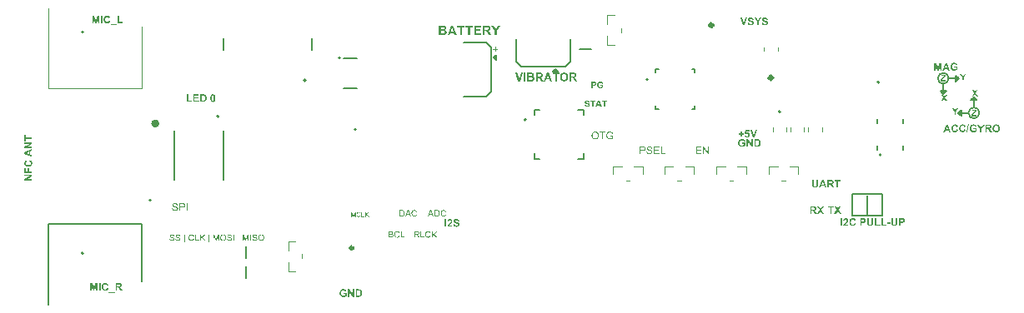
<source format=gto>
G04*
G04 #@! TF.GenerationSoftware,Altium Limited,CircuitStudio,1.5.2 (30)*
G04*
G04 Layer_Color=15065295*
%FSLAX44Y44*%
%MOMM*%
G71*
G01*
G75*
%ADD60C,0.1270*%
%ADD62C,0.2000*%
%ADD63C,0.4000*%
%ADD68C,0.3000*%
%ADD100C,0.1500*%
%ADD101C,0.4500*%
%ADD102C,0.1800*%
%ADD103C,0.1200*%
G36*
X569663Y661324D02*
X569848Y661315D01*
X570033Y661297D01*
X570218Y661269D01*
X570375Y661241D01*
X570384D01*
X570402Y661232D01*
X570430D01*
X570467Y661213D01*
X570569Y661186D01*
X570698Y661139D01*
X570846Y661075D01*
X571003Y660992D01*
X571161Y660899D01*
X571309Y660779D01*
X571318Y660770D01*
X571327Y660760D01*
X571355Y660733D01*
X571392Y660705D01*
X571484Y660612D01*
X571595Y660483D01*
X571715Y660326D01*
X571845Y660141D01*
X571965Y659928D01*
X572067Y659688D01*
Y659679D01*
X572076Y659660D01*
X572094Y659623D01*
X572104Y659568D01*
X572131Y659503D01*
X572150Y659429D01*
X572168Y659346D01*
X572196Y659244D01*
X572224Y659142D01*
X572242Y659022D01*
X572289Y658763D01*
X572316Y658477D01*
X572326Y658162D01*
Y658153D01*
Y658135D01*
Y658088D01*
Y658042D01*
X572316Y657977D01*
Y657904D01*
X572307Y657728D01*
X572279Y657524D01*
X572252Y657312D01*
X572205Y657090D01*
X572150Y656868D01*
Y656859D01*
X572141Y656840D01*
X572131Y656813D01*
X572122Y656776D01*
X572085Y656674D01*
X572030Y656544D01*
X571974Y656396D01*
X571900Y656248D01*
X571808Y656091D01*
X571715Y655943D01*
X571706Y655925D01*
X571669Y655879D01*
X571614Y655814D01*
X571540Y655731D01*
X571456Y655638D01*
X571355Y655546D01*
X571253Y655444D01*
X571133Y655361D01*
X571114Y655352D01*
X571077Y655324D01*
X571013Y655287D01*
X570920Y655241D01*
X570809Y655185D01*
X570680Y655139D01*
X570532Y655084D01*
X570365Y655037D01*
X570347D01*
X570319Y655028D01*
X570291Y655019D01*
X570199Y655010D01*
X570070Y654991D01*
X569922Y654973D01*
X569746Y654954D01*
X569552Y654945D01*
X569339Y654936D01*
X567037D01*
Y661334D01*
X569496D01*
X569663Y661324D01*
D02*
G37*
G36*
X578770Y654936D02*
X577808D01*
X577059Y656877D01*
X574378D01*
X573685Y654936D01*
X572788D01*
X575229Y661334D01*
X576153D01*
X578770Y654936D01*
D02*
G37*
G36*
X602359Y637236D02*
X605160Y633436D01*
X604042D01*
X601767Y636662D01*
X600722Y635655D01*
Y633436D01*
X599872D01*
Y639834D01*
X600722D01*
Y636653D01*
X603884Y639834D01*
X605040D01*
X602359Y637236D01*
D02*
G37*
G36*
X596377Y639935D02*
X596460Y639926D01*
X596562Y639917D01*
X596664Y639908D01*
X596784Y639880D01*
X597033Y639824D01*
X597311Y639741D01*
X597449Y639686D01*
X597579Y639621D01*
X597708Y639538D01*
X597838Y639454D01*
X597847Y639445D01*
X597865Y639436D01*
X597902Y639408D01*
X597949Y639362D01*
X597995Y639316D01*
X598060Y639251D01*
X598124Y639177D01*
X598198Y639103D01*
X598272Y639011D01*
X598346Y638900D01*
X598429Y638789D01*
X598503Y638669D01*
X598568Y638530D01*
X598642Y638391D01*
X598698Y638243D01*
X598753Y638077D01*
X597921Y637883D01*
Y637892D01*
X597912Y637910D01*
X597893Y637948D01*
X597875Y637994D01*
X597856Y638049D01*
X597828Y638123D01*
X597755Y638271D01*
X597662Y638438D01*
X597551Y638604D01*
X597412Y638761D01*
X597265Y638900D01*
X597246Y638918D01*
X597191Y638955D01*
X597098Y639002D01*
X596978Y639066D01*
X596821Y639122D01*
X596645Y639177D01*
X596432Y639214D01*
X596201Y639223D01*
X596127D01*
X596081Y639214D01*
X596016D01*
X595942Y639205D01*
X595767Y639177D01*
X595573Y639140D01*
X595369Y639076D01*
X595157Y638983D01*
X594962Y638863D01*
X594953D01*
X594944Y638844D01*
X594879Y638798D01*
X594796Y638724D01*
X594694Y638613D01*
X594574Y638475D01*
X594463Y638317D01*
X594361Y638123D01*
X594269Y637910D01*
Y637901D01*
X594260Y637883D01*
X594250Y637855D01*
X594241Y637809D01*
X594223Y637753D01*
X594204Y637689D01*
X594176Y637531D01*
X594140Y637346D01*
X594103Y637143D01*
X594084Y636921D01*
X594075Y636681D01*
Y636672D01*
Y636644D01*
Y636598D01*
Y636542D01*
X594084Y636477D01*
Y636394D01*
X594093Y636302D01*
X594103Y636200D01*
X594130Y635978D01*
X594176Y635738D01*
X594232Y635497D01*
X594306Y635257D01*
Y635248D01*
X594315Y635229D01*
X594334Y635201D01*
X594352Y635155D01*
X594408Y635044D01*
X594491Y634915D01*
X594593Y634767D01*
X594722Y634610D01*
X594870Y634471D01*
X595046Y634342D01*
X595055D01*
X595073Y634333D01*
X595101Y634314D01*
X595138Y634296D01*
X595184Y634277D01*
X595240Y634249D01*
X595369Y634194D01*
X595536Y634138D01*
X595720Y634092D01*
X595924Y634055D01*
X596137Y634046D01*
X596201D01*
X596257Y634055D01*
X596321D01*
X596386Y634064D01*
X596553Y634101D01*
X596747Y634148D01*
X596941Y634221D01*
X597144Y634323D01*
X597246Y634379D01*
X597338Y634453D01*
X597348Y634462D01*
X597357Y634471D01*
X597385Y634499D01*
X597422Y634527D01*
X597459Y634573D01*
X597505Y634628D01*
X597560Y634684D01*
X597607Y634758D01*
X597662Y634841D01*
X597727Y634933D01*
X597782Y635026D01*
X597838Y635137D01*
X597884Y635257D01*
X597930Y635387D01*
X597976Y635525D01*
X598013Y635673D01*
X598864Y635460D01*
Y635451D01*
X598855Y635414D01*
X598836Y635359D01*
X598809Y635285D01*
X598781Y635201D01*
X598744Y635100D01*
X598698Y634989D01*
X598642Y634869D01*
X598513Y634610D01*
X598346Y634351D01*
X598245Y634221D01*
X598143Y634092D01*
X598032Y633981D01*
X597902Y633870D01*
X597893Y633861D01*
X597875Y633842D01*
X597828Y633824D01*
X597782Y633787D01*
X597708Y633741D01*
X597634Y633694D01*
X597533Y633648D01*
X597431Y633602D01*
X597311Y633547D01*
X597181Y633500D01*
X597043Y633454D01*
X596895Y633408D01*
X596738Y633371D01*
X596571Y633352D01*
X596395Y633334D01*
X596211Y633325D01*
X596109D01*
X596035Y633334D01*
X595952D01*
X595850Y633343D01*
X595739Y633362D01*
X595610Y633380D01*
X595341Y633426D01*
X595064Y633500D01*
X594787Y633602D01*
X594657Y633667D01*
X594528Y633741D01*
X594519Y633750D01*
X594500Y633759D01*
X594463Y633787D01*
X594426Y633824D01*
X594371Y633861D01*
X594306Y633916D01*
X594232Y633981D01*
X594158Y634055D01*
X594084Y634138D01*
X594001Y634221D01*
X593834Y634434D01*
X593677Y634684D01*
X593539Y634961D01*
Y634970D01*
X593520Y634998D01*
X593511Y635044D01*
X593483Y635100D01*
X593465Y635174D01*
X593437Y635266D01*
X593400Y635368D01*
X593372Y635479D01*
X593344Y635599D01*
X593307Y635738D01*
X593261Y636024D01*
X593224Y636348D01*
X593206Y636681D01*
Y636690D01*
Y636727D01*
Y636782D01*
X593215Y636847D01*
Y636940D01*
X593224Y637032D01*
X593233Y637152D01*
X593252Y637273D01*
X593298Y637541D01*
X593363Y637836D01*
X593455Y638132D01*
X593585Y638419D01*
X593594Y638428D01*
X593603Y638456D01*
X593622Y638493D01*
X593659Y638539D01*
X593696Y638604D01*
X593742Y638678D01*
X593862Y638844D01*
X594019Y639029D01*
X594204Y639214D01*
X594417Y639399D01*
X594666Y639556D01*
X594676Y639566D01*
X594703Y639575D01*
X594740Y639593D01*
X594787Y639621D01*
X594861Y639649D01*
X594935Y639676D01*
X595027Y639713D01*
X595129Y639750D01*
X595240Y639787D01*
X595360Y639824D01*
X595619Y639880D01*
X595915Y639926D01*
X596220Y639944D01*
X596312D01*
X596377Y639935D01*
D02*
G37*
G36*
X582375Y661435D02*
X582459Y661426D01*
X582560Y661417D01*
X582662Y661407D01*
X582782Y661380D01*
X583032Y661324D01*
X583309Y661241D01*
X583448Y661186D01*
X583577Y661121D01*
X583707Y661038D01*
X583836Y660955D01*
X583845Y660945D01*
X583864Y660936D01*
X583901Y660908D01*
X583947Y660862D01*
X583993Y660816D01*
X584058Y660751D01*
X584123Y660677D01*
X584197Y660603D01*
X584271Y660511D01*
X584345Y660400D01*
X584428Y660289D01*
X584502Y660169D01*
X584567Y660030D01*
X584641Y659891D01*
X584696Y659743D01*
X584752Y659577D01*
X583919Y659383D01*
Y659392D01*
X583910Y659410D01*
X583892Y659447D01*
X583873Y659494D01*
X583855Y659549D01*
X583827Y659623D01*
X583753Y659771D01*
X583661Y659938D01*
X583550Y660104D01*
X583411Y660261D01*
X583263Y660400D01*
X583245Y660418D01*
X583189Y660455D01*
X583097Y660501D01*
X582976Y660566D01*
X582819Y660622D01*
X582644Y660677D01*
X582431Y660714D01*
X582200Y660723D01*
X582126D01*
X582080Y660714D01*
X582015D01*
X581941Y660705D01*
X581765Y660677D01*
X581571Y660640D01*
X581368Y660575D01*
X581155Y660483D01*
X580961Y660363D01*
X580952D01*
X580942Y660344D01*
X580878Y660298D01*
X580794Y660224D01*
X580693Y660113D01*
X580573Y659975D01*
X580462Y659817D01*
X580360Y659623D01*
X580267Y659410D01*
Y659401D01*
X580258Y659383D01*
X580249Y659355D01*
X580240Y659309D01*
X580221Y659253D01*
X580203Y659189D01*
X580175Y659031D01*
X580138Y658847D01*
X580101Y658643D01*
X580083Y658421D01*
X580073Y658181D01*
Y658172D01*
Y658144D01*
Y658098D01*
Y658042D01*
X580083Y657977D01*
Y657894D01*
X580092Y657802D01*
X580101Y657700D01*
X580129Y657478D01*
X580175Y657238D01*
X580230Y656997D01*
X580304Y656757D01*
Y656748D01*
X580314Y656729D01*
X580332Y656702D01*
X580351Y656655D01*
X580406Y656544D01*
X580489Y656415D01*
X580591Y656267D01*
X580720Y656110D01*
X580868Y655971D01*
X581044Y655842D01*
X581053D01*
X581072Y655832D01*
X581100Y655814D01*
X581137Y655796D01*
X581183Y655777D01*
X581238Y655749D01*
X581368Y655694D01*
X581534Y655638D01*
X581719Y655592D01*
X581922Y655555D01*
X582135Y655546D01*
X582200D01*
X582255Y655555D01*
X582320D01*
X582385Y655564D01*
X582551Y655601D01*
X582745Y655648D01*
X582939Y655722D01*
X583143Y655823D01*
X583245Y655879D01*
X583337Y655953D01*
X583346Y655962D01*
X583355Y655971D01*
X583383Y655999D01*
X583420Y656027D01*
X583457Y656073D01*
X583503Y656128D01*
X583559Y656184D01*
X583605Y656258D01*
X583661Y656341D01*
X583725Y656433D01*
X583781Y656526D01*
X583836Y656637D01*
X583882Y656757D01*
X583929Y656886D01*
X583975Y657025D01*
X584012Y657173D01*
X584863Y656960D01*
Y656951D01*
X584853Y656914D01*
X584835Y656859D01*
X584807Y656785D01*
X584779Y656702D01*
X584742Y656600D01*
X584696Y656489D01*
X584641Y656369D01*
X584511Y656110D01*
X584345Y655851D01*
X584243Y655722D01*
X584141Y655592D01*
X584030Y655481D01*
X583901Y655370D01*
X583892Y655361D01*
X583873Y655342D01*
X583827Y655324D01*
X583781Y655287D01*
X583707Y655241D01*
X583633Y655194D01*
X583531Y655148D01*
X583429Y655102D01*
X583309Y655047D01*
X583180Y655000D01*
X583041Y654954D01*
X582893Y654908D01*
X582736Y654871D01*
X582570Y654852D01*
X582394Y654834D01*
X582209Y654825D01*
X582107D01*
X582033Y654834D01*
X581950D01*
X581848Y654843D01*
X581738Y654862D01*
X581608Y654880D01*
X581340Y654926D01*
X581063Y655000D01*
X580785Y655102D01*
X580656Y655167D01*
X580526Y655241D01*
X580517Y655250D01*
X580499Y655259D01*
X580462Y655287D01*
X580425Y655324D01*
X580369Y655361D01*
X580304Y655416D01*
X580230Y655481D01*
X580157Y655555D01*
X580083Y655638D01*
X579999Y655722D01*
X579833Y655934D01*
X579676Y656184D01*
X579537Y656461D01*
Y656470D01*
X579519Y656498D01*
X579509Y656544D01*
X579482Y656600D01*
X579463Y656674D01*
X579435Y656766D01*
X579398Y656868D01*
X579371Y656979D01*
X579343Y657099D01*
X579306Y657238D01*
X579260Y657524D01*
X579223Y657848D01*
X579204Y658181D01*
Y658190D01*
Y658227D01*
Y658282D01*
X579213Y658347D01*
Y658440D01*
X579223Y658532D01*
X579232Y658652D01*
X579250Y658773D01*
X579297Y659041D01*
X579361Y659336D01*
X579454Y659632D01*
X579583Y659919D01*
X579593Y659928D01*
X579602Y659956D01*
X579620Y659993D01*
X579657Y660039D01*
X579694Y660104D01*
X579740Y660178D01*
X579861Y660344D01*
X580018Y660529D01*
X580203Y660714D01*
X580415Y660899D01*
X580665Y661056D01*
X580674Y661066D01*
X580702Y661075D01*
X580739Y661093D01*
X580785Y661121D01*
X580859Y661149D01*
X580933Y661176D01*
X581026Y661213D01*
X581127Y661250D01*
X581238Y661287D01*
X581358Y661324D01*
X581617Y661380D01*
X581913Y661426D01*
X582218Y661444D01*
X582311D01*
X582375Y661435D01*
D02*
G37*
G36*
X564959Y639935D02*
X565042Y639926D01*
X565144Y639917D01*
X565246Y639908D01*
X565366Y639880D01*
X565616Y639824D01*
X565893Y639741D01*
X566031Y639686D01*
X566161Y639621D01*
X566290Y639538D01*
X566420Y639454D01*
X566429Y639445D01*
X566448Y639436D01*
X566485Y639408D01*
X566531Y639362D01*
X566577Y639316D01*
X566642Y639251D01*
X566707Y639177D01*
X566780Y639103D01*
X566854Y639011D01*
X566928Y638900D01*
X567012Y638789D01*
X567085Y638669D01*
X567150Y638530D01*
X567224Y638391D01*
X567280Y638243D01*
X567335Y638077D01*
X566503Y637883D01*
Y637892D01*
X566494Y637910D01*
X566475Y637948D01*
X566457Y637994D01*
X566438Y638049D01*
X566411Y638123D01*
X566337Y638271D01*
X566244Y638438D01*
X566133Y638604D01*
X565994Y638761D01*
X565847Y638900D01*
X565828Y638918D01*
X565773Y638955D01*
X565680Y639002D01*
X565560Y639066D01*
X565403Y639122D01*
X565227Y639177D01*
X565014Y639214D01*
X564783Y639223D01*
X564709D01*
X564663Y639214D01*
X564599D01*
X564524Y639205D01*
X564349Y639177D01*
X564155Y639140D01*
X563951Y639076D01*
X563739Y638983D01*
X563545Y638863D01*
X563535D01*
X563526Y638844D01*
X563461Y638798D01*
X563378Y638724D01*
X563276Y638613D01*
X563156Y638475D01*
X563045Y638317D01*
X562943Y638123D01*
X562851Y637910D01*
Y637901D01*
X562842Y637883D01*
X562833Y637855D01*
X562823Y637809D01*
X562805Y637753D01*
X562786Y637689D01*
X562759Y637531D01*
X562722Y637346D01*
X562685Y637143D01*
X562666Y636921D01*
X562657Y636681D01*
Y636672D01*
Y636644D01*
Y636598D01*
Y636542D01*
X562666Y636477D01*
Y636394D01*
X562675Y636302D01*
X562685Y636200D01*
X562712Y635978D01*
X562759Y635738D01*
X562814Y635497D01*
X562888Y635257D01*
Y635248D01*
X562897Y635229D01*
X562916Y635201D01*
X562934Y635155D01*
X562990Y635044D01*
X563073Y634915D01*
X563175Y634767D01*
X563304Y634610D01*
X563452Y634471D01*
X563628Y634342D01*
X563637D01*
X563655Y634333D01*
X563683Y634314D01*
X563720Y634296D01*
X563766Y634277D01*
X563822Y634249D01*
X563951Y634194D01*
X564118Y634138D01*
X564303Y634092D01*
X564506Y634055D01*
X564719Y634046D01*
X564783D01*
X564839Y634055D01*
X564904D01*
X564968Y634064D01*
X565135Y634101D01*
X565329Y634148D01*
X565523Y634221D01*
X565726Y634323D01*
X565828Y634379D01*
X565921Y634453D01*
X565930Y634462D01*
X565939Y634471D01*
X565967Y634499D01*
X566004Y634527D01*
X566041Y634573D01*
X566087Y634628D01*
X566143Y634684D01*
X566189Y634758D01*
X566244Y634841D01*
X566309Y634933D01*
X566364Y635026D01*
X566420Y635137D01*
X566466Y635257D01*
X566512Y635387D01*
X566558Y635525D01*
X566595Y635673D01*
X567446Y635460D01*
Y635451D01*
X567437Y635414D01*
X567418Y635359D01*
X567391Y635285D01*
X567363Y635201D01*
X567326Y635100D01*
X567280Y634989D01*
X567224Y634869D01*
X567095Y634610D01*
X566928Y634351D01*
X566827Y634221D01*
X566725Y634092D01*
X566614Y633981D01*
X566485Y633870D01*
X566475Y633861D01*
X566457Y633842D01*
X566411Y633824D01*
X566364Y633787D01*
X566290Y633741D01*
X566216Y633694D01*
X566115Y633648D01*
X566013Y633602D01*
X565893Y633547D01*
X565763Y633500D01*
X565625Y633454D01*
X565477Y633408D01*
X565320Y633371D01*
X565153Y633352D01*
X564977Y633334D01*
X564793Y633325D01*
X564691D01*
X564617Y633334D01*
X564534D01*
X564432Y633343D01*
X564321Y633362D01*
X564192Y633380D01*
X563923Y633426D01*
X563646Y633500D01*
X563369Y633602D01*
X563239Y633667D01*
X563110Y633741D01*
X563101Y633750D01*
X563082Y633759D01*
X563045Y633787D01*
X563008Y633824D01*
X562953Y633861D01*
X562888Y633916D01*
X562814Y633981D01*
X562740Y634055D01*
X562666Y634138D01*
X562583Y634221D01*
X562416Y634434D01*
X562259Y634684D01*
X562121Y634961D01*
Y634970D01*
X562102Y634998D01*
X562093Y635044D01*
X562065Y635100D01*
X562047Y635174D01*
X562019Y635266D01*
X561982Y635368D01*
X561954Y635479D01*
X561926Y635599D01*
X561889Y635738D01*
X561843Y636024D01*
X561806Y636348D01*
X561788Y636681D01*
Y636690D01*
Y636727D01*
Y636782D01*
X561797Y636847D01*
Y636940D01*
X561806Y637032D01*
X561815Y637152D01*
X561834Y637273D01*
X561880Y637541D01*
X561945Y637836D01*
X562037Y638132D01*
X562167Y638419D01*
X562176Y638428D01*
X562185Y638456D01*
X562204Y638493D01*
X562241Y638539D01*
X562278Y638604D01*
X562324Y638678D01*
X562444Y638844D01*
X562601Y639029D01*
X562786Y639214D01*
X562999Y639399D01*
X563249Y639556D01*
X563258Y639566D01*
X563286Y639575D01*
X563323Y639593D01*
X563369Y639621D01*
X563443Y639649D01*
X563517Y639676D01*
X563609Y639713D01*
X563711Y639750D01*
X563822Y639787D01*
X563942Y639824D01*
X564201Y639880D01*
X564497Y639926D01*
X564802Y639944D01*
X564894D01*
X564959Y639935D01*
D02*
G37*
G36*
X1000722Y684436D02*
X999046D01*
X998380Y686178D01*
X995294D01*
X994662Y684436D01*
X993019D01*
X995994Y692117D01*
X997636D01*
X1000722Y684436D01*
D02*
G37*
G36*
X558617Y639824D02*
X558690D01*
X558857Y639806D01*
X559042Y639787D01*
X559236Y639750D01*
X559430Y639704D01*
X559606Y639639D01*
X559615D01*
X559624Y639630D01*
X559680Y639603D01*
X559763Y639556D01*
X559855Y639492D01*
X559966Y639408D01*
X560087Y639307D01*
X560198Y639177D01*
X560299Y639039D01*
X560308Y639020D01*
X560336Y638965D01*
X560382Y638890D01*
X560429Y638780D01*
X560475Y638650D01*
X560521Y638512D01*
X560549Y638354D01*
X560558Y638197D01*
Y638179D01*
Y638132D01*
X560549Y638049D01*
X560530Y637948D01*
X560503Y637827D01*
X560456Y637698D01*
X560401Y637568D01*
X560327Y637430D01*
X560318Y637411D01*
X560290Y637374D01*
X560234Y637300D01*
X560161Y637226D01*
X560068Y637134D01*
X559957Y637032D01*
X559818Y636940D01*
X559661Y636847D01*
X559671D01*
X559689Y636838D01*
X559717Y636829D01*
X559754Y636810D01*
X559865Y636773D01*
X559994Y636709D01*
X560133Y636625D01*
X560290Y636524D01*
X560429Y636404D01*
X560558Y636255D01*
X560567Y636237D01*
X560604Y636182D01*
X560660Y636098D01*
X560715Y635987D01*
X560771Y635840D01*
X560826Y635682D01*
X560863Y635497D01*
X560872Y635294D01*
Y635285D01*
Y635275D01*
Y635220D01*
X560863Y635128D01*
X560845Y635017D01*
X560826Y634887D01*
X560789Y634748D01*
X560743Y634601D01*
X560678Y634453D01*
X560669Y634434D01*
X560641Y634388D01*
X560604Y634323D01*
X560549Y634231D01*
X560475Y634138D01*
X560401Y634037D01*
X560308Y633935D01*
X560207Y633852D01*
X560198Y633842D01*
X560161Y633815D01*
X560096Y633778D01*
X560013Y633741D01*
X559911Y633685D01*
X559791Y633630D01*
X559661Y633584D01*
X559504Y633537D01*
X559486D01*
X559430Y633519D01*
X559338Y633510D01*
X559217Y633491D01*
X559070Y633473D01*
X558894Y633454D01*
X558700Y633445D01*
X558478Y633436D01*
X556037D01*
Y639834D01*
X558552D01*
X558617Y639824D01*
D02*
G37*
G36*
X569305Y634194D02*
X572457D01*
Y633436D01*
X568454D01*
Y639834D01*
X569305D01*
Y634194D01*
D02*
G37*
G36*
X589295D02*
X592448D01*
Y633436D01*
X588444D01*
Y639834D01*
X589295D01*
Y634194D01*
D02*
G37*
G36*
X614591Y644436D02*
X613037D01*
Y652117D01*
X614591D01*
Y644436D01*
D02*
G37*
G36*
X618465Y652150D02*
X618565Y652139D01*
X618676Y652128D01*
X618798Y652106D01*
X618931Y652083D01*
X619220Y652006D01*
X619508Y651895D01*
X619664Y651828D01*
X619797Y651750D01*
X619941Y651650D01*
X620063Y651540D01*
X620074Y651528D01*
X620097Y651517D01*
X620119Y651473D01*
X620163Y651429D01*
X620219Y651373D01*
X620274Y651295D01*
X620330Y651218D01*
X620396Y651118D01*
X620507Y650896D01*
X620618Y650640D01*
X620663Y650496D01*
X620685Y650341D01*
X620707Y650174D01*
X620718Y650008D01*
Y649986D01*
Y649919D01*
X620707Y649819D01*
X620696Y649697D01*
X620674Y649542D01*
X620640Y649375D01*
X620596Y649197D01*
X620529Y649020D01*
X620518Y648998D01*
X620496Y648942D01*
X620452Y648842D01*
X620385Y648720D01*
X620307Y648576D01*
X620207Y648409D01*
X620085Y648232D01*
X619941Y648043D01*
X619930Y648032D01*
X619886Y647977D01*
X619819Y647899D01*
X619719Y647788D01*
X619586Y647655D01*
X619419Y647477D01*
X619220Y647288D01*
X618975Y647055D01*
X618964Y647044D01*
X618942Y647033D01*
X618909Y647000D01*
X618864Y646955D01*
X618742Y646844D01*
X618598Y646711D01*
X618454Y646567D01*
X618310Y646423D01*
X618176Y646300D01*
X618132Y646245D01*
X618088Y646200D01*
X618076Y646189D01*
X618054Y646167D01*
X618021Y646123D01*
X617976Y646067D01*
X617877Y645945D01*
X617788Y645801D01*
X620718D01*
Y644436D01*
X615557D01*
Y644447D01*
Y644469D01*
X615568Y644513D01*
X615579Y644569D01*
X615590Y644635D01*
X615601Y644713D01*
X615645Y644913D01*
X615712Y645135D01*
X615801Y645379D01*
X615912Y645646D01*
X616056Y645901D01*
Y645912D01*
X616078Y645934D01*
X616101Y645978D01*
X616145Y646023D01*
X616189Y646101D01*
X616256Y646178D01*
X616334Y646278D01*
X616423Y646389D01*
X616522Y646522D01*
X616645Y646656D01*
X616778Y646811D01*
X616933Y646977D01*
X617100Y647144D01*
X617288Y647333D01*
X617488Y647533D01*
X617710Y647743D01*
X617721Y647755D01*
X617755Y647788D01*
X617799Y647832D01*
X617865Y647899D01*
X617954Y647965D01*
X618043Y648054D01*
X618243Y648254D01*
X618443Y648465D01*
X618643Y648676D01*
X618731Y648765D01*
X618820Y648865D01*
X618887Y648942D01*
X618931Y649009D01*
X618942Y649031D01*
X618975Y649087D01*
X619031Y649175D01*
X619086Y649297D01*
X619142Y649431D01*
X619197Y649586D01*
X619231Y649741D01*
X619242Y649908D01*
Y649919D01*
Y649930D01*
Y649986D01*
X619231Y650085D01*
X619208Y650196D01*
X619175Y650319D01*
X619131Y650441D01*
X619064Y650563D01*
X618975Y650674D01*
X618964Y650685D01*
X618931Y650718D01*
X618864Y650762D01*
X618787Y650807D01*
X618676Y650851D01*
X618554Y650896D01*
X618409Y650929D01*
X618243Y650940D01*
X618165D01*
X618076Y650929D01*
X617976Y650907D01*
X617854Y650873D01*
X617732Y650818D01*
X617610Y650751D01*
X617499Y650663D01*
X617488Y650651D01*
X617455Y650607D01*
X617410Y650540D01*
X617366Y650441D01*
X617310Y650319D01*
X617266Y650152D01*
X617222Y649963D01*
X617200Y649741D01*
X615734Y649886D01*
Y649897D01*
X615745Y649941D01*
Y649997D01*
X615768Y650085D01*
X615779Y650185D01*
X615812Y650296D01*
X615845Y650418D01*
X615879Y650563D01*
X615990Y650840D01*
X616123Y651129D01*
X616212Y651273D01*
X616311Y651406D01*
X616423Y651517D01*
X616545Y651628D01*
X616556Y651639D01*
X616578Y651650D01*
X616611Y651673D01*
X616667Y651717D01*
X616733Y651750D01*
X616822Y651795D01*
X616911Y651850D01*
X617022Y651895D01*
X617144Y651950D01*
X617277Y651995D01*
X617566Y652083D01*
X617910Y652139D01*
X618088Y652150D01*
X618276Y652161D01*
X618387D01*
X618465Y652150D01*
D02*
G37*
G36*
X923893Y857250D02*
X924015Y857239D01*
X924159Y857228D01*
X924303Y857206D01*
X924470Y857183D01*
X924825Y857106D01*
X925003Y857050D01*
X925180Y856995D01*
X925358Y856917D01*
X925524Y856828D01*
X925680Y856728D01*
X925824Y856617D01*
X925835Y856606D01*
X925857Y856584D01*
X925891Y856551D01*
X925935Y856506D01*
X925991Y856440D01*
X926057Y856362D01*
X926124Y856273D01*
X926201Y856173D01*
X926268Y856051D01*
X926335Y855929D01*
X926401Y855785D01*
X926457Y855629D01*
X926512Y855474D01*
X926557Y855296D01*
X926590Y855119D01*
X926601Y854919D01*
X925047Y854863D01*
Y854874D01*
Y854886D01*
X925025Y854963D01*
X925003Y855063D01*
X924958Y855185D01*
X924903Y855330D01*
X924825Y855463D01*
X924725Y855596D01*
X924614Y855707D01*
X924603Y855718D01*
X924559Y855751D01*
X924481Y855796D01*
X924370Y855840D01*
X924237Y855885D01*
X924070Y855929D01*
X923870Y855962D01*
X923637Y855973D01*
X923526D01*
X923404Y855962D01*
X923260Y855940D01*
X923093Y855907D01*
X922916Y855851D01*
X922749Y855785D01*
X922594Y855685D01*
X922583Y855674D01*
X922561Y855651D01*
X922516Y855618D01*
X922472Y855563D01*
X922428Y855496D01*
X922383Y855407D01*
X922361Y855319D01*
X922350Y855208D01*
Y855196D01*
Y855163D01*
X922361Y855108D01*
X922383Y855052D01*
X922405Y854974D01*
X922439Y854897D01*
X922494Y854819D01*
X922572Y854741D01*
X922583Y854730D01*
X922638Y854697D01*
X922672Y854675D01*
X922727Y854652D01*
X922783Y854619D01*
X922860Y854586D01*
X922949Y854553D01*
X923049Y854508D01*
X923171Y854464D01*
X923293Y854419D01*
X923449Y854375D01*
X923615Y854331D01*
X923793Y854286D01*
X923992Y854231D01*
X924004D01*
X924048Y854220D01*
X924103Y854209D01*
X924181Y854186D01*
X924270Y854164D01*
X924381Y854131D01*
X924503Y854098D01*
X924625Y854064D01*
X924892Y853976D01*
X925169Y853887D01*
X925435Y853787D01*
X925546Y853731D01*
X925658Y853676D01*
X925669D01*
X925680Y853665D01*
X925746Y853620D01*
X925846Y853554D01*
X925968Y853465D01*
X926102Y853354D01*
X926246Y853221D01*
X926390Y853065D01*
X926512Y852888D01*
X926523Y852866D01*
X926557Y852799D01*
X926612Y852699D01*
X926668Y852555D01*
X926723Y852377D01*
X926779Y852166D01*
X926812Y851933D01*
X926823Y851667D01*
Y851656D01*
Y851633D01*
Y851600D01*
Y851556D01*
X926812Y851500D01*
X926801Y851423D01*
X926779Y851267D01*
X926734Y851067D01*
X926668Y850856D01*
X926568Y850646D01*
X926446Y850424D01*
Y850412D01*
X926423Y850401D01*
X926379Y850335D01*
X926290Y850224D01*
X926179Y850102D01*
X926035Y849957D01*
X925846Y849824D01*
X925646Y849691D01*
X925402Y849569D01*
X925391D01*
X925369Y849558D01*
X925336Y849547D01*
X925280Y849524D01*
X925213Y849502D01*
X925136Y849480D01*
X925047Y849458D01*
X924947Y849436D01*
X924825Y849402D01*
X924703Y849380D01*
X924414Y849336D01*
X924092Y849302D01*
X923737Y849291D01*
X923593D01*
X923493Y849302D01*
X923371Y849314D01*
X923238Y849325D01*
X923082Y849347D01*
X922916Y849380D01*
X922550Y849458D01*
X922361Y849513D01*
X922183Y849569D01*
X921995Y849647D01*
X921817Y849735D01*
X921650Y849835D01*
X921495Y849957D01*
X921484Y849968D01*
X921462Y849991D01*
X921417Y850024D01*
X921373Y850079D01*
X921306Y850157D01*
X921240Y850246D01*
X921162Y850346D01*
X921084Y850457D01*
X921007Y850590D01*
X920929Y850734D01*
X920851Y850901D01*
X920774Y851078D01*
X920718Y851267D01*
X920651Y851478D01*
X920607Y851700D01*
X920574Y851933D01*
X922083Y852077D01*
Y852066D01*
X922094Y852044D01*
Y852000D01*
X922106Y851955D01*
X922150Y851822D01*
X922206Y851656D01*
X922272Y851467D01*
X922372Y851278D01*
X922483Y851112D01*
X922627Y850956D01*
X922650Y850945D01*
X922705Y850901D01*
X922794Y850845D01*
X922927Y850779D01*
X923093Y850712D01*
X923282Y850657D01*
X923504Y850612D01*
X923759Y850601D01*
X923882D01*
X924015Y850623D01*
X924181Y850646D01*
X924359Y850679D01*
X924548Y850734D01*
X924725Y850812D01*
X924881Y850912D01*
X924903Y850923D01*
X924947Y850967D01*
X925003Y851034D01*
X925080Y851123D01*
X925147Y851234D01*
X925213Y851367D01*
X925258Y851500D01*
X925269Y851656D01*
Y851667D01*
Y851700D01*
X925258Y851756D01*
X925247Y851822D01*
X925225Y851889D01*
X925202Y851966D01*
X925158Y852044D01*
X925102Y852122D01*
X925091Y852133D01*
X925069Y852155D01*
X925036Y852188D01*
X924980Y852233D01*
X924903Y852288D01*
X924803Y852344D01*
X924692Y852399D01*
X924548Y852455D01*
X924536D01*
X924492Y852477D01*
X924414Y852499D01*
X924359Y852521D01*
X924292Y852533D01*
X924214Y852555D01*
X924126Y852588D01*
X924026Y852610D01*
X923915Y852644D01*
X923782Y852677D01*
X923637Y852710D01*
X923482Y852755D01*
X923304Y852799D01*
X923293D01*
X923249Y852810D01*
X923182Y852832D01*
X923105Y852854D01*
X923005Y852888D01*
X922883Y852921D01*
X922760Y852965D01*
X922616Y853010D01*
X922328Y853121D01*
X922050Y853254D01*
X921906Y853321D01*
X921784Y853398D01*
X921662Y853476D01*
X921562Y853554D01*
X921551Y853565D01*
X921528Y853587D01*
X921495Y853620D01*
X921451Y853665D01*
X921395Y853731D01*
X921340Y853809D01*
X921273Y853887D01*
X921218Y853987D01*
X921084Y854220D01*
X920973Y854486D01*
X920929Y854630D01*
X920896Y854775D01*
X920873Y854941D01*
X920862Y855108D01*
Y855119D01*
Y855130D01*
Y855163D01*
Y855208D01*
X920885Y855319D01*
X920907Y855463D01*
X920940Y855629D01*
X920996Y855818D01*
X921073Y856018D01*
X921184Y856207D01*
Y856218D01*
X921195Y856229D01*
X921251Y856295D01*
X921318Y856384D01*
X921429Y856495D01*
X921562Y856617D01*
X921728Y856750D01*
X921917Y856872D01*
X922139Y856983D01*
X922150D01*
X922172Y856995D01*
X922206Y857006D01*
X922250Y857028D01*
X922317Y857050D01*
X922383Y857072D01*
X922472Y857094D01*
X922572Y857128D01*
X922794Y857172D01*
X923049Y857217D01*
X923338Y857250D01*
X923660Y857261D01*
X923793D01*
X923893Y857250D01*
D02*
G37*
G36*
X938211D02*
X938334Y857239D01*
X938478Y857228D01*
X938622Y857206D01*
X938789Y857183D01*
X939144Y857106D01*
X939321Y857050D01*
X939499Y856995D01*
X939677Y856917D01*
X939843Y856828D01*
X939998Y856728D01*
X940143Y856617D01*
X940154Y856606D01*
X940176Y856584D01*
X940209Y856551D01*
X940254Y856506D01*
X940309Y856440D01*
X940376Y856362D01*
X940442Y856273D01*
X940520Y856173D01*
X940587Y856051D01*
X940653Y855929D01*
X940720Y855785D01*
X940775Y855629D01*
X940831Y855474D01*
X940875Y855296D01*
X940909Y855119D01*
X940920Y854919D01*
X939366Y854863D01*
Y854874D01*
Y854886D01*
X939344Y854963D01*
X939321Y855063D01*
X939277Y855185D01*
X939221Y855330D01*
X939144Y855463D01*
X939044Y855596D01*
X938933Y855707D01*
X938922Y855718D01*
X938877Y855751D01*
X938800Y855796D01*
X938689Y855840D01*
X938556Y855885D01*
X938389Y855929D01*
X938189Y855962D01*
X937956Y855973D01*
X937845D01*
X937723Y855962D01*
X937579Y855940D01*
X937412Y855907D01*
X937235Y855851D01*
X937068Y855785D01*
X936913Y855685D01*
X936902Y855674D01*
X936879Y855651D01*
X936835Y855618D01*
X936791Y855563D01*
X936746Y855496D01*
X936702Y855407D01*
X936680Y855319D01*
X936668Y855208D01*
Y855196D01*
Y855163D01*
X936680Y855108D01*
X936702Y855052D01*
X936724Y854974D01*
X936757Y854897D01*
X936813Y854819D01*
X936890Y854741D01*
X936902Y854730D01*
X936957Y854697D01*
X936990Y854675D01*
X937046Y854652D01*
X937101Y854619D01*
X937179Y854586D01*
X937268Y854553D01*
X937368Y854508D01*
X937490Y854464D01*
X937612Y854419D01*
X937767Y854375D01*
X937934Y854331D01*
X938111Y854286D01*
X938311Y854231D01*
X938322D01*
X938367Y854220D01*
X938422Y854209D01*
X938500Y854186D01*
X938589Y854164D01*
X938700Y854131D01*
X938822Y854098D01*
X938944Y854064D01*
X939210Y853976D01*
X939488Y853887D01*
X939754Y853787D01*
X939865Y853731D01*
X939976Y853676D01*
X939987D01*
X939998Y853665D01*
X940065Y853620D01*
X940165Y853554D01*
X940287Y853465D01*
X940420Y853354D01*
X940564Y853221D01*
X940709Y853065D01*
X940831Y852888D01*
X940842Y852866D01*
X940875Y852799D01*
X940931Y852699D01*
X940986Y852555D01*
X941042Y852377D01*
X941097Y852166D01*
X941131Y851933D01*
X941142Y851667D01*
Y851656D01*
Y851633D01*
Y851600D01*
Y851556D01*
X941131Y851500D01*
X941120Y851423D01*
X941097Y851267D01*
X941053Y851067D01*
X940986Y850856D01*
X940886Y850646D01*
X940764Y850424D01*
Y850412D01*
X940742Y850401D01*
X940698Y850335D01*
X940609Y850224D01*
X940498Y850102D01*
X940354Y849957D01*
X940165Y849824D01*
X939965Y849691D01*
X939721Y849569D01*
X939710D01*
X939688Y849558D01*
X939654Y849547D01*
X939599Y849524D01*
X939532Y849502D01*
X939455Y849480D01*
X939366Y849458D01*
X939266Y849436D01*
X939144Y849402D01*
X939022Y849380D01*
X938733Y849336D01*
X938411Y849302D01*
X938056Y849291D01*
X937912D01*
X937812Y849302D01*
X937690Y849314D01*
X937557Y849325D01*
X937401Y849347D01*
X937235Y849380D01*
X936868Y849458D01*
X936680Y849513D01*
X936502Y849569D01*
X936313Y849647D01*
X936136Y849735D01*
X935969Y849835D01*
X935814Y849957D01*
X935803Y849968D01*
X935780Y849991D01*
X935736Y850024D01*
X935692Y850079D01*
X935625Y850157D01*
X935558Y850246D01*
X935481Y850346D01*
X935403Y850457D01*
X935325Y850590D01*
X935248Y850734D01*
X935170Y850901D01*
X935092Y851078D01*
X935037Y851267D01*
X934970Y851478D01*
X934926Y851700D01*
X934893Y851933D01*
X936402Y852077D01*
Y852066D01*
X936413Y852044D01*
Y852000D01*
X936424Y851955D01*
X936469Y851822D01*
X936524Y851656D01*
X936591Y851467D01*
X936691Y851278D01*
X936802Y851112D01*
X936946Y850956D01*
X936968Y850945D01*
X937024Y850901D01*
X937113Y850845D01*
X937246Y850779D01*
X937412Y850712D01*
X937601Y850657D01*
X937823Y850612D01*
X938078Y850601D01*
X938200D01*
X938334Y850623D01*
X938500Y850646D01*
X938678Y850679D01*
X938866Y850734D01*
X939044Y850812D01*
X939199Y850912D01*
X939221Y850923D01*
X939266Y850967D01*
X939321Y851034D01*
X939399Y851123D01*
X939466Y851234D01*
X939532Y851367D01*
X939577Y851500D01*
X939588Y851656D01*
Y851667D01*
Y851700D01*
X939577Y851756D01*
X939566Y851822D01*
X939543Y851889D01*
X939521Y851966D01*
X939477Y852044D01*
X939421Y852122D01*
X939410Y852133D01*
X939388Y852155D01*
X939355Y852188D01*
X939299Y852233D01*
X939221Y852288D01*
X939122Y852344D01*
X939011Y852399D01*
X938866Y852455D01*
X938855D01*
X938811Y852477D01*
X938733Y852499D01*
X938678Y852521D01*
X938611Y852533D01*
X938533Y852555D01*
X938445Y852588D01*
X938345Y852610D01*
X938234Y852644D01*
X938100Y852677D01*
X937956Y852710D01*
X937801Y852755D01*
X937623Y852799D01*
X937612D01*
X937568Y852810D01*
X937501Y852832D01*
X937423Y852854D01*
X937323Y852888D01*
X937201Y852921D01*
X937079Y852965D01*
X936935Y853010D01*
X936646Y853121D01*
X936369Y853254D01*
X936225Y853321D01*
X936102Y853398D01*
X935980Y853476D01*
X935880Y853554D01*
X935869Y853565D01*
X935847Y853587D01*
X935814Y853620D01*
X935769Y853665D01*
X935714Y853731D01*
X935658Y853809D01*
X935592Y853887D01*
X935536Y853987D01*
X935403Y854220D01*
X935292Y854486D01*
X935248Y854630D01*
X935214Y854775D01*
X935192Y854941D01*
X935181Y855108D01*
Y855119D01*
Y855130D01*
Y855163D01*
Y855208D01*
X935203Y855319D01*
X935226Y855463D01*
X935259Y855629D01*
X935314Y855818D01*
X935392Y856018D01*
X935503Y856207D01*
Y856218D01*
X935514Y856229D01*
X935570Y856295D01*
X935636Y856384D01*
X935747Y856495D01*
X935880Y856617D01*
X936047Y856750D01*
X936236Y856872D01*
X936458Y856983D01*
X936469D01*
X936491Y856995D01*
X936524Y857006D01*
X936569Y857028D01*
X936635Y857050D01*
X936702Y857072D01*
X936791Y857094D01*
X936890Y857128D01*
X937113Y857172D01*
X937368Y857217D01*
X937656Y857250D01*
X937978Y857261D01*
X938111D01*
X938211Y857250D01*
D02*
G37*
G36*
X624958Y652250D02*
X625080Y652239D01*
X625225Y652228D01*
X625369Y652206D01*
X625535Y652183D01*
X625891Y652106D01*
X626068Y652050D01*
X626246Y651995D01*
X626423Y651917D01*
X626590Y651828D01*
X626745Y651728D01*
X626890Y651617D01*
X626901Y651606D01*
X626923Y651584D01*
X626956Y651551D01*
X627001Y651506D01*
X627056Y651440D01*
X627123Y651362D01*
X627189Y651273D01*
X627267Y651173D01*
X627334Y651051D01*
X627400Y650929D01*
X627467Y650785D01*
X627522Y650629D01*
X627578Y650474D01*
X627622Y650296D01*
X627655Y650119D01*
X627667Y649919D01*
X626113Y649863D01*
Y649874D01*
Y649886D01*
X626090Y649963D01*
X626068Y650063D01*
X626024Y650185D01*
X625968Y650330D01*
X625891Y650463D01*
X625791Y650596D01*
X625680Y650707D01*
X625669Y650718D01*
X625624Y650751D01*
X625546Y650796D01*
X625435Y650840D01*
X625302Y650885D01*
X625136Y650929D01*
X624936Y650962D01*
X624703Y650973D01*
X624592D01*
X624470Y650962D01*
X624325Y650940D01*
X624159Y650907D01*
X623982Y650851D01*
X623815Y650785D01*
X623660Y650685D01*
X623648Y650674D01*
X623626Y650651D01*
X623582Y650618D01*
X623537Y650563D01*
X623493Y650496D01*
X623449Y650407D01*
X623427Y650319D01*
X623415Y650208D01*
Y650196D01*
Y650163D01*
X623427Y650108D01*
X623449Y650052D01*
X623471Y649974D01*
X623504Y649897D01*
X623560Y649819D01*
X623637Y649741D01*
X623648Y649730D01*
X623704Y649697D01*
X623737Y649675D01*
X623793Y649652D01*
X623848Y649619D01*
X623926Y649586D01*
X624015Y649553D01*
X624115Y649508D01*
X624237Y649464D01*
X624359Y649419D01*
X624514Y649375D01*
X624681Y649331D01*
X624858Y649286D01*
X625058Y649231D01*
X625069D01*
X625114Y649220D01*
X625169Y649209D01*
X625247Y649186D01*
X625336Y649164D01*
X625447Y649131D01*
X625569Y649098D01*
X625691Y649064D01*
X625957Y648976D01*
X626235Y648887D01*
X626501Y648787D01*
X626612Y648731D01*
X626723Y648676D01*
X626734D01*
X626745Y648665D01*
X626812Y648620D01*
X626912Y648554D01*
X627034Y648465D01*
X627167Y648354D01*
X627311Y648221D01*
X627456Y648065D01*
X627578Y647888D01*
X627589Y647866D01*
X627622Y647799D01*
X627678Y647699D01*
X627733Y647555D01*
X627789Y647377D01*
X627844Y647166D01*
X627878Y646933D01*
X627889Y646667D01*
Y646656D01*
Y646633D01*
Y646600D01*
Y646556D01*
X627878Y646500D01*
X627866Y646423D01*
X627844Y646267D01*
X627800Y646067D01*
X627733Y645856D01*
X627633Y645646D01*
X627511Y645424D01*
Y645412D01*
X627489Y645401D01*
X627445Y645335D01*
X627356Y645224D01*
X627245Y645102D01*
X627100Y644957D01*
X626912Y644824D01*
X626712Y644691D01*
X626468Y644569D01*
X626457D01*
X626435Y644558D01*
X626401Y644547D01*
X626346Y644524D01*
X626279Y644502D01*
X626201Y644480D01*
X626113Y644458D01*
X626013Y644436D01*
X625891Y644402D01*
X625769Y644380D01*
X625480Y644336D01*
X625158Y644302D01*
X624803Y644291D01*
X624659D01*
X624559Y644302D01*
X624436Y644314D01*
X624303Y644325D01*
X624148Y644347D01*
X623982Y644380D01*
X623615Y644458D01*
X623427Y644513D01*
X623249Y644569D01*
X623060Y644647D01*
X622883Y644735D01*
X622716Y644835D01*
X622561Y644957D01*
X622550Y644968D01*
X622527Y644991D01*
X622483Y645024D01*
X622439Y645079D01*
X622372Y645157D01*
X622305Y645246D01*
X622228Y645346D01*
X622150Y645457D01*
X622072Y645590D01*
X621995Y645734D01*
X621917Y645901D01*
X621839Y646078D01*
X621784Y646267D01*
X621717Y646478D01*
X621673Y646700D01*
X621639Y646933D01*
X623149Y647077D01*
Y647066D01*
X623160Y647044D01*
Y647000D01*
X623171Y646955D01*
X623216Y646822D01*
X623271Y646656D01*
X623338Y646467D01*
X623438Y646278D01*
X623549Y646112D01*
X623693Y645956D01*
X623715Y645945D01*
X623771Y645901D01*
X623859Y645845D01*
X623993Y645779D01*
X624159Y645712D01*
X624348Y645657D01*
X624570Y645612D01*
X624825Y645601D01*
X624947D01*
X625080Y645623D01*
X625247Y645646D01*
X625424Y645679D01*
X625613Y645734D01*
X625791Y645812D01*
X625946Y645912D01*
X625968Y645923D01*
X626013Y645967D01*
X626068Y646034D01*
X626146Y646123D01*
X626213Y646234D01*
X626279Y646367D01*
X626324Y646500D01*
X626335Y646656D01*
Y646667D01*
Y646700D01*
X626324Y646756D01*
X626312Y646822D01*
X626290Y646889D01*
X626268Y646966D01*
X626224Y647044D01*
X626168Y647122D01*
X626157Y647133D01*
X626135Y647155D01*
X626101Y647188D01*
X626046Y647233D01*
X625968Y647288D01*
X625868Y647344D01*
X625757Y647399D01*
X625613Y647455D01*
X625602D01*
X625558Y647477D01*
X625480Y647499D01*
X625424Y647521D01*
X625358Y647533D01*
X625280Y647555D01*
X625191Y647588D01*
X625091Y647610D01*
X624980Y647644D01*
X624847Y647677D01*
X624703Y647710D01*
X624548Y647755D01*
X624370Y647799D01*
X624359D01*
X624314Y647810D01*
X624248Y647832D01*
X624170Y647854D01*
X624070Y647888D01*
X623948Y647921D01*
X623826Y647965D01*
X623682Y648010D01*
X623393Y648121D01*
X623116Y648254D01*
X622971Y648321D01*
X622849Y648398D01*
X622727Y648476D01*
X622627Y648554D01*
X622616Y648565D01*
X622594Y648587D01*
X622561Y648620D01*
X622516Y648665D01*
X622461Y648731D01*
X622405Y648809D01*
X622339Y648887D01*
X622283Y648987D01*
X622150Y649220D01*
X622039Y649486D01*
X621995Y649630D01*
X621961Y649775D01*
X621939Y649941D01*
X621928Y650108D01*
Y650119D01*
Y650130D01*
Y650163D01*
Y650208D01*
X621950Y650319D01*
X621972Y650463D01*
X622006Y650629D01*
X622061Y650818D01*
X622139Y651018D01*
X622250Y651207D01*
Y651218D01*
X622261Y651229D01*
X622317Y651295D01*
X622383Y651384D01*
X622494Y651495D01*
X622627Y651617D01*
X622794Y651750D01*
X622982Y651872D01*
X623204Y651983D01*
X623216D01*
X623238Y651995D01*
X623271Y652006D01*
X623316Y652028D01*
X623382Y652050D01*
X623449Y652072D01*
X623537Y652094D01*
X623637Y652128D01*
X623859Y652172D01*
X624115Y652217D01*
X624403Y652250D01*
X624725Y652261D01*
X624858D01*
X624958Y652250D01*
D02*
G37*
G36*
X612078Y661435D02*
X612161Y661426D01*
X612263Y661417D01*
X612365Y661407D01*
X612485Y661380D01*
X612735Y661324D01*
X613012Y661241D01*
X613151Y661186D01*
X613280Y661121D01*
X613410Y661038D01*
X613539Y660955D01*
X613548Y660945D01*
X613567Y660936D01*
X613604Y660908D01*
X613650Y660862D01*
X613696Y660816D01*
X613761Y660751D01*
X613826Y660677D01*
X613900Y660603D01*
X613974Y660511D01*
X614048Y660400D01*
X614131Y660289D01*
X614205Y660169D01*
X614269Y660030D01*
X614343Y659891D01*
X614399Y659743D01*
X614454Y659577D01*
X613622Y659383D01*
Y659392D01*
X613613Y659410D01*
X613595Y659447D01*
X613576Y659494D01*
X613558Y659549D01*
X613530Y659623D01*
X613456Y659771D01*
X613363Y659938D01*
X613252Y660104D01*
X613114Y660261D01*
X612966Y660400D01*
X612947Y660418D01*
X612892Y660455D01*
X612799Y660501D01*
X612679Y660566D01*
X612522Y660622D01*
X612346Y660677D01*
X612134Y660714D01*
X611903Y660723D01*
X611828D01*
X611782Y660714D01*
X611718D01*
X611644Y660705D01*
X611468Y660677D01*
X611274Y660640D01*
X611070Y660575D01*
X610858Y660483D01*
X610664Y660363D01*
X610654D01*
X610645Y660344D01*
X610580Y660298D01*
X610497Y660224D01*
X610396Y660113D01*
X610275Y659975D01*
X610164Y659817D01*
X610063Y659623D01*
X609970Y659410D01*
Y659401D01*
X609961Y659383D01*
X609952Y659355D01*
X609942Y659309D01*
X609924Y659253D01*
X609906Y659189D01*
X609878Y659031D01*
X609841Y658847D01*
X609804Y658643D01*
X609785Y658421D01*
X609776Y658181D01*
Y658172D01*
Y658144D01*
Y658098D01*
Y658042D01*
X609785Y657977D01*
Y657894D01*
X609795Y657802D01*
X609804Y657700D01*
X609832Y657478D01*
X609878Y657238D01*
X609933Y656997D01*
X610007Y656757D01*
Y656748D01*
X610016Y656729D01*
X610035Y656702D01*
X610053Y656655D01*
X610109Y656544D01*
X610192Y656415D01*
X610294Y656267D01*
X610423Y656110D01*
X610571Y655971D01*
X610747Y655842D01*
X610756D01*
X610774Y655832D01*
X610802Y655814D01*
X610839Y655796D01*
X610886Y655777D01*
X610941Y655749D01*
X611070Y655694D01*
X611237Y655638D01*
X611422Y655592D01*
X611625Y655555D01*
X611838Y655546D01*
X611903D01*
X611958Y655555D01*
X612023D01*
X612087Y655564D01*
X612254Y655601D01*
X612448Y655648D01*
X612642Y655722D01*
X612846Y655823D01*
X612947Y655879D01*
X613040Y655953D01*
X613049Y655962D01*
X613058Y655971D01*
X613086Y655999D01*
X613123Y656027D01*
X613160Y656073D01*
X613206Y656128D01*
X613262Y656184D01*
X613308Y656258D01*
X613363Y656341D01*
X613428Y656433D01*
X613484Y656526D01*
X613539Y656637D01*
X613585Y656757D01*
X613631Y656886D01*
X613678Y657025D01*
X613715Y657173D01*
X614565Y656960D01*
Y656951D01*
X614556Y656914D01*
X614538Y656859D01*
X614510Y656785D01*
X614482Y656702D01*
X614445Y656600D01*
X614399Y656489D01*
X614343Y656369D01*
X614214Y656110D01*
X614048Y655851D01*
X613946Y655722D01*
X613844Y655592D01*
X613733Y655481D01*
X613604Y655370D01*
X613595Y655361D01*
X613576Y655342D01*
X613530Y655324D01*
X613484Y655287D01*
X613410Y655241D01*
X613336Y655194D01*
X613234Y655148D01*
X613132Y655102D01*
X613012Y655047D01*
X612882Y655000D01*
X612744Y654954D01*
X612596Y654908D01*
X612439Y654871D01*
X612272Y654852D01*
X612097Y654834D01*
X611912Y654825D01*
X611810D01*
X611736Y654834D01*
X611653D01*
X611551Y654843D01*
X611440Y654862D01*
X611311Y654880D01*
X611043Y654926D01*
X610765Y655000D01*
X610488Y655102D01*
X610359Y655167D01*
X610229Y655241D01*
X610220Y655250D01*
X610201Y655259D01*
X610164Y655287D01*
X610127Y655324D01*
X610072Y655361D01*
X610007Y655416D01*
X609933Y655481D01*
X609859Y655555D01*
X609785Y655638D01*
X609702Y655722D01*
X609536Y655934D01*
X609379Y656184D01*
X609240Y656461D01*
Y656470D01*
X609221Y656498D01*
X609212Y656544D01*
X609184Y656600D01*
X609166Y656674D01*
X609138Y656766D01*
X609101Y656868D01*
X609073Y656979D01*
X609046Y657099D01*
X609009Y657238D01*
X608962Y657524D01*
X608925Y657848D01*
X608907Y658181D01*
Y658190D01*
Y658227D01*
Y658282D01*
X608916Y658347D01*
Y658440D01*
X608925Y658532D01*
X608935Y658652D01*
X608953Y658773D01*
X608999Y659041D01*
X609064Y659336D01*
X609157Y659632D01*
X609286Y659919D01*
X609295Y659928D01*
X609305Y659956D01*
X609323Y659993D01*
X609360Y660039D01*
X609397Y660104D01*
X609443Y660178D01*
X609563Y660344D01*
X609720Y660529D01*
X609906Y660714D01*
X610118Y660899D01*
X610368Y661056D01*
X610377Y661066D01*
X610405Y661075D01*
X610442Y661093D01*
X610488Y661121D01*
X610562Y661149D01*
X610636Y661176D01*
X610728Y661213D01*
X610830Y661250D01*
X610941Y661287D01*
X611061Y661324D01*
X611320Y661380D01*
X611616Y661426D01*
X611921Y661444D01*
X612014D01*
X612078Y661435D01*
D02*
G37*
G36*
X585079Y639824D02*
X585162D01*
X585356Y639815D01*
X585560Y639787D01*
X585782Y639760D01*
X585985Y639713D01*
X586087Y639686D01*
X586170Y639658D01*
X586179D01*
X586188Y639649D01*
X586244Y639621D01*
X586327Y639584D01*
X586429Y639519D01*
X586540Y639436D01*
X586660Y639325D01*
X586771Y639196D01*
X586882Y639048D01*
Y639039D01*
X586891Y639029D01*
X586928Y638974D01*
X586965Y638881D01*
X587020Y638761D01*
X587067Y638622D01*
X587113Y638456D01*
X587141Y638280D01*
X587150Y638086D01*
Y638077D01*
Y638058D01*
Y638022D01*
X587141Y637975D01*
Y637910D01*
X587131Y637846D01*
X587094Y637689D01*
X587039Y637504D01*
X586965Y637309D01*
X586854Y637115D01*
X586780Y637023D01*
X586706Y636931D01*
X586697Y636921D01*
X586688Y636912D01*
X586660Y636884D01*
X586623Y636856D01*
X586577Y636819D01*
X586521Y636782D01*
X586447Y636736D01*
X586373Y636681D01*
X586281Y636635D01*
X586179Y636588D01*
X586068Y636533D01*
X585948Y636487D01*
X585809Y636450D01*
X585671Y636404D01*
X585513Y636376D01*
X585347Y636348D01*
X585365Y636339D01*
X585402Y636320D01*
X585458Y636283D01*
X585532Y636246D01*
X585698Y636145D01*
X585782Y636080D01*
X585855Y636024D01*
X585874Y636006D01*
X585920Y635960D01*
X585994Y635886D01*
X586087Y635793D01*
X586188Y635664D01*
X586309Y635525D01*
X586429Y635359D01*
X586558Y635174D01*
X587658Y633436D01*
X586604D01*
X585763Y634767D01*
Y634776D01*
X585745Y634795D01*
X585726Y634823D01*
X585698Y634860D01*
X585634Y634961D01*
X585550Y635091D01*
X585449Y635229D01*
X585347Y635377D01*
X585245Y635516D01*
X585153Y635645D01*
X585144Y635655D01*
X585116Y635692D01*
X585070Y635747D01*
X585005Y635812D01*
X584866Y635950D01*
X584792Y636015D01*
X584718Y636071D01*
X584709Y636080D01*
X584691Y636089D01*
X584654Y636108D01*
X584598Y636135D01*
X584543Y636163D01*
X584478Y636191D01*
X584330Y636237D01*
X584321D01*
X584302Y636246D01*
X584265D01*
X584219Y636255D01*
X584154Y636265D01*
X584080D01*
X583979Y636274D01*
X582888D01*
Y633436D01*
X582037D01*
Y639834D01*
X585005D01*
X585079Y639824D01*
D02*
G37*
G36*
X602019Y654936D02*
X601057D01*
X600308Y656877D01*
X597627D01*
X596934Y654936D01*
X596037D01*
X598478Y661334D01*
X599403D01*
X602019Y654936D01*
D02*
G37*
G36*
X605329Y661324D02*
X605514Y661315D01*
X605699Y661297D01*
X605884Y661269D01*
X606041Y661241D01*
X606050D01*
X606068Y661232D01*
X606096D01*
X606133Y661213D01*
X606235Y661186D01*
X606364Y661139D01*
X606512Y661075D01*
X606670Y660992D01*
X606827Y660899D01*
X606975Y660779D01*
X606984Y660770D01*
X606993Y660760D01*
X607021Y660733D01*
X607058Y660705D01*
X607150Y660612D01*
X607261Y660483D01*
X607381Y660326D01*
X607511Y660141D01*
X607631Y659928D01*
X607733Y659688D01*
Y659679D01*
X607742Y659660D01*
X607761Y659623D01*
X607770Y659568D01*
X607798Y659503D01*
X607816Y659429D01*
X607834Y659346D01*
X607862Y659244D01*
X607890Y659142D01*
X607908Y659022D01*
X607955Y658763D01*
X607982Y658477D01*
X607992Y658162D01*
Y658153D01*
Y658135D01*
Y658088D01*
Y658042D01*
X607982Y657977D01*
Y657904D01*
X607973Y657728D01*
X607945Y657524D01*
X607918Y657312D01*
X607871Y657090D01*
X607816Y656868D01*
Y656859D01*
X607807Y656840D01*
X607798Y656813D01*
X607788Y656776D01*
X607751Y656674D01*
X607696Y656544D01*
X607640Y656396D01*
X607566Y656248D01*
X607474Y656091D01*
X607381Y655943D01*
X607372Y655925D01*
X607335Y655879D01*
X607280Y655814D01*
X607206Y655731D01*
X607122Y655638D01*
X607021Y655546D01*
X606919Y655444D01*
X606799Y655361D01*
X606780Y655352D01*
X606744Y655324D01*
X606679Y655287D01*
X606586Y655241D01*
X606475Y655185D01*
X606346Y655139D01*
X606198Y655084D01*
X606032Y655037D01*
X606013D01*
X605985Y655028D01*
X605958Y655019D01*
X605865Y655010D01*
X605736Y654991D01*
X605588Y654973D01*
X605412Y654954D01*
X605218Y654945D01*
X605005Y654936D01*
X602703D01*
Y661334D01*
X605163D01*
X605329Y661324D01*
D02*
G37*
G36*
X1005118Y692106D02*
X1005240D01*
X1005362Y692094D01*
X1005506D01*
X1005795Y692061D01*
X1006094Y692028D01*
X1006372Y691972D01*
X1006494Y691939D01*
X1006605Y691906D01*
X1006616D01*
X1006627Y691895D01*
X1006694Y691861D01*
X1006794Y691806D01*
X1006927Y691739D01*
X1007071Y691628D01*
X1007215Y691506D01*
X1007360Y691351D01*
X1007493Y691162D01*
Y691151D01*
X1007504Y691140D01*
X1007526Y691107D01*
X1007549Y691073D01*
X1007604Y690962D01*
X1007671Y690818D01*
X1007726Y690640D01*
X1007782Y690441D01*
X1007826Y690208D01*
X1007837Y689963D01*
Y689952D01*
Y689930D01*
Y689874D01*
X1007826Y689819D01*
Y689741D01*
X1007815Y689664D01*
X1007770Y689464D01*
X1007715Y689231D01*
X1007626Y688998D01*
X1007493Y688754D01*
X1007415Y688643D01*
X1007327Y688531D01*
X1007315Y688520D01*
X1007304Y688509D01*
X1007271Y688476D01*
X1007227Y688443D01*
X1007182Y688398D01*
X1007116Y688343D01*
X1007038Y688287D01*
X1006949Y688232D01*
X1006849Y688165D01*
X1006727Y688110D01*
X1006605Y688054D01*
X1006472Y687999D01*
X1006316Y687943D01*
X1006161Y687899D01*
X1005994Y687854D01*
X1005806Y687821D01*
X1005817D01*
X1005828Y687810D01*
X1005895Y687766D01*
X1005983Y687710D01*
X1006094Y687632D01*
X1006228Y687533D01*
X1006361Y687433D01*
X1006505Y687310D01*
X1006627Y687177D01*
X1006638Y687166D01*
X1006694Y687111D01*
X1006760Y687022D01*
X1006860Y686889D01*
X1006993Y686722D01*
X1007060Y686611D01*
X1007138Y686500D01*
X1007227Y686378D01*
X1007315Y686245D01*
X1007415Y686089D01*
X1007515Y685934D01*
X1008459Y684436D01*
X1006594D01*
X1005484Y686101D01*
X1005473Y686112D01*
X1005462Y686145D01*
X1005428Y686189D01*
X1005384Y686245D01*
X1005340Y686311D01*
X1005284Y686400D01*
X1005162Y686578D01*
X1005018Y686778D01*
X1004884Y686955D01*
X1004762Y687122D01*
X1004707Y687177D01*
X1004662Y687233D01*
X1004651Y687244D01*
X1004629Y687266D01*
X1004585Y687310D01*
X1004529Y687366D01*
X1004452Y687410D01*
X1004374Y687466D01*
X1004285Y687510D01*
X1004196Y687555D01*
X1004185D01*
X1004152Y687566D01*
X1004096Y687588D01*
X1004008Y687599D01*
X1003897Y687621D01*
X1003763Y687632D01*
X1003608Y687644D01*
X1003109D01*
Y684436D01*
X1001555D01*
Y692117D01*
X1005018D01*
X1005118Y692106D01*
D02*
G37*
G36*
X1077085Y653106D02*
X1077374D01*
X1077684Y653083D01*
X1077995Y653061D01*
X1078128Y653050D01*
X1078261Y653039D01*
X1078372Y653017D01*
X1078461Y652995D01*
X1078472D01*
X1078495Y652983D01*
X1078528Y652972D01*
X1078572Y652961D01*
X1078694Y652906D01*
X1078850Y652839D01*
X1079016Y652739D01*
X1079205Y652606D01*
X1079383Y652440D01*
X1079560Y652240D01*
Y652229D01*
X1079582Y652218D01*
X1079605Y652184D01*
X1079627Y652140D01*
X1079671Y652073D01*
X1079705Y652007D01*
X1079749Y651929D01*
X1079793Y651840D01*
X1079871Y651618D01*
X1079949Y651374D01*
X1079993Y651074D01*
X1080015Y650752D01*
Y650741D01*
Y650719D01*
Y650686D01*
Y650630D01*
X1080004Y650575D01*
Y650497D01*
X1079982Y650342D01*
X1079949Y650153D01*
X1079904Y649942D01*
X1079838Y649742D01*
X1079749Y649554D01*
X1079738Y649531D01*
X1079705Y649476D01*
X1079649Y649387D01*
X1079571Y649276D01*
X1079482Y649165D01*
X1079360Y649032D01*
X1079238Y648910D01*
X1079094Y648799D01*
X1079072Y648788D01*
X1079027Y648755D01*
X1078950Y648710D01*
X1078850Y648655D01*
X1078728Y648588D01*
X1078595Y648532D01*
X1078450Y648477D01*
X1078295Y648433D01*
X1078273D01*
X1078239Y648421D01*
X1078195D01*
X1078139Y648410D01*
X1078062Y648399D01*
X1077984Y648388D01*
X1077884D01*
X1077784Y648377D01*
X1077662Y648366D01*
X1077529Y648355D01*
X1077385Y648344D01*
X1077229D01*
X1077063Y648333D01*
X1075686D01*
Y645436D01*
X1074132D01*
Y653117D01*
X1076963D01*
X1077085Y653106D01*
D02*
G37*
G36*
X1048048Y649065D02*
Y649054D01*
Y649010D01*
Y648932D01*
Y648843D01*
Y648732D01*
X1048037Y648599D01*
Y648455D01*
Y648310D01*
X1048015Y647989D01*
X1047992Y647656D01*
X1047981Y647511D01*
X1047959Y647367D01*
X1047937Y647234D01*
X1047915Y647112D01*
Y647101D01*
X1047904Y647089D01*
Y647056D01*
X1047893Y647023D01*
X1047859Y646912D01*
X1047815Y646779D01*
X1047748Y646623D01*
X1047671Y646468D01*
X1047571Y646301D01*
X1047449Y646146D01*
X1047437Y646124D01*
X1047393Y646079D01*
X1047315Y646013D01*
X1047215Y645924D01*
X1047082Y645824D01*
X1046927Y645724D01*
X1046749Y645613D01*
X1046549Y645524D01*
X1046538D01*
X1046527Y645513D01*
X1046494Y645502D01*
X1046450Y645491D01*
X1046394Y645469D01*
X1046327Y645447D01*
X1046239Y645424D01*
X1046150Y645413D01*
X1045939Y645369D01*
X1045684Y645325D01*
X1045395Y645302D01*
X1045073Y645291D01*
X1044895D01*
X1044796Y645302D01*
X1044696D01*
X1044574Y645313D01*
X1044452Y645325D01*
X1044185Y645347D01*
X1043908Y645391D01*
X1043630Y645458D01*
X1043508Y645491D01*
X1043397Y645536D01*
X1043386D01*
X1043375Y645547D01*
X1043308Y645580D01*
X1043197Y645635D01*
X1043075Y645713D01*
X1042931Y645813D01*
X1042775Y645924D01*
X1042631Y646057D01*
X1042498Y646201D01*
X1042487Y646224D01*
X1042442Y646268D01*
X1042387Y646357D01*
X1042320Y646468D01*
X1042254Y646590D01*
X1042176Y646734D01*
X1042121Y646890D01*
X1042065Y647056D01*
Y647067D01*
X1042054Y647089D01*
Y647123D01*
X1042043Y647178D01*
X1042032Y647245D01*
X1042021Y647334D01*
X1042010Y647434D01*
X1041999Y647545D01*
X1041976Y647678D01*
X1041965Y647822D01*
X1041954Y647978D01*
X1041943Y648155D01*
X1041932Y648344D01*
Y648555D01*
X1041921Y648777D01*
Y649010D01*
Y653117D01*
X1043475D01*
Y648943D01*
Y648932D01*
Y648899D01*
Y648854D01*
Y648788D01*
Y648699D01*
Y648610D01*
X1043486Y648410D01*
Y648188D01*
X1043497Y647978D01*
X1043508Y647878D01*
Y647789D01*
X1043519Y647722D01*
X1043530Y647656D01*
Y647633D01*
X1043552Y647578D01*
X1043586Y647489D01*
X1043630Y647378D01*
X1043686Y647256D01*
X1043774Y647134D01*
X1043874Y647001D01*
X1043996Y646890D01*
X1044019Y646879D01*
X1044063Y646845D01*
X1044152Y646801D01*
X1044263Y646757D01*
X1044418Y646701D01*
X1044596Y646657D01*
X1044796Y646623D01*
X1045029Y646612D01*
X1045140D01*
X1045251Y646623D01*
X1045395Y646646D01*
X1045562Y646679D01*
X1045717Y646723D01*
X1045883Y646790D01*
X1046017Y646879D01*
X1046028Y646890D01*
X1046072Y646923D01*
X1046128Y646979D01*
X1046194Y647056D01*
X1046261Y647156D01*
X1046327Y647267D01*
X1046383Y647389D01*
X1046416Y647533D01*
Y647556D01*
X1046427Y647611D01*
X1046438Y647711D01*
X1046461Y647844D01*
Y647933D01*
X1046472Y648033D01*
Y648144D01*
X1046483Y648255D01*
Y648388D01*
X1046494Y648532D01*
Y648688D01*
Y648854D01*
Y653117D01*
X1048048D01*
Y649065D01*
D02*
G37*
G36*
X1051278Y646734D02*
X1055141D01*
Y645436D01*
X1049724D01*
Y653061D01*
X1051278D01*
Y646734D01*
D02*
G37*
G36*
X1057838D02*
X1061701D01*
Y645436D01*
X1056284D01*
Y653061D01*
X1057838D01*
Y646734D01*
D02*
G37*
G36*
X1072490Y649065D02*
Y649054D01*
Y649010D01*
Y648932D01*
Y648843D01*
Y648732D01*
X1072478Y648599D01*
Y648455D01*
Y648310D01*
X1072456Y647989D01*
X1072434Y647656D01*
X1072423Y647511D01*
X1072401Y647367D01*
X1072379Y647234D01*
X1072356Y647112D01*
Y647101D01*
X1072345Y647089D01*
Y647056D01*
X1072334Y647023D01*
X1072301Y646912D01*
X1072256Y646779D01*
X1072190Y646623D01*
X1072112Y646468D01*
X1072012Y646301D01*
X1071890Y646146D01*
X1071879Y646124D01*
X1071835Y646079D01*
X1071757Y646013D01*
X1071657Y645924D01*
X1071524Y645824D01*
X1071368Y645724D01*
X1071191Y645613D01*
X1070991Y645524D01*
X1070980D01*
X1070969Y645513D01*
X1070936Y645502D01*
X1070891Y645491D01*
X1070836Y645469D01*
X1070769Y645447D01*
X1070680Y645424D01*
X1070592Y645413D01*
X1070381Y645369D01*
X1070125Y645325D01*
X1069837Y645302D01*
X1069515Y645291D01*
X1069337D01*
X1069237Y645302D01*
X1069137D01*
X1069015Y645313D01*
X1068893Y645325D01*
X1068627Y645347D01*
X1068349Y645391D01*
X1068072Y645458D01*
X1067950Y645491D01*
X1067839Y645536D01*
X1067828D01*
X1067817Y645547D01*
X1067750Y645580D01*
X1067639Y645635D01*
X1067517Y645713D01*
X1067373Y645813D01*
X1067217Y645924D01*
X1067073Y646057D01*
X1066940Y646201D01*
X1066929Y646224D01*
X1066884Y646268D01*
X1066829Y646357D01*
X1066762Y646468D01*
X1066695Y646590D01*
X1066618Y646734D01*
X1066562Y646890D01*
X1066507Y647056D01*
Y647067D01*
X1066496Y647089D01*
Y647123D01*
X1066485Y647178D01*
X1066473Y647245D01*
X1066462Y647334D01*
X1066451Y647434D01*
X1066440Y647545D01*
X1066418Y647678D01*
X1066407Y647822D01*
X1066396Y647978D01*
X1066385Y648155D01*
X1066374Y648344D01*
Y648555D01*
X1066363Y648777D01*
Y649010D01*
Y653117D01*
X1067916D01*
Y648943D01*
Y648932D01*
Y648899D01*
Y648854D01*
Y648788D01*
Y648699D01*
Y648610D01*
X1067928Y648410D01*
Y648188D01*
X1067939Y647978D01*
X1067950Y647878D01*
Y647789D01*
X1067961Y647722D01*
X1067972Y647656D01*
Y647633D01*
X1067994Y647578D01*
X1068027Y647489D01*
X1068072Y647378D01*
X1068127Y647256D01*
X1068216Y647134D01*
X1068316Y647001D01*
X1068438Y646890D01*
X1068460Y646879D01*
X1068505Y646845D01*
X1068594Y646801D01*
X1068705Y646757D01*
X1068860Y646701D01*
X1069038Y646657D01*
X1069237Y646623D01*
X1069471Y646612D01*
X1069582D01*
X1069693Y646623D01*
X1069837Y646646D01*
X1070003Y646679D01*
X1070159Y646723D01*
X1070325Y646790D01*
X1070458Y646879D01*
X1070470Y646890D01*
X1070514Y646923D01*
X1070569Y646979D01*
X1070636Y647056D01*
X1070703Y647156D01*
X1070769Y647267D01*
X1070825Y647389D01*
X1070858Y647533D01*
Y647556D01*
X1070869Y647611D01*
X1070880Y647711D01*
X1070902Y647844D01*
Y647933D01*
X1070913Y648033D01*
Y648144D01*
X1070925Y648255D01*
Y648388D01*
X1070936Y648532D01*
Y648688D01*
Y648854D01*
Y653117D01*
X1072490D01*
Y649065D01*
D02*
G37*
G36*
X734399Y801233D02*
X734524D01*
X734687Y801208D01*
X734874Y801183D01*
X735087Y801146D01*
X735312Y801096D01*
X735549Y801033D01*
X735799Y800958D01*
X736049Y800859D01*
X736311Y800746D01*
X736561Y800609D01*
X736811Y800446D01*
X737049Y800259D01*
X737274Y800046D01*
X737286Y800034D01*
X737324Y799996D01*
X737386Y799921D01*
X737449Y799834D01*
X737536Y799709D01*
X737636Y799559D01*
X737736Y799384D01*
X737848Y799184D01*
X737961Y798971D01*
X738061Y798721D01*
X738161Y798447D01*
X738248Y798159D01*
X738323Y797834D01*
X738373Y797497D01*
X738411Y797134D01*
X738423Y796747D01*
Y796722D01*
Y796659D01*
X738411Y796547D01*
Y796397D01*
X738386Y796222D01*
X738361Y796022D01*
X738323Y795785D01*
X738286Y795547D01*
X738223Y795285D01*
X738148Y795010D01*
X738048Y794735D01*
X737936Y794460D01*
X737811Y794198D01*
X737648Y793935D01*
X737474Y793685D01*
X737274Y793448D01*
X737261Y793435D01*
X737224Y793398D01*
X737161Y793335D01*
X737061Y793260D01*
X736949Y793173D01*
X736811Y793073D01*
X736649Y792973D01*
X736474Y792860D01*
X736261Y792748D01*
X736036Y792648D01*
X735786Y792548D01*
X735511Y792461D01*
X735224Y792386D01*
X734912Y792323D01*
X734587Y792286D01*
X734237Y792273D01*
X734149D01*
X734049Y792286D01*
X733924Y792298D01*
X733762Y792311D01*
X733575Y792336D01*
X733362Y792373D01*
X733137Y792423D01*
X732887Y792486D01*
X732650Y792561D01*
X732387Y792661D01*
X732137Y792773D01*
X731875Y792898D01*
X731637Y793061D01*
X731400Y793235D01*
X731175Y793448D01*
X731163Y793460D01*
X731125Y793498D01*
X731075Y793573D01*
X731000Y793660D01*
X730913Y793785D01*
X730813Y793935D01*
X730713Y794098D01*
X730613Y794298D01*
X730500Y794510D01*
X730400Y794760D01*
X730300Y795023D01*
X730213Y795310D01*
X730138Y795622D01*
X730088Y795960D01*
X730050Y796322D01*
X730038Y796697D01*
Y796710D01*
Y796759D01*
Y796822D01*
X730050Y796922D01*
Y797034D01*
X730063Y797159D01*
X730075Y797309D01*
X730088Y797472D01*
X730138Y797822D01*
X730200Y798197D01*
X730300Y798572D01*
X730425Y798922D01*
Y798934D01*
X730438Y798947D01*
X730463Y798984D01*
X730475Y799034D01*
X730550Y799159D01*
X730638Y799321D01*
X730750Y799509D01*
X730888Y799696D01*
X731050Y799909D01*
X731225Y800109D01*
X731238Y800121D01*
X731250Y800134D01*
X731313Y800196D01*
X731425Y800296D01*
X731562Y800409D01*
X731725Y800534D01*
X731912Y800671D01*
X732125Y800796D01*
X732350Y800896D01*
X732362D01*
X732387Y800909D01*
X732437Y800934D01*
X732500Y800946D01*
X732575Y800983D01*
X732662Y801008D01*
X732775Y801033D01*
X732887Y801071D01*
X733162Y801133D01*
X733475Y801196D01*
X733837Y801233D01*
X734212Y801246D01*
X734299D01*
X734399Y801233D01*
D02*
G37*
G36*
X695172Y792436D02*
X693422D01*
Y801083D01*
X695172D01*
Y792436D01*
D02*
G37*
G36*
X1065519Y647489D02*
X1062622D01*
Y648965D01*
X1065519D01*
Y647489D01*
D02*
G37*
G36*
X1027591Y653250D02*
X1027713Y653239D01*
X1027846Y653217D01*
X1028002Y653194D01*
X1028168Y653161D01*
X1028346Y653117D01*
X1028534Y653061D01*
X1028723Y652995D01*
X1028923Y652906D01*
X1029112Y652817D01*
X1029289Y652706D01*
X1029478Y652573D01*
X1029644Y652429D01*
X1029656D01*
X1029667Y652406D01*
X1029700Y652373D01*
X1029733Y652340D01*
X1029778Y652284D01*
X1029822Y652218D01*
X1029944Y652062D01*
X1030066Y651862D01*
X1030199Y651618D01*
X1030322Y651341D01*
X1030433Y651019D01*
X1028901Y650652D01*
Y650664D01*
X1028890Y650675D01*
Y650708D01*
X1028867Y650752D01*
X1028834Y650852D01*
X1028779Y650985D01*
X1028701Y651141D01*
X1028601Y651296D01*
X1028468Y651452D01*
X1028324Y651585D01*
X1028301Y651596D01*
X1028246Y651640D01*
X1028157Y651696D01*
X1028035Y651762D01*
X1027879Y651829D01*
X1027702Y651885D01*
X1027502Y651929D01*
X1027280Y651940D01*
X1027202D01*
X1027136Y651929D01*
X1027069Y651918D01*
X1026980Y651907D01*
X1026792Y651862D01*
X1026570Y651785D01*
X1026337Y651674D01*
X1026215Y651607D01*
X1026104Y651529D01*
X1025993Y651430D01*
X1025893Y651319D01*
Y651307D01*
X1025871Y651285D01*
X1025848Y651252D01*
X1025815Y651196D01*
X1025771Y651130D01*
X1025726Y651052D01*
X1025682Y650952D01*
X1025637Y650841D01*
X1025582Y650708D01*
X1025537Y650564D01*
X1025493Y650397D01*
X1025449Y650220D01*
X1025415Y650020D01*
X1025393Y649809D01*
X1025382Y649576D01*
X1025371Y649321D01*
Y649309D01*
Y649254D01*
Y649176D01*
X1025382Y649088D01*
Y648965D01*
X1025404Y648821D01*
X1025415Y648677D01*
X1025438Y648510D01*
X1025504Y648166D01*
X1025593Y647822D01*
X1025648Y647656D01*
X1025726Y647500D01*
X1025804Y647356D01*
X1025893Y647234D01*
X1025904Y647223D01*
X1025915Y647212D01*
X1025948Y647178D01*
X1025993Y647134D01*
X1026104Y647045D01*
X1026259Y646934D01*
X1026448Y646812D01*
X1026681Y646723D01*
X1026947Y646646D01*
X1027091Y646634D01*
X1027247Y646623D01*
X1027302D01*
X1027347Y646634D01*
X1027469Y646646D01*
X1027613Y646668D01*
X1027768Y646723D01*
X1027946Y646790D01*
X1028124Y646879D01*
X1028301Y647012D01*
X1028324Y647034D01*
X1028379Y647089D01*
X1028457Y647178D01*
X1028546Y647311D01*
X1028656Y647489D01*
X1028756Y647700D01*
X1028856Y647955D01*
X1028945Y648255D01*
X1030455Y647789D01*
Y647778D01*
X1030444Y647733D01*
X1030421Y647667D01*
X1030388Y647578D01*
X1030344Y647478D01*
X1030299Y647356D01*
X1030244Y647223D01*
X1030177Y647078D01*
X1030022Y646779D01*
X1029822Y646468D01*
X1029578Y646168D01*
X1029445Y646035D01*
X1029300Y645913D01*
X1029289Y645902D01*
X1029267Y645891D01*
X1029223Y645857D01*
X1029156Y645813D01*
X1029078Y645769D01*
X1028978Y645724D01*
X1028867Y645669D01*
X1028745Y645613D01*
X1028601Y645547D01*
X1028446Y645491D01*
X1028279Y645447D01*
X1028102Y645402D01*
X1027913Y645358D01*
X1027702Y645325D01*
X1027491Y645313D01*
X1027258Y645302D01*
X1027191D01*
X1027114Y645313D01*
X1027003Y645325D01*
X1026880Y645336D01*
X1026725Y645358D01*
X1026559Y645391D01*
X1026370Y645436D01*
X1026181Y645491D01*
X1025982Y645558D01*
X1025771Y645647D01*
X1025560Y645746D01*
X1025349Y645857D01*
X1025138Y646002D01*
X1024938Y646157D01*
X1024749Y646346D01*
X1024738Y646357D01*
X1024705Y646390D01*
X1024661Y646457D01*
X1024594Y646535D01*
X1024527Y646646D01*
X1024439Y646768D01*
X1024350Y646923D01*
X1024261Y647101D01*
X1024172Y647289D01*
X1024083Y647500D01*
X1023995Y647744D01*
X1023928Y648000D01*
X1023861Y648266D01*
X1023817Y648566D01*
X1023784Y648877D01*
X1023773Y649210D01*
Y649221D01*
Y649232D01*
Y649298D01*
X1023784Y649398D01*
Y649531D01*
X1023806Y649687D01*
X1023828Y649876D01*
X1023850Y650075D01*
X1023895Y650309D01*
X1023950Y650542D01*
X1024017Y650786D01*
X1024094Y651030D01*
X1024194Y651285D01*
X1024305Y651529D01*
X1024439Y651762D01*
X1024583Y651984D01*
X1024761Y652195D01*
X1024772Y652206D01*
X1024805Y652240D01*
X1024860Y652295D01*
X1024938Y652362D01*
X1025038Y652440D01*
X1025160Y652528D01*
X1025293Y652628D01*
X1025460Y652728D01*
X1025637Y652828D01*
X1025826Y652928D01*
X1026048Y653017D01*
X1026270Y653094D01*
X1026525Y653161D01*
X1026781Y653217D01*
X1027069Y653250D01*
X1027358Y653261D01*
X1027491D01*
X1027591Y653250D01*
D02*
G37*
G36*
X1037736Y653106D02*
X1038025D01*
X1038335Y653083D01*
X1038646Y653061D01*
X1038780Y653050D01*
X1038913Y653039D01*
X1039024Y653017D01*
X1039112Y652995D01*
X1039124D01*
X1039146Y652983D01*
X1039179Y652972D01*
X1039223Y652961D01*
X1039346Y652906D01*
X1039501Y652839D01*
X1039668Y652739D01*
X1039856Y652606D01*
X1040034Y652440D01*
X1040211Y652240D01*
Y652229D01*
X1040234Y652218D01*
X1040256Y652184D01*
X1040278Y652140D01*
X1040322Y652073D01*
X1040356Y652007D01*
X1040400Y651929D01*
X1040444Y651840D01*
X1040522Y651618D01*
X1040600Y651374D01*
X1040644Y651074D01*
X1040667Y650752D01*
Y650741D01*
Y650719D01*
Y650686D01*
Y650630D01*
X1040655Y650575D01*
Y650497D01*
X1040633Y650342D01*
X1040600Y650153D01*
X1040555Y649942D01*
X1040489Y649742D01*
X1040400Y649554D01*
X1040389Y649531D01*
X1040356Y649476D01*
X1040300Y649387D01*
X1040222Y649276D01*
X1040134Y649165D01*
X1040012Y649032D01*
X1039890Y648910D01*
X1039745Y648799D01*
X1039723Y648788D01*
X1039679Y648755D01*
X1039601Y648710D01*
X1039501Y648655D01*
X1039379Y648588D01*
X1039246Y648532D01*
X1039101Y648477D01*
X1038946Y648433D01*
X1038924D01*
X1038891Y648421D01*
X1038846D01*
X1038791Y648410D01*
X1038713Y648399D01*
X1038635Y648388D01*
X1038535D01*
X1038435Y648377D01*
X1038313Y648366D01*
X1038180Y648355D01*
X1038036Y648344D01*
X1037880D01*
X1037714Y648333D01*
X1036338D01*
Y645436D01*
X1034784D01*
Y653117D01*
X1037614D01*
X1037736Y653106D01*
D02*
G37*
G36*
X1008131Y663818D02*
X1005866D01*
Y657436D01*
X1004313D01*
Y663818D01*
X1002037D01*
Y665117D01*
X1008131D01*
Y663818D01*
D02*
G37*
G36*
X1012848Y661432D02*
X1015490Y657436D01*
X1013625D01*
X1011927Y660033D01*
X1010218Y657436D01*
X1008353D01*
X1011006Y661432D01*
X1008597Y665117D01*
X1010406D01*
X1011927Y662819D01*
X1013448Y665117D01*
X1015257D01*
X1012848Y661432D01*
D02*
G37*
G36*
X1014852Y690818D02*
X1012588D01*
Y684436D01*
X1011034D01*
Y690818D01*
X1008758D01*
Y692117D01*
X1014852D01*
Y690818D01*
D02*
G37*
G36*
X992164Y688065D02*
Y688054D01*
Y688010D01*
Y687932D01*
Y687843D01*
Y687732D01*
X992153Y687599D01*
Y687455D01*
Y687310D01*
X992131Y686989D01*
X992109Y686656D01*
X992097Y686511D01*
X992075Y686367D01*
X992053Y686234D01*
X992031Y686112D01*
Y686101D01*
X992020Y686089D01*
Y686056D01*
X992009Y686023D01*
X991975Y685912D01*
X991931Y685779D01*
X991864Y685623D01*
X991787Y685468D01*
X991687Y685301D01*
X991565Y685146D01*
X991554Y685124D01*
X991509Y685079D01*
X991432Y685013D01*
X991332Y684924D01*
X991198Y684824D01*
X991043Y684724D01*
X990865Y684613D01*
X990666Y684524D01*
X990655D01*
X990643Y684513D01*
X990610Y684502D01*
X990566Y684491D01*
X990510Y684469D01*
X990444Y684447D01*
X990355Y684425D01*
X990266Y684413D01*
X990055Y684369D01*
X989800Y684325D01*
X989511Y684302D01*
X989189Y684291D01*
X989012D01*
X988912Y684302D01*
X988812D01*
X988690Y684314D01*
X988568Y684325D01*
X988301Y684347D01*
X988024Y684391D01*
X987746Y684458D01*
X987624Y684491D01*
X987513Y684536D01*
X987502D01*
X987491Y684547D01*
X987424Y684580D01*
X987314Y684635D01*
X987191Y684713D01*
X987047Y684813D01*
X986892Y684924D01*
X986747Y685057D01*
X986614Y685201D01*
X986603Y685224D01*
X986559Y685268D01*
X986503Y685357D01*
X986437Y685468D01*
X986370Y685590D01*
X986292Y685734D01*
X986237Y685890D01*
X986181Y686056D01*
Y686067D01*
X986170Y686089D01*
Y686123D01*
X986159Y686178D01*
X986148Y686245D01*
X986137Y686334D01*
X986126Y686434D01*
X986115Y686545D01*
X986093Y686678D01*
X986081Y686822D01*
X986070Y686977D01*
X986059Y687155D01*
X986048Y687344D01*
Y687555D01*
X986037Y687777D01*
Y688010D01*
Y692117D01*
X987591D01*
Y687943D01*
Y687932D01*
Y687899D01*
Y687854D01*
Y687788D01*
Y687699D01*
Y687610D01*
X987602Y687410D01*
Y687188D01*
X987613Y686977D01*
X987624Y686878D01*
Y686789D01*
X987635Y686722D01*
X987646Y686656D01*
Y686633D01*
X987669Y686578D01*
X987702Y686489D01*
X987746Y686378D01*
X987802Y686256D01*
X987891Y686134D01*
X987991Y686001D01*
X988113Y685890D01*
X988135Y685879D01*
X988179Y685845D01*
X988268Y685801D01*
X988379Y685757D01*
X988534Y685701D01*
X988712Y685657D01*
X988912Y685623D01*
X989145Y685612D01*
X989256D01*
X989367Y685623D01*
X989511Y685646D01*
X989678Y685679D01*
X989833Y685723D01*
X990000Y685790D01*
X990133Y685879D01*
X990144Y685890D01*
X990188Y685923D01*
X990244Y685978D01*
X990311Y686056D01*
X990377Y686156D01*
X990444Y686267D01*
X990499Y686389D01*
X990533Y686534D01*
Y686556D01*
X990544Y686611D01*
X990555Y686711D01*
X990577Y686844D01*
Y686933D01*
X990588Y687033D01*
Y687144D01*
X990599Y687255D01*
Y687388D01*
X990610Y687533D01*
Y687688D01*
Y687854D01*
Y692117D01*
X992164D01*
Y688065D01*
D02*
G37*
G36*
X987600Y665106D02*
X987722D01*
X987844Y665095D01*
X987989D01*
X988277Y665061D01*
X988577Y665028D01*
X988854Y664972D01*
X988977Y664939D01*
X989088Y664906D01*
X989099D01*
X989110Y664895D01*
X989176Y664861D01*
X989276Y664806D01*
X989409Y664739D01*
X989554Y664628D01*
X989698Y664506D01*
X989842Y664351D01*
X989975Y664162D01*
Y664151D01*
X989986Y664140D01*
X990009Y664107D01*
X990031Y664073D01*
X990086Y663962D01*
X990153Y663818D01*
X990209Y663640D01*
X990264Y663441D01*
X990308Y663207D01*
X990320Y662963D01*
Y662952D01*
Y662930D01*
Y662875D01*
X990308Y662819D01*
Y662741D01*
X990297Y662664D01*
X990253Y662464D01*
X990197Y662231D01*
X990109Y661998D01*
X989975Y661753D01*
X989898Y661643D01*
X989809Y661532D01*
X989798Y661520D01*
X989787Y661509D01*
X989753Y661476D01*
X989709Y661443D01*
X989665Y661398D01*
X989598Y661343D01*
X989520Y661287D01*
X989432Y661232D01*
X989332Y661165D01*
X989210Y661110D01*
X989088Y661054D01*
X988954Y660999D01*
X988799Y660943D01*
X988643Y660899D01*
X988477Y660854D01*
X988288Y660821D01*
X988299D01*
X988310Y660810D01*
X988377Y660766D01*
X988466Y660710D01*
X988577Y660632D01*
X988710Y660533D01*
X988843Y660433D01*
X988988Y660311D01*
X989110Y660177D01*
X989121Y660166D01*
X989176Y660111D01*
X989243Y660022D01*
X989343Y659889D01*
X989476Y659722D01*
X989542Y659611D01*
X989620Y659500D01*
X989709Y659378D01*
X989798Y659245D01*
X989898Y659090D01*
X989998Y658934D01*
X990941Y657436D01*
X989076D01*
X987966Y659101D01*
X987955Y659112D01*
X987944Y659145D01*
X987911Y659189D01*
X987867Y659245D01*
X987822Y659312D01*
X987767Y659400D01*
X987645Y659578D01*
X987500Y659778D01*
X987367Y659955D01*
X987245Y660122D01*
X987189Y660177D01*
X987145Y660233D01*
X987134Y660244D01*
X987112Y660266D01*
X987067Y660311D01*
X987012Y660366D01*
X986934Y660410D01*
X986856Y660466D01*
X986768Y660510D01*
X986679Y660555D01*
X986668D01*
X986634Y660566D01*
X986579Y660588D01*
X986490Y660599D01*
X986379Y660621D01*
X986246Y660632D01*
X986090Y660643D01*
X985591D01*
Y657436D01*
X984037D01*
Y665117D01*
X987500D01*
X987600Y665106D01*
D02*
G37*
G36*
X1016591Y645436D02*
X1015037D01*
Y653117D01*
X1016591D01*
Y645436D01*
D02*
G37*
G36*
X1020465Y653150D02*
X1020565Y653139D01*
X1020676Y653128D01*
X1020798Y653106D01*
X1020931Y653083D01*
X1021220Y653006D01*
X1021508Y652895D01*
X1021664Y652828D01*
X1021797Y652750D01*
X1021941Y652651D01*
X1022063Y652540D01*
X1022074Y652528D01*
X1022096Y652517D01*
X1022119Y652473D01*
X1022163Y652429D01*
X1022219Y652373D01*
X1022274Y652295D01*
X1022330Y652218D01*
X1022396Y652118D01*
X1022507Y651896D01*
X1022618Y651640D01*
X1022663Y651496D01*
X1022685Y651341D01*
X1022707Y651174D01*
X1022718Y651008D01*
Y650985D01*
Y650919D01*
X1022707Y650819D01*
X1022696Y650697D01*
X1022674Y650542D01*
X1022640Y650375D01*
X1022596Y650198D01*
X1022529Y650020D01*
X1022518Y649998D01*
X1022496Y649942D01*
X1022452Y649842D01*
X1022385Y649720D01*
X1022307Y649576D01*
X1022207Y649409D01*
X1022085Y649232D01*
X1021941Y649043D01*
X1021930Y649032D01*
X1021886Y648977D01*
X1021819Y648899D01*
X1021719Y648788D01*
X1021586Y648655D01*
X1021419Y648477D01*
X1021220Y648288D01*
X1020975Y648055D01*
X1020964Y648044D01*
X1020942Y648033D01*
X1020909Y648000D01*
X1020864Y647955D01*
X1020742Y647844D01*
X1020598Y647711D01*
X1020454Y647567D01*
X1020310Y647422D01*
X1020176Y647300D01*
X1020132Y647245D01*
X1020088Y647200D01*
X1020076Y647189D01*
X1020054Y647167D01*
X1020021Y647123D01*
X1019977Y647067D01*
X1019877Y646945D01*
X1019788Y646801D01*
X1022718D01*
Y645436D01*
X1017557D01*
Y645447D01*
Y645469D01*
X1017568Y645513D01*
X1017579Y645569D01*
X1017590Y645635D01*
X1017601Y645713D01*
X1017645Y645913D01*
X1017712Y646135D01*
X1017801Y646379D01*
X1017912Y646646D01*
X1018056Y646901D01*
Y646912D01*
X1018078Y646934D01*
X1018101Y646979D01*
X1018145Y647023D01*
X1018189Y647101D01*
X1018256Y647178D01*
X1018334Y647278D01*
X1018422Y647389D01*
X1018522Y647522D01*
X1018644Y647656D01*
X1018778Y647811D01*
X1018933Y647978D01*
X1019100Y648144D01*
X1019288Y648333D01*
X1019488Y648532D01*
X1019710Y648743D01*
X1019721Y648755D01*
X1019754Y648788D01*
X1019799Y648832D01*
X1019865Y648899D01*
X1019954Y648965D01*
X1020043Y649054D01*
X1020243Y649254D01*
X1020443Y649465D01*
X1020642Y649676D01*
X1020731Y649765D01*
X1020820Y649865D01*
X1020887Y649942D01*
X1020931Y650009D01*
X1020942Y650031D01*
X1020975Y650087D01*
X1021031Y650175D01*
X1021087Y650297D01*
X1021142Y650431D01*
X1021197Y650586D01*
X1021231Y650741D01*
X1021242Y650908D01*
Y650919D01*
Y650930D01*
Y650985D01*
X1021231Y651085D01*
X1021208Y651196D01*
X1021175Y651319D01*
X1021131Y651441D01*
X1021064Y651563D01*
X1020975Y651674D01*
X1020964Y651685D01*
X1020931Y651718D01*
X1020864Y651762D01*
X1020787Y651807D01*
X1020676Y651851D01*
X1020554Y651896D01*
X1020409Y651929D01*
X1020243Y651940D01*
X1020165D01*
X1020076Y651929D01*
X1019977Y651907D01*
X1019854Y651873D01*
X1019732Y651818D01*
X1019610Y651751D01*
X1019499Y651663D01*
X1019488Y651652D01*
X1019455Y651607D01*
X1019410Y651541D01*
X1019366Y651441D01*
X1019311Y651319D01*
X1019266Y651152D01*
X1019222Y650963D01*
X1019200Y650741D01*
X1017734Y650886D01*
Y650897D01*
X1017745Y650941D01*
Y650997D01*
X1017768Y651085D01*
X1017779Y651185D01*
X1017812Y651296D01*
X1017845Y651418D01*
X1017879Y651563D01*
X1017990Y651840D01*
X1018123Y652129D01*
X1018212Y652273D01*
X1018311Y652406D01*
X1018422Y652517D01*
X1018545Y652628D01*
X1018556Y652639D01*
X1018578Y652651D01*
X1018611Y652673D01*
X1018667Y652717D01*
X1018733Y652750D01*
X1018822Y652795D01*
X1018911Y652850D01*
X1019022Y652895D01*
X1019144Y652950D01*
X1019277Y652995D01*
X1019566Y653083D01*
X1019910Y653139D01*
X1020088Y653150D01*
X1020276Y653161D01*
X1020387D01*
X1020465Y653150D01*
D02*
G37*
G36*
X995492Y661432D02*
X998134Y657436D01*
X996269D01*
X994571Y660033D01*
X992861Y657436D01*
X990997D01*
X993650Y661432D01*
X991241Y665117D01*
X993050D01*
X994571Y662819D01*
X996091Y665117D01*
X997901D01*
X995492Y661432D01*
D02*
G37*
G36*
X665012Y825165D02*
X667098D01*
Y824288D01*
X665012D01*
Y822179D01*
X664124D01*
Y824288D01*
X662037D01*
Y825165D01*
X664124D01*
Y827251D01*
X665012D01*
Y825165D01*
D02*
G37*
G36*
X931707Y852655D02*
Y849436D01*
X930153D01*
Y852666D01*
X927345Y857117D01*
X929154D01*
X930963Y854075D01*
X932728Y857117D01*
X934515D01*
X931707Y852655D01*
D02*
G37*
G36*
X399168Y630186D02*
X398318D01*
Y636584D01*
X399168D01*
Y630186D01*
D02*
G37*
G36*
X416402D02*
X415551D01*
Y636584D01*
X416402D01*
Y630186D01*
D02*
G37*
G36*
X426813Y636685D02*
X426896D01*
X426979Y636676D01*
X427090Y636658D01*
X427201Y636639D01*
X427441Y636593D01*
X427719Y636519D01*
X427987Y636408D01*
X428126Y636343D01*
X428264Y636269D01*
X428274Y636260D01*
X428292Y636251D01*
X428329Y636223D01*
X428384Y636195D01*
X428440Y636149D01*
X428514Y636094D01*
X428671Y635964D01*
X428838Y635798D01*
X429022Y635594D01*
X429198Y635354D01*
X429346Y635086D01*
Y635077D01*
X429365Y635049D01*
X429383Y635012D01*
X429402Y634956D01*
X429438Y634882D01*
X429466Y634799D01*
X429503Y634697D01*
X429540Y634586D01*
X429568Y634466D01*
X429605Y634337D01*
X429642Y634189D01*
X429670Y634041D01*
X429707Y633717D01*
X429725Y633366D01*
Y633357D01*
Y633320D01*
Y633274D01*
X429716Y633200D01*
Y633116D01*
X429707Y633015D01*
X429688Y632904D01*
X429679Y632784D01*
X429633Y632515D01*
X429559Y632220D01*
X429457Y631924D01*
X429402Y631776D01*
X429328Y631628D01*
Y631619D01*
X429309Y631591D01*
X429291Y631554D01*
X429254Y631498D01*
X429216Y631434D01*
X429170Y631369D01*
X429041Y631193D01*
X428884Y631008D01*
X428699Y630814D01*
X428477Y630629D01*
X428218Y630463D01*
X428209D01*
X428190Y630444D01*
X428144Y630426D01*
X428089Y630398D01*
X428024Y630370D01*
X427950Y630343D01*
X427857Y630306D01*
X427756Y630269D01*
X427645Y630232D01*
X427525Y630195D01*
X427257Y630139D01*
X426970Y630093D01*
X426665Y630075D01*
X426572D01*
X426517Y630084D01*
X426434D01*
X426341Y630102D01*
X426240Y630112D01*
X426119Y630130D01*
X425870Y630186D01*
X425602Y630260D01*
X425324Y630370D01*
X425186Y630435D01*
X425047Y630509D01*
X425037Y630518D01*
X425019Y630528D01*
X424982Y630555D01*
X424927Y630592D01*
X424871Y630629D01*
X424806Y630685D01*
X424649Y630824D01*
X424473Y630990D01*
X424289Y631193D01*
X424122Y631424D01*
X423965Y631693D01*
Y631702D01*
X423946Y631730D01*
X423928Y631767D01*
X423910Y631822D01*
X423882Y631896D01*
X423854Y631979D01*
X423817Y632072D01*
X423789Y632173D01*
X423752Y632294D01*
X423715Y632414D01*
X423660Y632691D01*
X423623Y632978D01*
X423605Y633292D01*
Y633301D01*
Y633311D01*
Y633366D01*
X423614Y633449D01*
Y633560D01*
X423632Y633690D01*
X423651Y633847D01*
X423678Y634023D01*
X423715Y634207D01*
X423752Y634402D01*
X423808Y634605D01*
X423882Y634808D01*
X423965Y635021D01*
X424058Y635224D01*
X424178Y635428D01*
X424307Y635613D01*
X424455Y635788D01*
X424464Y635798D01*
X424492Y635825D01*
X424548Y635872D01*
X424612Y635927D01*
X424695Y636001D01*
X424797Y636075D01*
X424917Y636158D01*
X425056Y636241D01*
X425204Y636325D01*
X425370Y636408D01*
X425555Y636482D01*
X425749Y636556D01*
X425962Y636611D01*
X426184Y636658D01*
X426415Y636685D01*
X426665Y636694D01*
X426748D01*
X426813Y636685D01*
D02*
G37*
G36*
X360392Y630944D02*
X363545D01*
Y630186D01*
X359542D01*
Y636584D01*
X360392D01*
Y630944D01*
D02*
G37*
G36*
X383885Y630186D02*
X383072D01*
Y635539D01*
X381204Y630186D01*
X380446D01*
X378597Y635631D01*
Y630186D01*
X377783D01*
Y636584D01*
X379050D01*
X380566Y632044D01*
Y632035D01*
X380575Y632016D01*
X380585Y631988D01*
X380603Y631942D01*
X380640Y631831D01*
X380686Y631693D01*
X380733Y631535D01*
X380788Y631378D01*
X380834Y631230D01*
X380871Y631101D01*
X380881Y631119D01*
X380890Y631166D01*
X380918Y631249D01*
X380955Y631360D01*
X381001Y631508D01*
X381065Y631683D01*
X381130Y631887D01*
X381213Y632127D01*
X382748Y636584D01*
X383885D01*
Y630186D01*
D02*
G37*
G36*
X356047Y636685D02*
X356130Y636676D01*
X356232Y636667D01*
X356334Y636658D01*
X356454Y636630D01*
X356703Y636574D01*
X356981Y636491D01*
X357119Y636436D01*
X357249Y636371D01*
X357378Y636288D01*
X357508Y636204D01*
X357517Y636195D01*
X357535Y636186D01*
X357572Y636158D01*
X357619Y636112D01*
X357665Y636066D01*
X357730Y636001D01*
X357794Y635927D01*
X357868Y635853D01*
X357942Y635761D01*
X358016Y635650D01*
X358099Y635539D01*
X358173Y635419D01*
X358238Y635280D01*
X358312Y635141D01*
X358368Y634993D01*
X358423Y634827D01*
X357591Y634633D01*
Y634642D01*
X357582Y634660D01*
X357563Y634697D01*
X357545Y634744D01*
X357526Y634799D01*
X357498Y634873D01*
X357425Y635021D01*
X357332Y635187D01*
X357221Y635354D01*
X357082Y635511D01*
X356934Y635650D01*
X356916Y635668D01*
X356861Y635705D01*
X356768Y635751D01*
X356648Y635816D01*
X356491Y635872D01*
X356315Y635927D01*
X356102Y635964D01*
X355871Y635973D01*
X355797D01*
X355751Y635964D01*
X355686D01*
X355612Y635955D01*
X355437Y635927D01*
X355243Y635890D01*
X355039Y635825D01*
X354826Y635733D01*
X354632Y635613D01*
X354623D01*
X354614Y635594D01*
X354549Y635548D01*
X354466Y635474D01*
X354364Y635363D01*
X354244Y635224D01*
X354133Y635067D01*
X354031Y634873D01*
X353939Y634660D01*
Y634651D01*
X353930Y634633D01*
X353920Y634605D01*
X353911Y634559D01*
X353893Y634503D01*
X353874Y634439D01*
X353846Y634281D01*
X353809Y634096D01*
X353772Y633893D01*
X353754Y633671D01*
X353745Y633431D01*
Y633422D01*
Y633394D01*
Y633348D01*
Y633292D01*
X353754Y633227D01*
Y633144D01*
X353763Y633052D01*
X353772Y632950D01*
X353800Y632728D01*
X353846Y632488D01*
X353902Y632247D01*
X353976Y632007D01*
Y631998D01*
X353985Y631979D01*
X354004Y631951D01*
X354022Y631905D01*
X354077Y631794D01*
X354161Y631665D01*
X354263Y631517D01*
X354392Y631360D01*
X354540Y631221D01*
X354715Y631092D01*
X354725D01*
X354743Y631082D01*
X354771Y631064D01*
X354808Y631045D01*
X354854Y631027D01*
X354910Y630999D01*
X355039Y630944D01*
X355205Y630888D01*
X355390Y630842D01*
X355594Y630805D01*
X355807Y630796D01*
X355871D01*
X355927Y630805D01*
X355991D01*
X356056Y630814D01*
X356222Y630851D01*
X356417Y630897D01*
X356611Y630971D01*
X356814Y631073D01*
X356916Y631129D01*
X357008Y631203D01*
X357018Y631212D01*
X357027Y631221D01*
X357055Y631249D01*
X357092Y631277D01*
X357129Y631323D01*
X357175Y631378D01*
X357230Y631434D01*
X357276Y631508D01*
X357332Y631591D01*
X357397Y631683D01*
X357452Y631776D01*
X357508Y631887D01*
X357554Y632007D01*
X357600Y632136D01*
X357646Y632275D01*
X357683Y632423D01*
X358534Y632210D01*
Y632201D01*
X358525Y632164D01*
X358506Y632109D01*
X358479Y632035D01*
X358451Y631951D01*
X358414Y631850D01*
X358368Y631739D01*
X358312Y631619D01*
X358183Y631360D01*
X358016Y631101D01*
X357915Y630971D01*
X357813Y630842D01*
X357702Y630731D01*
X357572Y630620D01*
X357563Y630611D01*
X357545Y630592D01*
X357498Y630574D01*
X357452Y630537D01*
X357378Y630491D01*
X357304Y630444D01*
X357203Y630398D01*
X357101Y630352D01*
X356981Y630297D01*
X356851Y630250D01*
X356712Y630204D01*
X356565Y630158D01*
X356407Y630121D01*
X356241Y630102D01*
X356065Y630084D01*
X355880Y630075D01*
X355779D01*
X355705Y630084D01*
X355622D01*
X355520Y630093D01*
X355409Y630112D01*
X355280Y630130D01*
X355011Y630176D01*
X354734Y630250D01*
X354457Y630352D01*
X354327Y630417D01*
X354198Y630491D01*
X354188Y630500D01*
X354170Y630509D01*
X354133Y630537D01*
X354096Y630574D01*
X354041Y630611D01*
X353976Y630666D01*
X353902Y630731D01*
X353828Y630805D01*
X353754Y630888D01*
X353671Y630971D01*
X353504Y631184D01*
X353347Y631434D01*
X353209Y631711D01*
Y631720D01*
X353190Y631748D01*
X353181Y631794D01*
X353153Y631850D01*
X353134Y631924D01*
X353107Y632016D01*
X353070Y632118D01*
X353042Y632229D01*
X353014Y632349D01*
X352977Y632488D01*
X352931Y632774D01*
X352894Y633098D01*
X352876Y633431D01*
Y633440D01*
Y633477D01*
Y633532D01*
X352885Y633597D01*
Y633690D01*
X352894Y633782D01*
X352903Y633902D01*
X352922Y634023D01*
X352968Y634291D01*
X353033Y634586D01*
X353125Y634882D01*
X353255Y635169D01*
X353264Y635178D01*
X353273Y635206D01*
X353292Y635243D01*
X353329Y635289D01*
X353366Y635354D01*
X353412Y635428D01*
X353532Y635594D01*
X353689Y635779D01*
X353874Y635964D01*
X354087Y636149D01*
X354336Y636306D01*
X354346Y636315D01*
X354373Y636325D01*
X354410Y636343D01*
X354457Y636371D01*
X354531Y636399D01*
X354604Y636426D01*
X354697Y636463D01*
X354799Y636500D01*
X354910Y636537D01*
X355030Y636574D01*
X355289Y636630D01*
X355585Y636676D01*
X355890Y636694D01*
X355982D01*
X356047Y636685D01*
D02*
G37*
G36*
X336289D02*
X336354D01*
X336529Y636667D01*
X336724Y636639D01*
X336927Y636593D01*
X337149Y636537D01*
X337352Y636463D01*
X337361D01*
X337380Y636454D01*
X337408Y636436D01*
X337445Y636417D01*
X337537Y636371D01*
X337657Y636288D01*
X337796Y636195D01*
X337935Y636075D01*
X338064Y635936D01*
X338184Y635779D01*
Y635770D01*
X338194Y635761D01*
X338212Y635733D01*
X338231Y635705D01*
X338277Y635613D01*
X338332Y635493D01*
X338397Y635345D01*
X338443Y635169D01*
X338489Y634984D01*
X338508Y634781D01*
X337694Y634716D01*
Y634725D01*
Y634744D01*
X337685Y634771D01*
X337676Y634818D01*
X337648Y634919D01*
X337611Y635058D01*
X337556Y635206D01*
X337472Y635354D01*
X337371Y635493D01*
X337241Y635622D01*
X337223Y635631D01*
X337177Y635668D01*
X337084Y635724D01*
X336964Y635779D01*
X336807Y635835D01*
X336622Y635890D01*
X336391Y635927D01*
X336132Y635936D01*
X336002D01*
X335947Y635927D01*
X335873Y635918D01*
X335706Y635899D01*
X335522Y635862D01*
X335337Y635816D01*
X335161Y635742D01*
X335087Y635696D01*
X335013Y635650D01*
X334995Y635640D01*
X334958Y635604D01*
X334902Y635539D01*
X334847Y635465D01*
X334782Y635363D01*
X334726Y635252D01*
X334689Y635123D01*
X334671Y634975D01*
Y634956D01*
Y634919D01*
X334680Y634855D01*
X334699Y634781D01*
X334726Y634688D01*
X334773Y634596D01*
X334828Y634503D01*
X334911Y634411D01*
X334921Y634402D01*
X334967Y634374D01*
X335004Y634346D01*
X335041Y634328D01*
X335096Y634300D01*
X335161Y634263D01*
X335244Y634235D01*
X335337Y634198D01*
X335438Y634161D01*
X335559Y634115D01*
X335688Y634078D01*
X335836Y634032D01*
X336002Y633995D01*
X336187Y633949D01*
X336197D01*
X336233Y633939D01*
X336289Y633930D01*
X336354Y633912D01*
X336437Y633893D01*
X336539Y633865D01*
X336640Y633838D01*
X336751Y633810D01*
X336992Y633745D01*
X337223Y633680D01*
X337334Y633643D01*
X337435Y633606D01*
X337528Y633579D01*
X337602Y633542D01*
X337611D01*
X337630Y633532D01*
X337657Y633514D01*
X337694Y633496D01*
X337796Y633440D01*
X337916Y633366D01*
X338055Y633264D01*
X338194Y633153D01*
X338323Y633024D01*
X338434Y632885D01*
X338443Y632867D01*
X338480Y632821D01*
X338517Y632737D01*
X338573Y632626D01*
X338619Y632497D01*
X338665Y632340D01*
X338693Y632164D01*
X338702Y631979D01*
Y631970D01*
Y631961D01*
Y631933D01*
Y631896D01*
X338684Y631794D01*
X338665Y631665D01*
X338628Y631517D01*
X338582Y631360D01*
X338508Y631193D01*
X338406Y631018D01*
Y631008D01*
X338397Y630999D01*
X338351Y630944D01*
X338286Y630861D01*
X338194Y630768D01*
X338073Y630657D01*
X337925Y630537D01*
X337759Y630426D01*
X337565Y630324D01*
X337556D01*
X337537Y630315D01*
X337509Y630306D01*
X337472Y630287D01*
X337417Y630269D01*
X337352Y630241D01*
X337204Y630204D01*
X337029Y630158D01*
X336816Y630112D01*
X336585Y630084D01*
X336335Y630075D01*
X336187D01*
X336113Y630084D01*
X336030D01*
X335938Y630093D01*
X335827Y630102D01*
X335596Y630139D01*
X335355Y630176D01*
X335115Y630241D01*
X334884Y630324D01*
X334874D01*
X334856Y630334D01*
X334828Y630352D01*
X334791Y630370D01*
X334680Y630426D01*
X334551Y630509D01*
X334403Y630620D01*
X334246Y630750D01*
X334098Y630907D01*
X333959Y631082D01*
Y631092D01*
X333941Y631110D01*
X333931Y631138D01*
X333904Y631175D01*
X333885Y631221D01*
X333857Y631277D01*
X333793Y631415D01*
X333728Y631591D01*
X333672Y631785D01*
X333635Y632007D01*
X333617Y632238D01*
X334412Y632312D01*
Y632303D01*
Y632294D01*
X334421Y632266D01*
Y632229D01*
X334440Y632146D01*
X334468Y632025D01*
X334505Y631905D01*
X334542Y631767D01*
X334606Y631637D01*
X334671Y631517D01*
X334680Y631508D01*
X334708Y631471D01*
X334754Y631406D01*
X334828Y631341D01*
X334921Y631258D01*
X335022Y631175D01*
X335161Y631092D01*
X335309Y631018D01*
X335318D01*
X335327Y631008D01*
X335355Y630999D01*
X335383Y630990D01*
X335475Y630962D01*
X335596Y630925D01*
X335743Y630888D01*
X335910Y630861D01*
X336095Y630842D01*
X336298Y630833D01*
X336381D01*
X336474Y630842D01*
X336585Y630851D01*
X336714Y630870D01*
X336862Y630888D01*
X337010Y630925D01*
X337149Y630971D01*
X337167Y630981D01*
X337214Y630999D01*
X337278Y631036D01*
X337361Y631073D01*
X337445Y631138D01*
X337537Y631203D01*
X337630Y631277D01*
X337704Y631369D01*
X337713Y631378D01*
X337731Y631415D01*
X337759Y631461D01*
X337796Y631535D01*
X337833Y631609D01*
X337861Y631702D01*
X337879Y631804D01*
X337888Y631915D01*
Y631924D01*
Y631970D01*
X337879Y632025D01*
X337870Y632099D01*
X337842Y632173D01*
X337814Y632266D01*
X337768Y632358D01*
X337704Y632442D01*
X337694Y632451D01*
X337667Y632478D01*
X337630Y632515D01*
X337565Y632571D01*
X337491Y632626D01*
X337389Y632691D01*
X337269Y632756D01*
X337130Y632811D01*
X337121Y632821D01*
X337075Y632830D01*
X337001Y632858D01*
X336955Y632867D01*
X336890Y632885D01*
X336825Y632913D01*
X336742Y632932D01*
X336650Y632959D01*
X336539Y632987D01*
X336428Y633015D01*
X336298Y633052D01*
X336150Y633089D01*
X335993Y633126D01*
X335984D01*
X335956Y633135D01*
X335910Y633144D01*
X335854Y633163D01*
X335780Y633181D01*
X335697Y633200D01*
X335512Y633255D01*
X335309Y633320D01*
X335096Y633385D01*
X334911Y633449D01*
X334828Y633486D01*
X334754Y633523D01*
X334745D01*
X334736Y633532D01*
X334680Y633569D01*
X334597Y633616D01*
X334505Y633690D01*
X334394Y633773D01*
X334283Y633875D01*
X334172Y633995D01*
X334079Y634124D01*
X334070Y634143D01*
X334042Y634189D01*
X334005Y634263D01*
X333968Y634355D01*
X333931Y634476D01*
X333894Y634614D01*
X333867Y634762D01*
X333857Y634919D01*
Y634929D01*
Y634938D01*
Y634966D01*
Y635003D01*
X333876Y635095D01*
X333894Y635215D01*
X333922Y635354D01*
X333968Y635511D01*
X334033Y635668D01*
X334126Y635825D01*
Y635835D01*
X334135Y635844D01*
X334181Y635899D01*
X334246Y635973D01*
X334329Y636066D01*
X334440Y636167D01*
X334579Y636278D01*
X334745Y636380D01*
X334930Y636473D01*
X334939D01*
X334958Y636482D01*
X334985Y636491D01*
X335022Y636510D01*
X335069Y636528D01*
X335133Y636547D01*
X335272Y636584D01*
X335448Y636621D01*
X335651Y636658D01*
X335864Y636685D01*
X336104Y636694D01*
X336224D01*
X336289Y636685D01*
D02*
G37*
G36*
X414035Y630186D02*
X413222D01*
Y635539D01*
X411354Y630186D01*
X410596D01*
X408747Y635631D01*
Y630186D01*
X407933D01*
Y636584D01*
X409200D01*
X410716Y632044D01*
Y632035D01*
X410725Y632016D01*
X410735Y631988D01*
X410753Y631942D01*
X410790Y631831D01*
X410836Y631693D01*
X410882Y631535D01*
X410938Y631378D01*
X410984Y631230D01*
X411021Y631101D01*
X411030Y631119D01*
X411040Y631166D01*
X411067Y631249D01*
X411104Y631360D01*
X411151Y631508D01*
X411215Y631683D01*
X411280Y631887D01*
X411363Y632127D01*
X412898Y636584D01*
X414035D01*
Y630186D01*
D02*
G37*
G36*
X367003Y633986D02*
X369804Y630186D01*
X368686D01*
X366411Y633412D01*
X365366Y632405D01*
Y630186D01*
X364516D01*
Y636584D01*
X365366D01*
Y633403D01*
X368528Y636584D01*
X369684D01*
X367003Y633986D01*
D02*
G37*
G36*
X388212Y636685D02*
X388296D01*
X388379Y636676D01*
X388490Y636658D01*
X388601Y636639D01*
X388841Y636593D01*
X389118Y636519D01*
X389386Y636408D01*
X389525Y636343D01*
X389664Y636269D01*
X389673Y636260D01*
X389692Y636251D01*
X389729Y636223D01*
X389784Y636195D01*
X389840Y636149D01*
X389913Y636094D01*
X390071Y635964D01*
X390237Y635798D01*
X390422Y635594D01*
X390598Y635354D01*
X390746Y635086D01*
Y635077D01*
X390764Y635049D01*
X390783Y635012D01*
X390801Y634956D01*
X390838Y634882D01*
X390866Y634799D01*
X390903Y634697D01*
X390940Y634586D01*
X390967Y634466D01*
X391004Y634337D01*
X391041Y634189D01*
X391069Y634041D01*
X391106Y633717D01*
X391125Y633366D01*
Y633357D01*
Y633320D01*
Y633274D01*
X391115Y633200D01*
Y633116D01*
X391106Y633015D01*
X391088Y632904D01*
X391078Y632784D01*
X391032Y632515D01*
X390958Y632220D01*
X390857Y631924D01*
X390801Y631776D01*
X390727Y631628D01*
Y631619D01*
X390709Y631591D01*
X390690Y631554D01*
X390653Y631498D01*
X390616Y631434D01*
X390570Y631369D01*
X390440Y631193D01*
X390283Y631008D01*
X390098Y630814D01*
X389877Y630629D01*
X389618Y630463D01*
X389608D01*
X389590Y630444D01*
X389544Y630426D01*
X389488Y630398D01*
X389423Y630370D01*
X389350Y630343D01*
X389257Y630306D01*
X389155Y630269D01*
X389044Y630232D01*
X388924Y630195D01*
X388656Y630139D01*
X388369Y630093D01*
X388064Y630075D01*
X387972D01*
X387916Y630084D01*
X387833D01*
X387741Y630102D01*
X387639Y630112D01*
X387519Y630130D01*
X387269Y630186D01*
X387001Y630260D01*
X386724Y630370D01*
X386585Y630435D01*
X386446Y630509D01*
X386437Y630518D01*
X386419Y630528D01*
X386382Y630555D01*
X386326Y630592D01*
X386271Y630629D01*
X386206Y630685D01*
X386049Y630824D01*
X385873Y630990D01*
X385688Y631193D01*
X385522Y631424D01*
X385365Y631693D01*
Y631702D01*
X385346Y631730D01*
X385328Y631767D01*
X385309Y631822D01*
X385281Y631896D01*
X385254Y631979D01*
X385217Y632072D01*
X385189Y632173D01*
X385152Y632294D01*
X385115Y632414D01*
X385060Y632691D01*
X385023Y632978D01*
X385004Y633292D01*
Y633301D01*
Y633311D01*
Y633366D01*
X385013Y633449D01*
Y633560D01*
X385032Y633690D01*
X385050Y633847D01*
X385078Y634023D01*
X385115Y634207D01*
X385152Y634402D01*
X385207Y634605D01*
X385281Y634808D01*
X385365Y635021D01*
X385457Y635224D01*
X385577Y635428D01*
X385707Y635613D01*
X385855Y635788D01*
X385864Y635798D01*
X385892Y635825D01*
X385947Y635872D01*
X386012Y635927D01*
X386095Y636001D01*
X386197Y636075D01*
X386317Y636158D01*
X386456Y636241D01*
X386604Y636325D01*
X386770Y636408D01*
X386955Y636482D01*
X387149Y636556D01*
X387362Y636611D01*
X387584Y636658D01*
X387815Y636685D01*
X388064Y636694D01*
X388148D01*
X388212Y636685D01*
D02*
G37*
G36*
X510322Y580994D02*
X510444Y580983D01*
X510588Y580972D01*
X510743Y580961D01*
X510910Y580928D01*
X511265Y580861D01*
X511632Y580750D01*
X511820Y580683D01*
X511998Y580606D01*
X512164Y580517D01*
X512320Y580406D01*
X512331Y580395D01*
X512353Y580384D01*
X512397Y580339D01*
X512453Y580295D01*
X512519Y580239D01*
X512586Y580162D01*
X512664Y580073D01*
X512752Y579973D01*
X512841Y579862D01*
X512930Y579740D01*
X513019Y579607D01*
X513097Y579451D01*
X513185Y579296D01*
X513252Y579129D01*
X513319Y578941D01*
X513363Y578752D01*
X511820Y578463D01*
Y578475D01*
X511809Y578486D01*
X511787Y578552D01*
X511743Y578652D01*
X511676Y578785D01*
X511598Y578930D01*
X511487Y579074D01*
X511354Y579218D01*
X511199Y579351D01*
X511176Y579362D01*
X511121Y579407D01*
X511021Y579462D01*
X510899Y579518D01*
X510732Y579585D01*
X510544Y579629D01*
X510333Y579673D01*
X510089Y579684D01*
X509989D01*
X509922Y579673D01*
X509833Y579662D01*
X509733Y579651D01*
X509622Y579629D01*
X509500Y579607D01*
X509245Y579529D01*
X509112Y579473D01*
X508979Y579407D01*
X508845Y579329D01*
X508712Y579252D01*
X508590Y579141D01*
X508468Y579030D01*
X508457Y579018D01*
X508446Y578996D01*
X508413Y578963D01*
X508379Y578907D01*
X508335Y578841D01*
X508279Y578763D01*
X508224Y578663D01*
X508179Y578552D01*
X508124Y578419D01*
X508068Y578275D01*
X508013Y578119D01*
X507968Y577953D01*
X507935Y577764D01*
X507902Y577553D01*
X507891Y577342D01*
X507880Y577109D01*
Y577098D01*
Y577054D01*
Y576976D01*
X507891Y576887D01*
X507902Y576765D01*
X507913Y576643D01*
X507935Y576488D01*
X507957Y576332D01*
X508024Y575999D01*
X508135Y575655D01*
X508202Y575489D01*
X508279Y575333D01*
X508379Y575178D01*
X508479Y575045D01*
X508490Y575034D01*
X508512Y575011D01*
X508546Y574978D01*
X508590Y574934D01*
X508657Y574889D01*
X508723Y574823D01*
X508812Y574767D01*
X508912Y574701D01*
X509023Y574634D01*
X509134Y574579D01*
X509412Y574468D01*
X509567Y574423D01*
X509722Y574390D01*
X509900Y574368D01*
X510078Y574356D01*
X510166D01*
X510255Y574368D01*
X510388Y574379D01*
X510533Y574401D01*
X510699Y574434D01*
X510877Y574479D01*
X511054Y574545D01*
X511065D01*
X511077Y574556D01*
X511132Y574579D01*
X511232Y574623D01*
X511343Y574678D01*
X511476Y574745D01*
X511620Y574823D01*
X511765Y574911D01*
X511898Y575011D01*
Y575999D01*
X510122D01*
Y577298D01*
X513463D01*
Y574212D01*
X513441Y574190D01*
X513407Y574168D01*
X513374Y574134D01*
X513319Y574090D01*
X513263Y574046D01*
X513108Y573935D01*
X512897Y573813D01*
X512653Y573668D01*
X512375Y573524D01*
X512042Y573391D01*
X512031D01*
X511998Y573380D01*
X511953Y573358D01*
X511887Y573335D01*
X511798Y573313D01*
X511698Y573280D01*
X511587Y573246D01*
X511465Y573213D01*
X511188Y573147D01*
X510866Y573091D01*
X510533Y573047D01*
X510177Y573036D01*
X510055D01*
X509978Y573047D01*
X509867D01*
X509744Y573058D01*
X509611Y573080D01*
X509456Y573102D01*
X509134Y573158D01*
X508779Y573246D01*
X508413Y573369D01*
X508246Y573446D01*
X508068Y573535D01*
X508057Y573546D01*
X508035Y573557D01*
X507980Y573591D01*
X507924Y573635D01*
X507846Y573679D01*
X507769Y573746D01*
X507669Y573824D01*
X507569Y573913D01*
X507347Y574112D01*
X507125Y574368D01*
X506914Y574656D01*
X506725Y574989D01*
Y575000D01*
X506703Y575034D01*
X506681Y575089D01*
X506659Y575156D01*
X506626Y575244D01*
X506581Y575344D01*
X506548Y575466D01*
X506503Y575600D01*
X506459Y575744D01*
X506426Y575910D01*
X506348Y576255D01*
X506304Y576632D01*
X506281Y577043D01*
Y577054D01*
Y577098D01*
Y577165D01*
X506292Y577243D01*
Y577354D01*
X506304Y577476D01*
X506326Y577609D01*
X506348Y577764D01*
X506404Y578086D01*
X506492Y578452D01*
X506614Y578819D01*
X506692Y578996D01*
X506781Y579174D01*
X506792Y579185D01*
X506803Y579218D01*
X506836Y579263D01*
X506870Y579329D01*
X506925Y579407D01*
X506992Y579496D01*
X507069Y579596D01*
X507147Y579707D01*
X507247Y579818D01*
X507358Y579940D01*
X507480Y580062D01*
X507613Y580184D01*
X507758Y580295D01*
X507902Y580417D01*
X508246Y580617D01*
X508257D01*
X508279Y580639D01*
X508324Y580650D01*
X508379Y580683D01*
X508457Y580706D01*
X508535Y580739D01*
X508646Y580772D01*
X508757Y580817D01*
X508879Y580850D01*
X509023Y580883D01*
X509178Y580916D01*
X509334Y580950D01*
X509689Y580994D01*
X510089Y581005D01*
X510222D01*
X510322Y580994D01*
D02*
G37*
G36*
X930463Y733483D02*
X930673Y733472D01*
X930907Y733461D01*
X931151Y733428D01*
X931384Y733394D01*
X931595Y733339D01*
X931606D01*
X931628Y733328D01*
X931661Y733316D01*
X931706Y733305D01*
X931839Y733250D01*
X931994Y733172D01*
X932172Y733072D01*
X932372Y732950D01*
X932560Y732806D01*
X932749Y732628D01*
X932760D01*
X932771Y732606D01*
X932827Y732540D01*
X932916Y732429D01*
X933016Y732284D01*
X933138Y732107D01*
X933260Y731896D01*
X933382Y731652D01*
X933482Y731385D01*
Y731374D01*
X933493Y731352D01*
X933504Y731307D01*
X933526Y731252D01*
X933537Y731185D01*
X933559Y731096D01*
X933582Y730997D01*
X933615Y730886D01*
X933637Y730763D01*
X933659Y730619D01*
X933681Y730475D01*
X933693Y730308D01*
X933726Y729964D01*
X933737Y729576D01*
Y729565D01*
Y729531D01*
Y729487D01*
Y729420D01*
X933726Y729332D01*
Y729243D01*
X933715Y729132D01*
X933704Y729010D01*
X933681Y728755D01*
X933637Y728488D01*
X933570Y728211D01*
X933493Y727944D01*
Y727933D01*
X933482Y727911D01*
X933459Y727867D01*
X933437Y727800D01*
X933415Y727733D01*
X933371Y727656D01*
X933282Y727456D01*
X933171Y727245D01*
X933027Y727012D01*
X932860Y726790D01*
X932671Y726579D01*
X932649Y726557D01*
X932594Y726512D01*
X932505Y726446D01*
X932383Y726357D01*
X932227Y726257D01*
X932050Y726157D01*
X931828Y726057D01*
X931584Y725968D01*
X931572D01*
X931561Y725957D01*
X931528D01*
X931495Y725946D01*
X931373Y725924D01*
X931217Y725891D01*
X931029Y725857D01*
X930796Y725835D01*
X930518Y725824D01*
X930218Y725813D01*
X927310D01*
Y733494D01*
X930374D01*
X930463Y733483D01*
D02*
G37*
G36*
X525806Y580850D02*
X526017Y580839D01*
X526250Y580828D01*
X526494Y580794D01*
X526727Y580761D01*
X526938Y580706D01*
X526949D01*
X526971Y580695D01*
X527005Y580683D01*
X527049Y580672D01*
X527182Y580617D01*
X527338Y580539D01*
X527515Y580439D01*
X527715Y580317D01*
X527904Y580173D01*
X528092Y579995D01*
X528104D01*
X528115Y579973D01*
X528170Y579906D01*
X528259Y579795D01*
X528359Y579651D01*
X528481Y579473D01*
X528603Y579263D01*
X528725Y579018D01*
X528825Y578752D01*
Y578741D01*
X528836Y578719D01*
X528847Y578674D01*
X528870Y578619D01*
X528881Y578552D01*
X528903Y578463D01*
X528925Y578363D01*
X528958Y578252D01*
X528980Y578130D01*
X529003Y577986D01*
X529025Y577842D01*
X529036Y577675D01*
X529069Y577331D01*
X529080Y576943D01*
Y576932D01*
Y576898D01*
Y576854D01*
Y576787D01*
X529069Y576699D01*
Y576610D01*
X529058Y576499D01*
X529047Y576377D01*
X529025Y576121D01*
X528980Y575855D01*
X528914Y575578D01*
X528836Y575311D01*
Y575300D01*
X528825Y575278D01*
X528803Y575233D01*
X528781Y575167D01*
X528759Y575100D01*
X528714Y575023D01*
X528625Y574823D01*
X528514Y574612D01*
X528370Y574379D01*
X528204Y574157D01*
X528015Y573946D01*
X527993Y573924D01*
X527937Y573879D01*
X527848Y573813D01*
X527726Y573724D01*
X527571Y573624D01*
X527393Y573524D01*
X527171Y573424D01*
X526927Y573335D01*
X526916D01*
X526905Y573324D01*
X526871D01*
X526838Y573313D01*
X526716Y573291D01*
X526561Y573258D01*
X526372Y573224D01*
X526139Y573202D01*
X525861Y573191D01*
X525562Y573180D01*
X522654D01*
Y580861D01*
X525717D01*
X525806Y580850D01*
D02*
G37*
G36*
X521011Y573180D02*
X519457D01*
X516338Y578241D01*
Y573180D01*
X514906D01*
Y580861D01*
X516404D01*
X519579Y575689D01*
Y580861D01*
X521011D01*
Y573180D01*
D02*
G37*
G36*
X925667Y725813D02*
X924113D01*
X920994Y730874D01*
Y725813D01*
X919563D01*
Y733494D01*
X921061D01*
X924236Y728322D01*
Y733494D01*
X925667D01*
Y725813D01*
D02*
G37*
G36*
X373817Y628299D02*
X373133D01*
Y636694D01*
X373817D01*
Y628299D01*
D02*
G37*
G36*
X403967D02*
X403283D01*
Y636694D01*
X403967D01*
Y628299D01*
D02*
G37*
G36*
X914978Y733627D02*
X915100Y733616D01*
X915245Y733605D01*
X915400Y733594D01*
X915567Y733561D01*
X915922Y733494D01*
X916288Y733383D01*
X916477Y733316D01*
X916654Y733239D01*
X916821Y733150D01*
X916976Y733039D01*
X916987Y733028D01*
X917010Y733017D01*
X917054Y732972D01*
X917110Y732928D01*
X917176Y732872D01*
X917243Y732795D01*
X917320Y732706D01*
X917409Y732606D01*
X917498Y732495D01*
X917587Y732373D01*
X917676Y732240D01*
X917753Y732084D01*
X917842Y731929D01*
X917909Y731762D01*
X917975Y731574D01*
X918020Y731385D01*
X916477Y731096D01*
Y731108D01*
X916466Y731119D01*
X916443Y731185D01*
X916399Y731285D01*
X916332Y731418D01*
X916255Y731563D01*
X916144Y731707D01*
X916011Y731851D01*
X915855Y731984D01*
X915833Y731996D01*
X915778Y732040D01*
X915678Y732095D01*
X915555Y732151D01*
X915389Y732218D01*
X915200Y732262D01*
X914989Y732306D01*
X914745Y732318D01*
X914645D01*
X914579Y732306D01*
X914490Y732295D01*
X914390Y732284D01*
X914279Y732262D01*
X914157Y732240D01*
X913902Y732162D01*
X913768Y732107D01*
X913635Y732040D01*
X913502Y731962D01*
X913369Y731885D01*
X913247Y731774D01*
X913125Y731663D01*
X913114Y731652D01*
X913102Y731629D01*
X913069Y731596D01*
X913036Y731541D01*
X912991Y731474D01*
X912936Y731396D01*
X912880Y731296D01*
X912836Y731185D01*
X912781Y731052D01*
X912725Y730908D01*
X912670Y730752D01*
X912625Y730586D01*
X912592Y730397D01*
X912559Y730186D01*
X912548Y729976D01*
X912536Y729742D01*
Y729731D01*
Y729687D01*
Y729609D01*
X912548Y729520D01*
X912559Y729398D01*
X912570Y729276D01*
X912592Y729121D01*
X912614Y728965D01*
X912681Y728632D01*
X912792Y728288D01*
X912858Y728122D01*
X912936Y727966D01*
X913036Y727811D01*
X913136Y727678D01*
X913147Y727667D01*
X913169Y727645D01*
X913202Y727611D01*
X913247Y727567D01*
X913313Y727522D01*
X913380Y727456D01*
X913469Y727400D01*
X913569Y727334D01*
X913680Y727267D01*
X913791Y727212D01*
X914068Y727101D01*
X914223Y727056D01*
X914379Y727023D01*
X914557Y727001D01*
X914734Y726990D01*
X914823D01*
X914912Y727001D01*
X915045Y727012D01*
X915189Y727034D01*
X915356Y727067D01*
X915533Y727112D01*
X915711Y727178D01*
X915722D01*
X915733Y727189D01*
X915789Y727212D01*
X915889Y727256D01*
X916000Y727311D01*
X916133Y727378D01*
X916277Y727456D01*
X916421Y727545D01*
X916554Y727645D01*
Y728632D01*
X914779D01*
Y729931D01*
X918120D01*
Y726845D01*
X918097Y726823D01*
X918064Y726801D01*
X918031Y726768D01*
X917975Y726723D01*
X917920Y726679D01*
X917764Y726568D01*
X917553Y726446D01*
X917309Y726301D01*
X917032Y726157D01*
X916699Y726024D01*
X916688D01*
X916654Y726013D01*
X916610Y725991D01*
X916543Y725968D01*
X916455Y725946D01*
X916355Y725913D01*
X916244Y725880D01*
X916122Y725846D01*
X915844Y725780D01*
X915522Y725724D01*
X915189Y725680D01*
X914834Y725669D01*
X914712D01*
X914634Y725680D01*
X914523D01*
X914401Y725691D01*
X914268Y725713D01*
X914112Y725735D01*
X913791Y725791D01*
X913436Y725880D01*
X913069Y726002D01*
X912903Y726079D01*
X912725Y726168D01*
X912714Y726179D01*
X912692Y726190D01*
X912636Y726224D01*
X912581Y726268D01*
X912503Y726312D01*
X912425Y726379D01*
X912326Y726457D01*
X912226Y726546D01*
X912004Y726745D01*
X911782Y727001D01*
X911571Y727289D01*
X911382Y727622D01*
Y727633D01*
X911360Y727667D01*
X911338Y727722D01*
X911315Y727789D01*
X911282Y727878D01*
X911238Y727978D01*
X911204Y728100D01*
X911160Y728233D01*
X911116Y728377D01*
X911082Y728544D01*
X911005Y728888D01*
X910960Y729265D01*
X910938Y729676D01*
Y729687D01*
Y729731D01*
Y729798D01*
X910949Y729876D01*
Y729987D01*
X910960Y730109D01*
X910982Y730242D01*
X911005Y730397D01*
X911060Y730719D01*
X911149Y731085D01*
X911271Y731452D01*
X911349Y731629D01*
X911438Y731807D01*
X911449Y731818D01*
X911460Y731851D01*
X911493Y731896D01*
X911526Y731962D01*
X911582Y732040D01*
X911648Y732129D01*
X911726Y732229D01*
X911804Y732340D01*
X911904Y732451D01*
X912015Y732573D01*
X912137Y732695D01*
X912270Y732817D01*
X912414Y732928D01*
X912559Y733050D01*
X912903Y733250D01*
X912914D01*
X912936Y733272D01*
X912980Y733283D01*
X913036Y733316D01*
X913114Y733339D01*
X913191Y733372D01*
X913302Y733405D01*
X913413Y733450D01*
X913535Y733483D01*
X913680Y733516D01*
X913835Y733550D01*
X913990Y733583D01*
X914346Y733627D01*
X914745Y733638D01*
X914878D01*
X914978Y733627D01*
D02*
G37*
G36*
X349131Y628299D02*
X348447D01*
Y636694D01*
X349131D01*
Y628299D01*
D02*
G37*
G36*
X342252Y636685D02*
X342317D01*
X342493Y636667D01*
X342687Y636639D01*
X342890Y636593D01*
X343112Y636537D01*
X343316Y636463D01*
X343325D01*
X343343Y636454D01*
X343371Y636436D01*
X343408Y636417D01*
X343501Y636371D01*
X343621Y636288D01*
X343759Y636195D01*
X343898Y636075D01*
X344028Y635936D01*
X344148Y635779D01*
Y635770D01*
X344157Y635761D01*
X344175Y635733D01*
X344194Y635705D01*
X344240Y635613D01*
X344296Y635493D01*
X344360Y635345D01*
X344407Y635169D01*
X344453Y634984D01*
X344471Y634781D01*
X343658Y634716D01*
Y634725D01*
Y634744D01*
X343648Y634771D01*
X343639Y634818D01*
X343611Y634919D01*
X343574Y635058D01*
X343519Y635206D01*
X343436Y635354D01*
X343334Y635493D01*
X343205Y635622D01*
X343186Y635631D01*
X343140Y635668D01*
X343047Y635724D01*
X342927Y635779D01*
X342770Y635835D01*
X342585Y635890D01*
X342354Y635927D01*
X342095Y635936D01*
X341966D01*
X341910Y635927D01*
X341836Y635918D01*
X341670Y635899D01*
X341485Y635862D01*
X341300Y635816D01*
X341124Y635742D01*
X341050Y635696D01*
X340976Y635650D01*
X340958Y635640D01*
X340921Y635604D01*
X340866Y635539D01*
X340810Y635465D01*
X340745Y635363D01*
X340690Y635252D01*
X340653Y635123D01*
X340634Y634975D01*
Y634956D01*
Y634919D01*
X340644Y634855D01*
X340662Y634781D01*
X340690Y634688D01*
X340736Y634596D01*
X340792Y634503D01*
X340875Y634411D01*
X340884Y634402D01*
X340930Y634374D01*
X340967Y634346D01*
X341004Y634328D01*
X341060Y634300D01*
X341124Y634263D01*
X341208Y634235D01*
X341300Y634198D01*
X341402Y634161D01*
X341522Y634115D01*
X341651Y634078D01*
X341799Y634032D01*
X341966Y633995D01*
X342151Y633949D01*
X342160D01*
X342197Y633939D01*
X342252Y633930D01*
X342317Y633912D01*
X342400Y633893D01*
X342502Y633865D01*
X342604Y633838D01*
X342715Y633810D01*
X342955Y633745D01*
X343186Y633680D01*
X343297Y633643D01*
X343399Y633606D01*
X343491Y633579D01*
X343565Y633542D01*
X343574D01*
X343593Y633532D01*
X343621Y633514D01*
X343658Y633496D01*
X343759Y633440D01*
X343880Y633366D01*
X344018Y633264D01*
X344157Y633153D01*
X344286Y633024D01*
X344397Y632885D01*
X344407Y632867D01*
X344444Y632821D01*
X344481Y632737D01*
X344536Y632626D01*
X344582Y632497D01*
X344628Y632340D01*
X344656Y632164D01*
X344665Y631979D01*
Y631970D01*
Y631961D01*
Y631933D01*
Y631896D01*
X344647Y631794D01*
X344628Y631665D01*
X344592Y631517D01*
X344545Y631360D01*
X344471Y631193D01*
X344370Y631018D01*
Y631008D01*
X344360Y630999D01*
X344314Y630944D01*
X344249Y630861D01*
X344157Y630768D01*
X344037Y630657D01*
X343889Y630537D01*
X343722Y630426D01*
X343528Y630324D01*
X343519D01*
X343501Y630315D01*
X343473Y630306D01*
X343436Y630287D01*
X343380Y630269D01*
X343316Y630241D01*
X343168Y630204D01*
X342992Y630158D01*
X342779Y630112D01*
X342548Y630084D01*
X342299Y630075D01*
X342151D01*
X342077Y630084D01*
X341994D01*
X341901Y630093D01*
X341790Y630102D01*
X341559Y630139D01*
X341319Y630176D01*
X341078Y630241D01*
X340847Y630324D01*
X340838D01*
X340819Y630334D01*
X340792Y630352D01*
X340755Y630370D01*
X340644Y630426D01*
X340514Y630509D01*
X340366Y630620D01*
X340209Y630750D01*
X340061Y630907D01*
X339922Y631082D01*
Y631092D01*
X339904Y631110D01*
X339895Y631138D01*
X339867Y631175D01*
X339849Y631221D01*
X339821Y631277D01*
X339756Y631415D01*
X339691Y631591D01*
X339636Y631785D01*
X339599Y632007D01*
X339580Y632238D01*
X340376Y632312D01*
Y632303D01*
Y632294D01*
X340385Y632266D01*
Y632229D01*
X340403Y632146D01*
X340431Y632025D01*
X340468Y631905D01*
X340505Y631767D01*
X340570Y631637D01*
X340634Y631517D01*
X340644Y631508D01*
X340671Y631471D01*
X340718Y631406D01*
X340792Y631341D01*
X340884Y631258D01*
X340986Y631175D01*
X341124Y631092D01*
X341272Y631018D01*
X341282D01*
X341291Y631008D01*
X341319Y630999D01*
X341346Y630990D01*
X341439Y630962D01*
X341559Y630925D01*
X341707Y630888D01*
X341873Y630861D01*
X342058Y630842D01*
X342262Y630833D01*
X342345D01*
X342437Y630842D01*
X342548Y630851D01*
X342678Y630870D01*
X342826Y630888D01*
X342974Y630925D01*
X343112Y630971D01*
X343131Y630981D01*
X343177Y630999D01*
X343242Y631036D01*
X343325Y631073D01*
X343408Y631138D01*
X343501Y631203D01*
X343593Y631277D01*
X343667Y631369D01*
X343676Y631378D01*
X343695Y631415D01*
X343722Y631461D01*
X343759Y631535D01*
X343796Y631609D01*
X343824Y631702D01*
X343843Y631804D01*
X343852Y631915D01*
Y631924D01*
Y631970D01*
X343843Y632025D01*
X343833Y632099D01*
X343806Y632173D01*
X343778Y632266D01*
X343732Y632358D01*
X343667Y632442D01*
X343658Y632451D01*
X343630Y632478D01*
X343593Y632515D01*
X343528Y632571D01*
X343454Y632626D01*
X343353Y632691D01*
X343232Y632756D01*
X343094Y632811D01*
X343084Y632821D01*
X343038Y632830D01*
X342964Y632858D01*
X342918Y632867D01*
X342853Y632885D01*
X342789Y632913D01*
X342705Y632932D01*
X342613Y632959D01*
X342502Y632987D01*
X342391Y633015D01*
X342262Y633052D01*
X342114Y633089D01*
X341957Y633126D01*
X341947D01*
X341920Y633135D01*
X341873Y633144D01*
X341818Y633163D01*
X341744Y633181D01*
X341661Y633200D01*
X341476Y633255D01*
X341272Y633320D01*
X341060Y633385D01*
X340875Y633449D01*
X340792Y633486D01*
X340718Y633523D01*
X340708D01*
X340699Y633532D01*
X340644Y633569D01*
X340560Y633616D01*
X340468Y633690D01*
X340357Y633773D01*
X340246Y633875D01*
X340135Y633995D01*
X340043Y634124D01*
X340033Y634143D01*
X340006Y634189D01*
X339969Y634263D01*
X339932Y634355D01*
X339895Y634476D01*
X339858Y634614D01*
X339830Y634762D01*
X339821Y634919D01*
Y634929D01*
Y634938D01*
Y634966D01*
Y635003D01*
X339839Y635095D01*
X339858Y635215D01*
X339886Y635354D01*
X339932Y635511D01*
X339996Y635668D01*
X340089Y635825D01*
Y635835D01*
X340098Y635844D01*
X340144Y635899D01*
X340209Y635973D01*
X340292Y636066D01*
X340403Y636167D01*
X340542Y636278D01*
X340708Y636380D01*
X340893Y636473D01*
X340903D01*
X340921Y636482D01*
X340949Y636491D01*
X340986Y636510D01*
X341032Y636528D01*
X341097Y636547D01*
X341235Y636584D01*
X341411Y636621D01*
X341614Y636658D01*
X341827Y636685D01*
X342067Y636694D01*
X342188D01*
X342252Y636685D01*
D02*
G37*
G36*
X282298Y852734D02*
X286161D01*
Y851436D01*
X280744D01*
Y859061D01*
X282298D01*
Y852734D01*
D02*
G37*
G36*
X262430Y851436D02*
X260998D01*
X260986Y857474D01*
X259477Y851436D01*
X257978D01*
X256469Y857474D01*
Y851436D01*
X255037D01*
Y859117D01*
X257357D01*
X258733Y853867D01*
X260098Y859117D01*
X262430D01*
Y851436D01*
D02*
G37*
G36*
X279978Y849316D02*
X273851D01*
Y850270D01*
X279978D01*
Y849316D01*
D02*
G37*
G36*
X265504Y851436D02*
X263950D01*
Y859117D01*
X265504D01*
Y851436D01*
D02*
G37*
G36*
X270532Y859250D02*
X270654Y859239D01*
X270788Y859217D01*
X270943Y859194D01*
X271110Y859161D01*
X271287Y859117D01*
X271476Y859061D01*
X271665Y858995D01*
X271864Y858906D01*
X272053Y858817D01*
X272231Y858706D01*
X272419Y858573D01*
X272586Y858428D01*
X272597D01*
X272608Y858406D01*
X272641Y858373D01*
X272675Y858340D01*
X272719Y858284D01*
X272763Y858218D01*
X272885Y858062D01*
X273008Y857862D01*
X273141Y857618D01*
X273263Y857341D01*
X273374Y857019D01*
X271842Y856653D01*
Y856664D01*
X271831Y856675D01*
Y856708D01*
X271809Y856752D01*
X271775Y856852D01*
X271720Y856985D01*
X271642Y857141D01*
X271542Y857296D01*
X271409Y857452D01*
X271265Y857585D01*
X271243Y857596D01*
X271187Y857640D01*
X271098Y857696D01*
X270976Y857763D01*
X270821Y857829D01*
X270643Y857885D01*
X270444Y857929D01*
X270222Y857940D01*
X270144D01*
X270077Y857929D01*
X270011Y857918D01*
X269922Y857907D01*
X269733Y857862D01*
X269511Y857785D01*
X269278Y857674D01*
X269156Y857607D01*
X269045Y857529D01*
X268934Y857430D01*
X268834Y857318D01*
Y857307D01*
X268812Y857285D01*
X268790Y857252D01*
X268756Y857196D01*
X268712Y857130D01*
X268668Y857052D01*
X268623Y856952D01*
X268579Y856841D01*
X268523Y856708D01*
X268479Y856564D01*
X268435Y856397D01*
X268390Y856220D01*
X268357Y856020D01*
X268335Y855809D01*
X268323Y855576D01*
X268312Y855321D01*
Y855310D01*
Y855254D01*
Y855176D01*
X268323Y855088D01*
Y854965D01*
X268346Y854821D01*
X268357Y854677D01*
X268379Y854510D01*
X268446Y854166D01*
X268534Y853822D01*
X268590Y853656D01*
X268668Y853500D01*
X268745Y853356D01*
X268834Y853234D01*
X268845Y853223D01*
X268856Y853212D01*
X268890Y853178D01*
X268934Y853134D01*
X269045Y853045D01*
X269200Y852934D01*
X269389Y852812D01*
X269622Y852723D01*
X269889Y852645D01*
X270033Y852634D01*
X270188Y852623D01*
X270244D01*
X270288Y852634D01*
X270410Y852645D01*
X270555Y852668D01*
X270710Y852723D01*
X270888Y852790D01*
X271065Y852879D01*
X271243Y853012D01*
X271265Y853034D01*
X271320Y853090D01*
X271398Y853178D01*
X271487Y853311D01*
X271598Y853489D01*
X271698Y853700D01*
X271798Y853955D01*
X271887Y854255D01*
X273396Y853789D01*
Y853778D01*
X273385Y853733D01*
X273363Y853667D01*
X273330Y853578D01*
X273285Y853478D01*
X273241Y853356D01*
X273185Y853223D01*
X273119Y853078D01*
X272963Y852779D01*
X272763Y852468D01*
X272519Y852168D01*
X272386Y852035D01*
X272242Y851913D01*
X272231Y851902D01*
X272208Y851891D01*
X272164Y851857D01*
X272097Y851813D01*
X272020Y851769D01*
X271920Y851724D01*
X271809Y851669D01*
X271687Y851613D01*
X271542Y851547D01*
X271387Y851491D01*
X271220Y851447D01*
X271043Y851402D01*
X270854Y851358D01*
X270643Y851325D01*
X270432Y851313D01*
X270199Y851302D01*
X270133D01*
X270055Y851313D01*
X269944Y851325D01*
X269822Y851336D01*
X269667Y851358D01*
X269500Y851391D01*
X269311Y851436D01*
X269123Y851491D01*
X268923Y851558D01*
X268712Y851646D01*
X268501Y851746D01*
X268290Y851857D01*
X268079Y852002D01*
X267880Y852157D01*
X267691Y852346D01*
X267680Y852357D01*
X267646Y852390D01*
X267602Y852457D01*
X267535Y852534D01*
X267469Y852645D01*
X267380Y852768D01*
X267291Y852923D01*
X267202Y853101D01*
X267114Y853289D01*
X267025Y853500D01*
X266936Y853744D01*
X266869Y854000D01*
X266803Y854266D01*
X266758Y854566D01*
X266725Y854877D01*
X266714Y855210D01*
Y855221D01*
Y855232D01*
Y855298D01*
X266725Y855398D01*
Y855531D01*
X266747Y855687D01*
X266770Y855876D01*
X266792Y856075D01*
X266836Y856308D01*
X266892Y856542D01*
X266958Y856786D01*
X267036Y857030D01*
X267136Y857285D01*
X267247Y857529D01*
X267380Y857763D01*
X267524Y857984D01*
X267702Y858195D01*
X267713Y858206D01*
X267746Y858240D01*
X267802Y858295D01*
X267880Y858362D01*
X267979Y858440D01*
X268102Y858528D01*
X268235Y858628D01*
X268401Y858728D01*
X268579Y858828D01*
X268768Y858928D01*
X268990Y859017D01*
X269212Y859094D01*
X269467Y859161D01*
X269722Y859217D01*
X270011Y859250D01*
X270299Y859261D01*
X270432D01*
X270532Y859250D01*
D02*
G37*
G36*
X927509Y735180D02*
X925833D01*
X923080Y742861D01*
X924756D01*
X926710Y737178D01*
X928586Y742861D01*
X930240D01*
X927509Y735180D01*
D02*
G37*
G36*
X917466Y849436D02*
X915790D01*
X913037Y857117D01*
X914713D01*
X916667Y851434D01*
X918542Y857117D01*
X920196D01*
X917466Y849436D01*
D02*
G37*
G36*
X922414Y741385D02*
X919628D01*
X919395Y740075D01*
X919406D01*
X919417Y740086D01*
X919484Y740119D01*
X919584Y740153D01*
X919706Y740208D01*
X919862Y740253D01*
X920028Y740286D01*
X920217Y740319D01*
X920405Y740330D01*
X920505D01*
X920572Y740319D01*
X920650Y740308D01*
X920750Y740297D01*
X920861Y740275D01*
X920983Y740241D01*
X921238Y740153D01*
X921382Y740097D01*
X921515Y740031D01*
X921660Y739942D01*
X921804Y739842D01*
X921937Y739731D01*
X922070Y739609D01*
X922082Y739598D01*
X922104Y739576D01*
X922137Y739531D01*
X922181Y739476D01*
X922226Y739409D01*
X922292Y739320D01*
X922348Y739220D01*
X922414Y739109D01*
X922481Y738987D01*
X922537Y738843D01*
X922603Y738688D01*
X922648Y738532D01*
X922692Y738354D01*
X922725Y738166D01*
X922747Y737966D01*
X922759Y737755D01*
Y737744D01*
Y737711D01*
Y737666D01*
X922747Y737600D01*
Y737511D01*
X922725Y737411D01*
X922714Y737300D01*
X922692Y737189D01*
X922625Y736923D01*
X922525Y736634D01*
X922459Y736479D01*
X922392Y736334D01*
X922303Y736190D01*
X922204Y736046D01*
X922193Y736035D01*
X922170Y736001D01*
X922126Y735957D01*
X922070Y735890D01*
X921993Y735813D01*
X921893Y735724D01*
X921782Y735635D01*
X921660Y735546D01*
X921515Y735446D01*
X921360Y735358D01*
X921193Y735269D01*
X921005Y735191D01*
X920805Y735124D01*
X920594Y735080D01*
X920361Y735047D01*
X920117Y735036D01*
X920017D01*
X919939Y735047D01*
X919850Y735058D01*
X919739Y735069D01*
X919628Y735080D01*
X919495Y735102D01*
X919229Y735169D01*
X918929Y735280D01*
X918785Y735335D01*
X918641Y735413D01*
X918507Y735502D01*
X918374Y735602D01*
X918363Y735613D01*
X918341Y735624D01*
X918307Y735657D01*
X918263Y735702D01*
X918219Y735768D01*
X918152Y735835D01*
X918097Y735912D01*
X918030Y736001D01*
X917952Y736112D01*
X917886Y736223D01*
X917764Y736490D01*
X917653Y736789D01*
X917619Y736956D01*
X917586Y737133D01*
X919051Y737289D01*
Y737267D01*
X919062Y737211D01*
X919084Y737111D01*
X919118Y737000D01*
X919162Y736878D01*
X919229Y736745D01*
X919318Y736623D01*
X919417Y736501D01*
X919429Y736490D01*
X919473Y736456D01*
X919540Y736412D01*
X919628Y736357D01*
X919728Y736301D01*
X919850Y736257D01*
X919995Y736223D01*
X920139Y736212D01*
X920161D01*
X920217Y736223D01*
X920305Y736234D01*
X920416Y736257D01*
X920539Y736301D01*
X920672Y736368D01*
X920805Y736468D01*
X920927Y736590D01*
X920938Y736612D01*
X920983Y736656D01*
X921027Y736745D01*
X921094Y736878D01*
X921149Y737034D01*
X921205Y737222D01*
X921238Y737455D01*
X921249Y737722D01*
Y737733D01*
Y737755D01*
Y737788D01*
Y737844D01*
X921238Y737966D01*
X921205Y738121D01*
X921171Y738299D01*
X921116Y738477D01*
X921038Y738643D01*
X920927Y738787D01*
X920916Y738799D01*
X920872Y738843D01*
X920794Y738898D01*
X920705Y738976D01*
X920583Y739043D01*
X920439Y739098D01*
X920272Y739143D01*
X920095Y739154D01*
X920028D01*
X919984Y739143D01*
X919873Y739120D01*
X919717Y739087D01*
X919540Y739020D01*
X919351Y738921D01*
X919251Y738854D01*
X919151Y738776D01*
X919051Y738688D01*
X918951Y738588D01*
X917764Y738754D01*
X918518Y742761D01*
X922414D01*
Y741385D01*
D02*
G37*
G36*
X914633Y739653D02*
X916654D01*
Y738277D01*
X914633D01*
Y736290D01*
X913290D01*
Y738277D01*
X911281D01*
Y739653D01*
X913290D01*
Y741640D01*
X914633D01*
Y739653D01*
D02*
G37*
G36*
X268532Y587250D02*
X268654Y587239D01*
X268788Y587217D01*
X268943Y587194D01*
X269109Y587161D01*
X269287Y587117D01*
X269476Y587061D01*
X269664Y586995D01*
X269864Y586906D01*
X270053Y586817D01*
X270231Y586706D01*
X270419Y586573D01*
X270586Y586428D01*
X270597D01*
X270608Y586406D01*
X270641Y586373D01*
X270675Y586340D01*
X270719Y586284D01*
X270763Y586218D01*
X270886Y586062D01*
X271008Y585862D01*
X271141Y585618D01*
X271263Y585341D01*
X271374Y585019D01*
X269842Y584653D01*
Y584664D01*
X269831Y584675D01*
Y584708D01*
X269809Y584753D01*
X269776Y584852D01*
X269720Y584986D01*
X269642Y585141D01*
X269542Y585296D01*
X269409Y585452D01*
X269265Y585585D01*
X269243Y585596D01*
X269187Y585640D01*
X269098Y585696D01*
X268976Y585762D01*
X268821Y585829D01*
X268643Y585885D01*
X268444Y585929D01*
X268222Y585940D01*
X268144D01*
X268077Y585929D01*
X268011Y585918D01*
X267922Y585907D01*
X267733Y585862D01*
X267511Y585785D01*
X267278Y585674D01*
X267156Y585607D01*
X267045Y585529D01*
X266934Y585429D01*
X266834Y585318D01*
Y585307D01*
X266812Y585285D01*
X266790Y585252D01*
X266756Y585196D01*
X266712Y585130D01*
X266668Y585052D01*
X266623Y584952D01*
X266579Y584841D01*
X266523Y584708D01*
X266479Y584564D01*
X266434Y584397D01*
X266390Y584220D01*
X266357Y584020D01*
X266335Y583809D01*
X266324Y583576D01*
X266312Y583321D01*
Y583310D01*
Y583254D01*
Y583176D01*
X266324Y583088D01*
Y582965D01*
X266346Y582821D01*
X266357Y582677D01*
X266379Y582510D01*
X266446Y582166D01*
X266534Y581822D01*
X266590Y581656D01*
X266668Y581500D01*
X266745Y581356D01*
X266834Y581234D01*
X266845Y581223D01*
X266856Y581212D01*
X266890Y581178D01*
X266934Y581134D01*
X267045Y581045D01*
X267200Y580934D01*
X267389Y580812D01*
X267622Y580723D01*
X267889Y580645D01*
X268033Y580634D01*
X268188Y580623D01*
X268244D01*
X268288Y580634D01*
X268410Y580645D01*
X268555Y580668D01*
X268710Y580723D01*
X268888Y580790D01*
X269065Y580879D01*
X269243Y581012D01*
X269265Y581034D01*
X269320Y581090D01*
X269398Y581178D01*
X269487Y581311D01*
X269598Y581489D01*
X269698Y581700D01*
X269798Y581955D01*
X269886Y582255D01*
X271396Y581789D01*
Y581778D01*
X271385Y581733D01*
X271363Y581667D01*
X271329Y581578D01*
X271285Y581478D01*
X271241Y581356D01*
X271185Y581223D01*
X271119Y581078D01*
X270963Y580779D01*
X270763Y580468D01*
X270519Y580168D01*
X270386Y580035D01*
X270242Y579913D01*
X270231Y579902D01*
X270208Y579891D01*
X270164Y579857D01*
X270097Y579813D01*
X270020Y579769D01*
X269920Y579724D01*
X269809Y579669D01*
X269687Y579613D01*
X269542Y579547D01*
X269387Y579491D01*
X269221Y579447D01*
X269043Y579402D01*
X268854Y579358D01*
X268643Y579325D01*
X268433Y579314D01*
X268199Y579302D01*
X268133D01*
X268055Y579314D01*
X267944Y579325D01*
X267822Y579336D01*
X267667Y579358D01*
X267500Y579391D01*
X267311Y579436D01*
X267123Y579491D01*
X266923Y579558D01*
X266712Y579646D01*
X266501Y579746D01*
X266290Y579857D01*
X266079Y580002D01*
X265879Y580157D01*
X265691Y580346D01*
X265680Y580357D01*
X265646Y580390D01*
X265602Y580457D01*
X265535Y580535D01*
X265469Y580645D01*
X265380Y580768D01*
X265291Y580923D01*
X265202Y581101D01*
X265114Y581289D01*
X265025Y581500D01*
X264936Y581744D01*
X264869Y582000D01*
X264803Y582266D01*
X264758Y582566D01*
X264725Y582877D01*
X264714Y583210D01*
Y583221D01*
Y583232D01*
Y583298D01*
X264725Y583398D01*
Y583531D01*
X264747Y583687D01*
X264769Y583876D01*
X264792Y584075D01*
X264836Y584309D01*
X264892Y584542D01*
X264958Y584786D01*
X265036Y585030D01*
X265136Y585285D01*
X265247Y585529D01*
X265380Y585762D01*
X265524Y585984D01*
X265702Y586195D01*
X265713Y586207D01*
X265746Y586240D01*
X265802Y586295D01*
X265879Y586362D01*
X265979Y586440D01*
X266101Y586528D01*
X266235Y586628D01*
X266401Y586728D01*
X266579Y586828D01*
X266768Y586928D01*
X266989Y587017D01*
X267211Y587094D01*
X267467Y587161D01*
X267722Y587217D01*
X268011Y587250D01*
X268299Y587261D01*
X268433D01*
X268532Y587250D01*
D02*
G37*
G36*
X346949Y668376D02*
X347138Y668364D01*
X347338Y668353D01*
X347527Y668331D01*
X347693Y668309D01*
X347715D01*
X347793Y668287D01*
X347893Y668265D01*
X348026Y668231D01*
X348170Y668176D01*
X348326Y668109D01*
X348492Y668031D01*
X348637Y667943D01*
X348659Y667932D01*
X348703Y667898D01*
X348770Y667832D01*
X348858Y667754D01*
X348958Y667654D01*
X349058Y667521D01*
X349169Y667377D01*
X349258Y667210D01*
X349269Y667188D01*
X349291Y667132D01*
X349336Y667032D01*
X349380Y666899D01*
X349413Y666744D01*
X349458Y666566D01*
X349480Y666367D01*
X349491Y666156D01*
Y666144D01*
Y666111D01*
Y666067D01*
X349480Y665989D01*
X349469Y665911D01*
X349458Y665811D01*
X349436Y665701D01*
X349413Y665579D01*
X349336Y665323D01*
X349291Y665190D01*
X349225Y665046D01*
X349147Y664901D01*
X349069Y664768D01*
X348969Y664635D01*
X348858Y664502D01*
X348847Y664491D01*
X348825Y664469D01*
X348792Y664435D01*
X348736Y664402D01*
X348670Y664346D01*
X348581Y664291D01*
X348470Y664224D01*
X348348Y664169D01*
X348204Y664102D01*
X348037Y664036D01*
X347859Y663980D01*
X347649Y663936D01*
X347427Y663891D01*
X347182Y663858D01*
X346905Y663836D01*
X346616Y663825D01*
X344652D01*
Y660706D01*
X343630D01*
Y668387D01*
X346783D01*
X346949Y668376D01*
D02*
G37*
G36*
X351978Y660706D02*
X350956D01*
Y668387D01*
X351978D01*
Y660706D01*
D02*
G37*
G36*
X394601Y636685D02*
X394666D01*
X394841Y636667D01*
X395036Y636639D01*
X395239Y636593D01*
X395461Y636537D01*
X395664Y636463D01*
X395673D01*
X395692Y636454D01*
X395720Y636436D01*
X395757Y636417D01*
X395849Y636371D01*
X395969Y636288D01*
X396108Y636195D01*
X396247Y636075D01*
X396376Y635936D01*
X396496Y635779D01*
Y635770D01*
X396506Y635761D01*
X396524Y635733D01*
X396543Y635705D01*
X396589Y635613D01*
X396644Y635493D01*
X396709Y635345D01*
X396755Y635169D01*
X396801Y634984D01*
X396820Y634781D01*
X396006Y634716D01*
Y634725D01*
Y634744D01*
X395997Y634771D01*
X395988Y634818D01*
X395960Y634919D01*
X395923Y635058D01*
X395868Y635206D01*
X395784Y635354D01*
X395683Y635493D01*
X395553Y635622D01*
X395535Y635631D01*
X395489Y635668D01*
X395396Y635724D01*
X395276Y635779D01*
X395119Y635835D01*
X394934Y635890D01*
X394703Y635927D01*
X394444Y635936D01*
X394314D01*
X394259Y635927D01*
X394185Y635918D01*
X394019Y635899D01*
X393834Y635862D01*
X393649Y635816D01*
X393473Y635742D01*
X393399Y635696D01*
X393325Y635650D01*
X393307Y635640D01*
X393270Y635604D01*
X393214Y635539D01*
X393159Y635465D01*
X393094Y635363D01*
X393038Y635252D01*
X393002Y635123D01*
X392983Y634975D01*
Y634956D01*
Y634919D01*
X392992Y634855D01*
X393011Y634781D01*
X393038Y634688D01*
X393085Y634596D01*
X393140Y634503D01*
X393223Y634411D01*
X393233Y634402D01*
X393279Y634374D01*
X393316Y634346D01*
X393353Y634328D01*
X393408Y634300D01*
X393473Y634263D01*
X393556Y634235D01*
X393649Y634198D01*
X393750Y634161D01*
X393871Y634115D01*
X394000Y634078D01*
X394148Y634032D01*
X394314Y633995D01*
X394499Y633949D01*
X394509D01*
X394546Y633939D01*
X394601Y633930D01*
X394666Y633912D01*
X394749Y633893D01*
X394851Y633865D01*
X394952Y633838D01*
X395063Y633810D01*
X395304Y633745D01*
X395535Y633680D01*
X395646Y633643D01*
X395747Y633606D01*
X395840Y633579D01*
X395914Y633542D01*
X395923D01*
X395942Y633532D01*
X395969Y633514D01*
X396006Y633496D01*
X396108Y633440D01*
X396228Y633366D01*
X396367Y633264D01*
X396506Y633153D01*
X396635Y633024D01*
X396746Y632885D01*
X396755Y632867D01*
X396792Y632821D01*
X396829Y632737D01*
X396885Y632626D01*
X396931Y632497D01*
X396977Y632340D01*
X397005Y632164D01*
X397014Y631979D01*
Y631970D01*
Y631961D01*
Y631933D01*
Y631896D01*
X396996Y631794D01*
X396977Y631665D01*
X396940Y631517D01*
X396894Y631360D01*
X396820Y631193D01*
X396718Y631018D01*
Y631008D01*
X396709Y630999D01*
X396663Y630944D01*
X396598Y630861D01*
X396506Y630768D01*
X396385Y630657D01*
X396237Y630537D01*
X396071Y630426D01*
X395877Y630324D01*
X395868D01*
X395849Y630315D01*
X395821Y630306D01*
X395784Y630287D01*
X395729Y630269D01*
X395664Y630241D01*
X395516Y630204D01*
X395341Y630158D01*
X395128Y630112D01*
X394897Y630084D01*
X394647Y630075D01*
X394499D01*
X394425Y630084D01*
X394342D01*
X394250Y630093D01*
X394139Y630102D01*
X393908Y630139D01*
X393667Y630176D01*
X393427Y630241D01*
X393196Y630324D01*
X393186D01*
X393168Y630334D01*
X393140Y630352D01*
X393103Y630370D01*
X392992Y630426D01*
X392863Y630509D01*
X392715Y630620D01*
X392558Y630750D01*
X392410Y630907D01*
X392271Y631082D01*
Y631092D01*
X392253Y631110D01*
X392243Y631138D01*
X392216Y631175D01*
X392197Y631221D01*
X392169Y631277D01*
X392105Y631415D01*
X392040Y631591D01*
X391984Y631785D01*
X391948Y632007D01*
X391929Y632238D01*
X392724Y632312D01*
Y632303D01*
Y632294D01*
X392733Y632266D01*
Y632229D01*
X392752Y632146D01*
X392780Y632025D01*
X392817Y631905D01*
X392854Y631767D01*
X392918Y631637D01*
X392983Y631517D01*
X392992Y631508D01*
X393020Y631471D01*
X393066Y631406D01*
X393140Y631341D01*
X393233Y631258D01*
X393334Y631175D01*
X393473Y631092D01*
X393621Y631018D01*
X393630D01*
X393639Y631008D01*
X393667Y630999D01*
X393695Y630990D01*
X393787Y630962D01*
X393908Y630925D01*
X394055Y630888D01*
X394222Y630861D01*
X394407Y630842D01*
X394610Y630833D01*
X394693D01*
X394786Y630842D01*
X394897Y630851D01*
X395026Y630870D01*
X395174Y630888D01*
X395322Y630925D01*
X395461Y630971D01*
X395479Y630981D01*
X395526Y630999D01*
X395590Y631036D01*
X395673Y631073D01*
X395757Y631138D01*
X395849Y631203D01*
X395942Y631277D01*
X396016Y631369D01*
X396025Y631378D01*
X396043Y631415D01*
X396071Y631461D01*
X396108Y631535D01*
X396145Y631609D01*
X396173Y631702D01*
X396191Y631804D01*
X396200Y631915D01*
Y631924D01*
Y631970D01*
X396191Y632025D01*
X396182Y632099D01*
X396154Y632173D01*
X396127Y632266D01*
X396080Y632358D01*
X396016Y632442D01*
X396006Y632451D01*
X395979Y632478D01*
X395942Y632515D01*
X395877Y632571D01*
X395803Y632626D01*
X395701Y632691D01*
X395581Y632756D01*
X395442Y632811D01*
X395433Y632821D01*
X395387Y632830D01*
X395313Y632858D01*
X395267Y632867D01*
X395202Y632885D01*
X395137Y632913D01*
X395054Y632932D01*
X394962Y632959D01*
X394851Y632987D01*
X394740Y633015D01*
X394610Y633052D01*
X394462Y633089D01*
X394305Y633126D01*
X394296D01*
X394268Y633135D01*
X394222Y633144D01*
X394166Y633163D01*
X394092Y633181D01*
X394009Y633200D01*
X393824Y633255D01*
X393621Y633320D01*
X393408Y633385D01*
X393223Y633449D01*
X393140Y633486D01*
X393066Y633523D01*
X393057D01*
X393048Y633532D01*
X392992Y633569D01*
X392909Y633616D01*
X392817Y633690D01*
X392706Y633773D01*
X392595Y633875D01*
X392484Y633995D01*
X392391Y634124D01*
X392382Y634143D01*
X392354Y634189D01*
X392317Y634263D01*
X392280Y634355D01*
X392243Y634476D01*
X392206Y634614D01*
X392179Y634762D01*
X392169Y634919D01*
Y634929D01*
Y634938D01*
Y634966D01*
Y635003D01*
X392188Y635095D01*
X392206Y635215D01*
X392234Y635354D01*
X392280Y635511D01*
X392345Y635668D01*
X392438Y635825D01*
Y635835D01*
X392447Y635844D01*
X392493Y635899D01*
X392558Y635973D01*
X392641Y636066D01*
X392752Y636167D01*
X392891Y636278D01*
X393057Y636380D01*
X393242Y636473D01*
X393251D01*
X393270Y636482D01*
X393297Y636491D01*
X393334Y636510D01*
X393381Y636528D01*
X393445Y636547D01*
X393584Y636584D01*
X393760Y636621D01*
X393963Y636658D01*
X394176Y636685D01*
X394416Y636694D01*
X394536D01*
X394601Y636685D01*
D02*
G37*
G36*
X420285D02*
X420350D01*
X420526Y636667D01*
X420720Y636639D01*
X420923Y636593D01*
X421145Y636537D01*
X421348Y636463D01*
X421358D01*
X421376Y636454D01*
X421404Y636436D01*
X421441Y636417D01*
X421533Y636371D01*
X421654Y636288D01*
X421792Y636195D01*
X421931Y636075D01*
X422060Y635936D01*
X422181Y635779D01*
Y635770D01*
X422190Y635761D01*
X422208Y635733D01*
X422227Y635705D01*
X422273Y635613D01*
X422329Y635493D01*
X422393Y635345D01*
X422439Y635169D01*
X422486Y634984D01*
X422504Y634781D01*
X421691Y634716D01*
Y634725D01*
Y634744D01*
X421681Y634771D01*
X421672Y634818D01*
X421644Y634919D01*
X421607Y635058D01*
X421552Y635206D01*
X421469Y635354D01*
X421367Y635493D01*
X421238Y635622D01*
X421219Y635631D01*
X421173Y635668D01*
X421080Y635724D01*
X420960Y635779D01*
X420803Y635835D01*
X420618Y635890D01*
X420387Y635927D01*
X420128Y635936D01*
X419999D01*
X419943Y635927D01*
X419869Y635918D01*
X419703Y635899D01*
X419518Y635862D01*
X419333Y635816D01*
X419157Y635742D01*
X419083Y635696D01*
X419009Y635650D01*
X418991Y635640D01*
X418954Y635604D01*
X418899Y635539D01*
X418843Y635465D01*
X418778Y635363D01*
X418723Y635252D01*
X418686Y635123D01*
X418667Y634975D01*
Y634956D01*
Y634919D01*
X418677Y634855D01*
X418695Y634781D01*
X418723Y634688D01*
X418769Y634596D01*
X418825Y634503D01*
X418908Y634411D01*
X418917Y634402D01*
X418963Y634374D01*
X419000Y634346D01*
X419037Y634328D01*
X419093Y634300D01*
X419157Y634263D01*
X419240Y634235D01*
X419333Y634198D01*
X419435Y634161D01*
X419555Y634115D01*
X419684Y634078D01*
X419832Y634032D01*
X419999Y633995D01*
X420184Y633949D01*
X420193D01*
X420230Y633939D01*
X420285Y633930D01*
X420350Y633912D01*
X420433Y633893D01*
X420535Y633865D01*
X420637Y633838D01*
X420748Y633810D01*
X420988Y633745D01*
X421219Y633680D01*
X421330Y633643D01*
X421432Y633606D01*
X421524Y633579D01*
X421598Y633542D01*
X421607D01*
X421626Y633532D01*
X421654Y633514D01*
X421691Y633496D01*
X421792Y633440D01*
X421912Y633366D01*
X422051Y633264D01*
X422190Y633153D01*
X422319Y633024D01*
X422430Y632885D01*
X422439Y632867D01*
X422477Y632821D01*
X422514Y632737D01*
X422569Y632626D01*
X422615Y632497D01*
X422661Y632340D01*
X422689Y632164D01*
X422698Y631979D01*
Y631970D01*
Y631961D01*
Y631933D01*
Y631896D01*
X422680Y631794D01*
X422661Y631665D01*
X422624Y631517D01*
X422578Y631360D01*
X422504Y631193D01*
X422402Y631018D01*
Y631008D01*
X422393Y630999D01*
X422347Y630944D01*
X422282Y630861D01*
X422190Y630768D01*
X422070Y630657D01*
X421922Y630537D01*
X421755Y630426D01*
X421561Y630324D01*
X421552D01*
X421533Y630315D01*
X421506Y630306D01*
X421469Y630287D01*
X421413Y630269D01*
X421348Y630241D01*
X421201Y630204D01*
X421025Y630158D01*
X420812Y630112D01*
X420581Y630084D01*
X420331Y630075D01*
X420184D01*
X420110Y630084D01*
X420026D01*
X419934Y630093D01*
X419823Y630102D01*
X419592Y630139D01*
X419352Y630176D01*
X419111Y630241D01*
X418880Y630324D01*
X418871D01*
X418852Y630334D01*
X418825Y630352D01*
X418787Y630370D01*
X418677Y630426D01*
X418547Y630509D01*
X418399Y630620D01*
X418242Y630750D01*
X418094Y630907D01*
X417955Y631082D01*
Y631092D01*
X417937Y631110D01*
X417928Y631138D01*
X417900Y631175D01*
X417881Y631221D01*
X417854Y631277D01*
X417789Y631415D01*
X417724Y631591D01*
X417669Y631785D01*
X417632Y632007D01*
X417613Y632238D01*
X418408Y632312D01*
Y632303D01*
Y632294D01*
X418418Y632266D01*
Y632229D01*
X418436Y632146D01*
X418464Y632025D01*
X418501Y631905D01*
X418538Y631767D01*
X418603Y631637D01*
X418667Y631517D01*
X418677Y631508D01*
X418704Y631471D01*
X418750Y631406D01*
X418825Y631341D01*
X418917Y631258D01*
X419019Y631175D01*
X419157Y631092D01*
X419305Y631018D01*
X419314D01*
X419324Y631008D01*
X419352Y630999D01*
X419379Y630990D01*
X419472Y630962D01*
X419592Y630925D01*
X419740Y630888D01*
X419906Y630861D01*
X420091Y630842D01*
X420294Y630833D01*
X420378D01*
X420470Y630842D01*
X420581Y630851D01*
X420711Y630870D01*
X420858Y630888D01*
X421006Y630925D01*
X421145Y630971D01*
X421164Y630981D01*
X421210Y630999D01*
X421275Y631036D01*
X421358Y631073D01*
X421441Y631138D01*
X421533Y631203D01*
X421626Y631277D01*
X421700Y631369D01*
X421709Y631378D01*
X421728Y631415D01*
X421755Y631461D01*
X421792Y631535D01*
X421829Y631609D01*
X421857Y631702D01*
X421875Y631804D01*
X421885Y631915D01*
Y631924D01*
Y631970D01*
X421875Y632025D01*
X421866Y632099D01*
X421839Y632173D01*
X421811Y632266D01*
X421765Y632358D01*
X421700Y632442D01*
X421691Y632451D01*
X421663Y632478D01*
X421626Y632515D01*
X421561Y632571D01*
X421487Y632626D01*
X421385Y632691D01*
X421265Y632756D01*
X421127Y632811D01*
X421117Y632821D01*
X421071Y632830D01*
X420997Y632858D01*
X420951Y632867D01*
X420886Y632885D01*
X420821Y632913D01*
X420738Y632932D01*
X420646Y632959D01*
X420535Y632987D01*
X420424Y633015D01*
X420294Y633052D01*
X420147Y633089D01*
X419989Y633126D01*
X419980D01*
X419952Y633135D01*
X419906Y633144D01*
X419851Y633163D01*
X419777Y633181D01*
X419694Y633200D01*
X419509Y633255D01*
X419305Y633320D01*
X419093Y633385D01*
X418908Y633449D01*
X418825Y633486D01*
X418750Y633523D01*
X418741D01*
X418732Y633532D01*
X418677Y633569D01*
X418593Y633616D01*
X418501Y633690D01*
X418390Y633773D01*
X418279Y633875D01*
X418168Y633995D01*
X418076Y634124D01*
X418066Y634143D01*
X418039Y634189D01*
X418002Y634263D01*
X417965Y634355D01*
X417928Y634476D01*
X417891Y634614D01*
X417863Y634762D01*
X417854Y634919D01*
Y634929D01*
Y634938D01*
Y634966D01*
Y635003D01*
X417872Y635095D01*
X417891Y635215D01*
X417918Y635354D01*
X417965Y635511D01*
X418029Y635668D01*
X418122Y635825D01*
Y635835D01*
X418131Y635844D01*
X418177Y635899D01*
X418242Y635973D01*
X418325Y636066D01*
X418436Y636167D01*
X418575Y636278D01*
X418741Y636380D01*
X418926Y636473D01*
X418935D01*
X418954Y636482D01*
X418982Y636491D01*
X419019Y636510D01*
X419065Y636528D01*
X419130Y636547D01*
X419268Y636584D01*
X419444Y636621D01*
X419647Y636658D01*
X419860Y636685D01*
X420100Y636694D01*
X420221D01*
X420285Y636685D01*
D02*
G37*
G36*
X339335Y668509D02*
X339413D01*
X339623Y668487D01*
X339857Y668453D01*
X340101Y668398D01*
X340367Y668331D01*
X340611Y668242D01*
X340622D01*
X340645Y668231D01*
X340678Y668209D01*
X340722Y668187D01*
X340833Y668131D01*
X340978Y668031D01*
X341144Y667921D01*
X341311Y667776D01*
X341466Y667610D01*
X341610Y667421D01*
Y667410D01*
X341621Y667399D01*
X341644Y667365D01*
X341666Y667332D01*
X341721Y667221D01*
X341788Y667077D01*
X341866Y666899D01*
X341921Y666688D01*
X341977Y666466D01*
X341999Y666222D01*
X341022Y666144D01*
Y666156D01*
Y666178D01*
X341011Y666211D01*
X341000Y666267D01*
X340967Y666389D01*
X340922Y666555D01*
X340856Y666733D01*
X340756Y666910D01*
X340634Y667077D01*
X340478Y667232D01*
X340456Y667243D01*
X340401Y667288D01*
X340289Y667354D01*
X340145Y667421D01*
X339957Y667488D01*
X339734Y667554D01*
X339457Y667599D01*
X339146Y667610D01*
X338991D01*
X338924Y667599D01*
X338835Y667588D01*
X338636Y667565D01*
X338414Y667521D01*
X338192Y667465D01*
X337981Y667377D01*
X337892Y667321D01*
X337803Y667266D01*
X337781Y667254D01*
X337737Y667210D01*
X337670Y667132D01*
X337603Y667044D01*
X337526Y666921D01*
X337459Y666788D01*
X337415Y666633D01*
X337392Y666455D01*
Y666433D01*
Y666389D01*
X337403Y666311D01*
X337426Y666222D01*
X337459Y666111D01*
X337514Y666000D01*
X337581Y665889D01*
X337681Y665778D01*
X337692Y665767D01*
X337748Y665734D01*
X337792Y665701D01*
X337836Y665678D01*
X337903Y665645D01*
X337981Y665601D01*
X338081Y665567D01*
X338192Y665523D01*
X338314Y665479D01*
X338458Y665423D01*
X338613Y665379D01*
X338791Y665323D01*
X338991Y665279D01*
X339213Y665223D01*
X339224D01*
X339268Y665212D01*
X339335Y665201D01*
X339413Y665179D01*
X339512Y665157D01*
X339635Y665123D01*
X339757Y665090D01*
X339890Y665057D01*
X340178Y664979D01*
X340456Y664901D01*
X340589Y664857D01*
X340711Y664813D01*
X340822Y664779D01*
X340911Y664735D01*
X340922D01*
X340944Y664724D01*
X340978Y664702D01*
X341022Y664679D01*
X341144Y664613D01*
X341288Y664524D01*
X341455Y664402D01*
X341621Y664269D01*
X341777Y664113D01*
X341910Y663947D01*
X341921Y663925D01*
X341965Y663869D01*
X342010Y663769D01*
X342076Y663636D01*
X342132Y663481D01*
X342188Y663292D01*
X342221Y663081D01*
X342232Y662859D01*
Y662848D01*
Y662837D01*
Y662803D01*
Y662759D01*
X342210Y662637D01*
X342188Y662482D01*
X342143Y662304D01*
X342088Y662115D01*
X341999Y661916D01*
X341877Y661705D01*
Y661693D01*
X341866Y661682D01*
X341810Y661616D01*
X341732Y661516D01*
X341621Y661405D01*
X341477Y661272D01*
X341300Y661127D01*
X341100Y660994D01*
X340867Y660872D01*
X340856D01*
X340833Y660861D01*
X340800Y660850D01*
X340756Y660828D01*
X340689Y660806D01*
X340611Y660772D01*
X340434Y660728D01*
X340223Y660672D01*
X339968Y660617D01*
X339690Y660583D01*
X339390Y660572D01*
X339213D01*
X339124Y660583D01*
X339024D01*
X338913Y660595D01*
X338780Y660606D01*
X338502Y660650D01*
X338214Y660695D01*
X337925Y660772D01*
X337648Y660872D01*
X337637D01*
X337614Y660883D01*
X337581Y660905D01*
X337537Y660928D01*
X337403Y660994D01*
X337248Y661094D01*
X337071Y661227D01*
X336882Y661383D01*
X336704Y661571D01*
X336538Y661782D01*
Y661793D01*
X336516Y661816D01*
X336504Y661849D01*
X336471Y661893D01*
X336449Y661949D01*
X336416Y662015D01*
X336338Y662182D01*
X336260Y662393D01*
X336194Y662626D01*
X336149Y662892D01*
X336127Y663170D01*
X337082Y663259D01*
Y663248D01*
Y663236D01*
X337093Y663203D01*
Y663159D01*
X337115Y663059D01*
X337148Y662915D01*
X337193Y662770D01*
X337237Y662604D01*
X337315Y662448D01*
X337392Y662304D01*
X337403Y662293D01*
X337437Y662249D01*
X337492Y662171D01*
X337581Y662093D01*
X337692Y661993D01*
X337814Y661893D01*
X337981Y661793D01*
X338158Y661705D01*
X338169D01*
X338181Y661693D01*
X338214Y661682D01*
X338247Y661671D01*
X338358Y661638D01*
X338502Y661594D01*
X338680Y661549D01*
X338880Y661516D01*
X339102Y661494D01*
X339346Y661483D01*
X339446D01*
X339557Y661494D01*
X339690Y661505D01*
X339846Y661527D01*
X340023Y661549D01*
X340201Y661594D01*
X340367Y661649D01*
X340389Y661660D01*
X340445Y661682D01*
X340523Y661727D01*
X340622Y661771D01*
X340722Y661849D01*
X340833Y661927D01*
X340944Y662015D01*
X341033Y662126D01*
X341044Y662138D01*
X341067Y662182D01*
X341100Y662237D01*
X341144Y662326D01*
X341189Y662415D01*
X341222Y662526D01*
X341244Y662648D01*
X341255Y662781D01*
Y662792D01*
Y662848D01*
X341244Y662915D01*
X341233Y663003D01*
X341200Y663092D01*
X341166Y663203D01*
X341111Y663314D01*
X341033Y663414D01*
X341022Y663425D01*
X340989Y663458D01*
X340944Y663503D01*
X340867Y663569D01*
X340778Y663636D01*
X340656Y663714D01*
X340512Y663791D01*
X340345Y663858D01*
X340334Y663869D01*
X340278Y663880D01*
X340190Y663913D01*
X340134Y663925D01*
X340056Y663947D01*
X339979Y663980D01*
X339879Y664002D01*
X339768Y664036D01*
X339635Y664069D01*
X339501Y664102D01*
X339346Y664147D01*
X339168Y664191D01*
X338980Y664235D01*
X338969D01*
X338935Y664247D01*
X338880Y664258D01*
X338813Y664280D01*
X338724Y664302D01*
X338624Y664324D01*
X338402Y664391D01*
X338158Y664469D01*
X337903Y664546D01*
X337681Y664624D01*
X337581Y664668D01*
X337492Y664713D01*
X337481D01*
X337470Y664724D01*
X337403Y664768D01*
X337304Y664824D01*
X337193Y664912D01*
X337059Y665012D01*
X336926Y665135D01*
X336793Y665279D01*
X336682Y665434D01*
X336671Y665456D01*
X336638Y665512D01*
X336593Y665601D01*
X336549Y665712D01*
X336504Y665856D01*
X336460Y666022D01*
X336427Y666200D01*
X336416Y666389D01*
Y666400D01*
Y666411D01*
Y666444D01*
Y666489D01*
X336438Y666600D01*
X336460Y666744D01*
X336493Y666910D01*
X336549Y667099D01*
X336627Y667288D01*
X336738Y667477D01*
Y667488D01*
X336749Y667499D01*
X336804Y667565D01*
X336882Y667654D01*
X336982Y667765D01*
X337115Y667887D01*
X337281Y668020D01*
X337481Y668142D01*
X337703Y668253D01*
X337714D01*
X337737Y668265D01*
X337770Y668276D01*
X337814Y668298D01*
X337870Y668320D01*
X337947Y668342D01*
X338114Y668387D01*
X338325Y668431D01*
X338569Y668475D01*
X338824Y668509D01*
X339113Y668520D01*
X339257D01*
X339335Y668509D01*
D02*
G37*
G36*
X282274Y587106D02*
X282396D01*
X282518Y587094D01*
X282662D01*
X282951Y587061D01*
X283251Y587028D01*
X283528Y586972D01*
X283650Y586939D01*
X283761Y586906D01*
X283772D01*
X283783Y586895D01*
X283850Y586861D01*
X283950Y586806D01*
X284083Y586739D01*
X284228Y586628D01*
X284372Y586506D01*
X284516Y586351D01*
X284649Y586162D01*
Y586151D01*
X284660Y586140D01*
X284683Y586107D01*
X284705Y586073D01*
X284760Y585962D01*
X284827Y585818D01*
X284882Y585640D01*
X284938Y585441D01*
X284982Y585207D01*
X284993Y584963D01*
Y584952D01*
Y584930D01*
Y584874D01*
X284982Y584819D01*
Y584741D01*
X284971Y584664D01*
X284927Y584464D01*
X284871Y584231D01*
X284783Y583998D01*
X284649Y583754D01*
X284572Y583643D01*
X284483Y583531D01*
X284472Y583520D01*
X284461Y583509D01*
X284427Y583476D01*
X284383Y583443D01*
X284338Y583398D01*
X284272Y583343D01*
X284194Y583287D01*
X284105Y583232D01*
X284006Y583165D01*
X283883Y583110D01*
X283761Y583054D01*
X283628Y582999D01*
X283473Y582943D01*
X283317Y582899D01*
X283151Y582854D01*
X282962Y582821D01*
X282973D01*
X282984Y582810D01*
X283051Y582766D01*
X283140Y582710D01*
X283251Y582632D01*
X283384Y582533D01*
X283517Y582433D01*
X283661Y582310D01*
X283783Y582177D01*
X283795Y582166D01*
X283850Y582111D01*
X283917Y582022D01*
X284017Y581889D01*
X284150Y581722D01*
X284216Y581611D01*
X284294Y581500D01*
X284383Y581378D01*
X284472Y581245D01*
X284572Y581090D01*
X284671Y580934D01*
X285615Y579436D01*
X283750D01*
X282640Y581101D01*
X282629Y581112D01*
X282618Y581145D01*
X282585Y581189D01*
X282540Y581245D01*
X282496Y581311D01*
X282440Y581400D01*
X282318Y581578D01*
X282174Y581778D01*
X282041Y581955D01*
X281919Y582122D01*
X281863Y582177D01*
X281819Y582233D01*
X281808Y582244D01*
X281786Y582266D01*
X281741Y582310D01*
X281686Y582366D01*
X281608Y582410D01*
X281530Y582466D01*
X281441Y582510D01*
X281353Y582555D01*
X281341D01*
X281308Y582566D01*
X281253Y582588D01*
X281164Y582599D01*
X281053Y582621D01*
X280920Y582632D01*
X280764Y582644D01*
X280265D01*
Y579436D01*
X278711D01*
Y587117D01*
X282174D01*
X282274Y587106D01*
D02*
G37*
G36*
X260429Y579436D02*
X258998D01*
X258986Y585474D01*
X257477Y579436D01*
X255979D01*
X254469Y585474D01*
Y579436D01*
X253037D01*
Y587117D01*
X255357D01*
X256733Y581866D01*
X258099Y587117D01*
X260429D01*
Y579436D01*
D02*
G37*
G36*
X277978Y577316D02*
X271851D01*
Y578270D01*
X277978D01*
Y577316D01*
D02*
G37*
G36*
X263504Y579436D02*
X261950D01*
Y587117D01*
X263504D01*
Y579436D01*
D02*
G37*
G36*
X700870Y801071D02*
X701120Y801058D01*
X701370Y801046D01*
X701608Y801021D01*
X701820Y800996D01*
X701845D01*
X701908Y800983D01*
X701995Y800958D01*
X702120Y800921D01*
X702258Y800871D01*
X702408Y800808D01*
X702570Y800733D01*
X702720Y800633D01*
X702732Y800621D01*
X702782Y800583D01*
X702857Y800521D01*
X702957Y800446D01*
X703057Y800334D01*
X703170Y800209D01*
X703282Y800071D01*
X703382Y799909D01*
X703395Y799884D01*
X703420Y799834D01*
X703470Y799734D01*
X703520Y799609D01*
X703570Y799459D01*
X703620Y799296D01*
X703645Y799096D01*
X703657Y798896D01*
Y798884D01*
Y798872D01*
Y798796D01*
X703645Y798684D01*
X703620Y798534D01*
X703570Y798359D01*
X703520Y798172D01*
X703432Y797984D01*
X703320Y797784D01*
X703307Y797759D01*
X703257Y797697D01*
X703182Y797609D01*
X703095Y797497D01*
X702970Y797384D01*
X702820Y797247D01*
X702645Y797134D01*
X702445Y797022D01*
X702458D01*
X702483Y797010D01*
X702520Y796997D01*
X702570Y796984D01*
X702720Y796922D01*
X702895Y796834D01*
X703082Y796734D01*
X703295Y796597D01*
X703482Y796435D01*
X703657Y796235D01*
X703670Y796210D01*
X703720Y796135D01*
X703795Y796022D01*
X703870Y795872D01*
X703945Y795672D01*
X704020Y795460D01*
X704070Y795210D01*
X704082Y794935D01*
Y794922D01*
Y794910D01*
Y794835D01*
X704070Y794723D01*
X704045Y794573D01*
X704020Y794398D01*
X703970Y794198D01*
X703895Y793998D01*
X703807Y793785D01*
X703795Y793760D01*
X703757Y793698D01*
X703695Y793598D01*
X703607Y793473D01*
X703507Y793323D01*
X703370Y793185D01*
X703232Y793036D01*
X703057Y792898D01*
X703032Y792886D01*
X702970Y792848D01*
X702870Y792785D01*
X702732Y792723D01*
X702557Y792648D01*
X702357Y792586D01*
X702133Y792523D01*
X701883Y792486D01*
X701833D01*
X701783Y792473D01*
X701658D01*
X701570Y792461D01*
X701333D01*
X701183Y792448D01*
X700808D01*
X700595Y792436D01*
X696846D01*
Y801083D01*
X700645D01*
X700870Y801071D01*
D02*
G37*
G36*
X1153104Y762326D02*
X1149600Y758017D01*
X1153242D01*
Y756936D01*
X1148037D01*
Y758101D01*
X1151412Y762252D01*
X1148425D01*
Y763334D01*
X1153104D01*
Y762326D01*
D02*
G37*
G36*
X1173130Y748520D02*
X1173241D01*
X1173385Y748498D01*
X1173552Y748475D01*
X1173740Y748442D01*
X1173940Y748398D01*
X1174151Y748342D01*
X1174373Y748276D01*
X1174595Y748187D01*
X1174828Y748087D01*
X1175050Y747965D01*
X1175272Y747821D01*
X1175483Y747654D01*
X1175683Y747465D01*
X1175694Y747454D01*
X1175727Y747421D01*
X1175783Y747354D01*
X1175838Y747277D01*
X1175916Y747166D01*
X1176005Y747032D01*
X1176094Y746877D01*
X1176193Y746700D01*
X1176293Y746511D01*
X1176382Y746289D01*
X1176471Y746045D01*
X1176549Y745789D01*
X1176615Y745501D01*
X1176660Y745201D01*
X1176693Y744879D01*
X1176704Y744535D01*
Y744513D01*
Y744457D01*
X1176693Y744357D01*
Y744224D01*
X1176671Y744069D01*
X1176649Y743891D01*
X1176615Y743680D01*
X1176582Y743469D01*
X1176526Y743236D01*
X1176460Y742992D01*
X1176371Y742748D01*
X1176271Y742504D01*
X1176160Y742271D01*
X1176016Y742038D01*
X1175861Y741816D01*
X1175683Y741605D01*
X1175672Y741594D01*
X1175639Y741560D01*
X1175583Y741505D01*
X1175494Y741438D01*
X1175394Y741360D01*
X1175272Y741272D01*
X1175128Y741183D01*
X1174973Y741083D01*
X1174784Y740983D01*
X1174584Y740894D01*
X1174362Y740806D01*
X1174118Y740728D01*
X1173863Y740661D01*
X1173585Y740606D01*
X1173297Y740572D01*
X1172986Y740561D01*
X1172908D01*
X1172819Y740572D01*
X1172708Y740583D01*
X1172564Y740595D01*
X1172397Y740617D01*
X1172209Y740650D01*
X1172009Y740695D01*
X1171787Y740750D01*
X1171576Y740817D01*
X1171343Y740905D01*
X1171121Y741005D01*
X1170888Y741116D01*
X1170677Y741261D01*
X1170466Y741416D01*
X1170266Y741605D01*
X1170255Y741616D01*
X1170222Y741649D01*
X1170177Y741716D01*
X1170111Y741793D01*
X1170033Y741904D01*
X1169944Y742038D01*
X1169855Y742182D01*
X1169767Y742359D01*
X1169667Y742548D01*
X1169578Y742770D01*
X1169489Y743003D01*
X1169412Y743259D01*
X1169345Y743536D01*
X1169301Y743836D01*
X1169267Y744158D01*
X1169256Y744491D01*
Y744502D01*
Y744546D01*
Y744602D01*
X1169267Y744690D01*
Y744790D01*
X1169278Y744901D01*
X1169289Y745034D01*
X1169301Y745179D01*
X1169345Y745490D01*
X1169400Y745823D01*
X1169489Y746156D01*
X1169600Y746466D01*
Y746478D01*
X1169611Y746489D01*
X1169634Y746522D01*
X1169645Y746566D01*
X1169711Y746677D01*
X1169789Y746822D01*
X1169889Y746988D01*
X1170011Y747155D01*
X1170155Y747343D01*
X1170311Y747521D01*
X1170322Y747532D01*
X1170333Y747543D01*
X1170388Y747599D01*
X1170488Y747687D01*
X1170610Y747787D01*
X1170755Y747898D01*
X1170921Y748020D01*
X1171110Y748131D01*
X1171310Y748220D01*
X1171321D01*
X1171343Y748231D01*
X1171387Y748253D01*
X1171443Y748265D01*
X1171509Y748298D01*
X1171587Y748320D01*
X1171687Y748342D01*
X1171787Y748376D01*
X1172031Y748431D01*
X1172309Y748487D01*
X1172630Y748520D01*
X1172963Y748531D01*
X1173041D01*
X1173130Y748520D01*
D02*
G37*
G36*
X1131950Y760887D02*
Y758206D01*
X1130655D01*
Y760896D01*
X1128316Y764604D01*
X1129823D01*
X1131330Y762070D01*
X1132800Y764604D01*
X1134289D01*
X1131950Y760887D01*
D02*
G37*
G36*
X1152051Y780534D02*
X1154252Y777206D01*
X1152699D01*
X1151284Y779369D01*
X1149860Y777206D01*
X1148307D01*
X1150517Y780534D01*
X1148511Y783604D01*
X1150017D01*
X1151284Y781690D01*
X1152551Y783604D01*
X1154058D01*
X1152051Y780534D01*
D02*
G37*
G36*
X1143627Y740572D02*
X1142539D01*
X1144437Y748520D01*
X1145547D01*
X1143627Y740572D01*
D02*
G37*
G36*
X1158234Y743924D02*
Y740706D01*
X1156680D01*
Y743936D01*
X1153872Y748387D01*
X1155681D01*
X1157490Y745345D01*
X1159255Y748387D01*
X1161042D01*
X1158234Y743924D01*
D02*
G37*
G36*
X1131384Y748520D02*
X1131506Y748509D01*
X1131639Y748487D01*
X1131794Y748464D01*
X1131961Y748431D01*
X1132138Y748387D01*
X1132327Y748331D01*
X1132516Y748265D01*
X1132716Y748176D01*
X1132904Y748087D01*
X1133082Y747976D01*
X1133271Y747843D01*
X1133437Y747699D01*
X1133448D01*
X1133459Y747676D01*
X1133493Y747643D01*
X1133526Y747610D01*
X1133570Y747554D01*
X1133615Y747488D01*
X1133737Y747332D01*
X1133859Y747132D01*
X1133992Y746888D01*
X1134114Y746611D01*
X1134225Y746289D01*
X1132693Y745922D01*
Y745934D01*
X1132682Y745945D01*
Y745978D01*
X1132660Y746022D01*
X1132627Y746122D01*
X1132571Y746255D01*
X1132494Y746411D01*
X1132394Y746566D01*
X1132261Y746722D01*
X1132116Y746855D01*
X1132094Y746866D01*
X1132038Y746910D01*
X1131950Y746966D01*
X1131828Y747032D01*
X1131672Y747099D01*
X1131495Y747155D01*
X1131295Y747199D01*
X1131073Y747210D01*
X1130995D01*
X1130928Y747199D01*
X1130862Y747188D01*
X1130773Y747177D01*
X1130584Y747132D01*
X1130362Y747055D01*
X1130129Y746944D01*
X1130007Y746877D01*
X1129896Y746799D01*
X1129785Y746700D01*
X1129685Y746589D01*
Y746577D01*
X1129663Y746555D01*
X1129641Y746522D01*
X1129608Y746466D01*
X1129563Y746400D01*
X1129519Y746322D01*
X1129474Y746222D01*
X1129430Y746111D01*
X1129375Y745978D01*
X1129330Y745834D01*
X1129286Y745667D01*
X1129241Y745490D01*
X1129208Y745290D01*
X1129186Y745079D01*
X1129175Y744846D01*
X1129164Y744591D01*
Y744579D01*
Y744524D01*
Y744446D01*
X1129175Y744357D01*
Y744235D01*
X1129197Y744091D01*
X1129208Y743947D01*
X1129230Y743780D01*
X1129297Y743436D01*
X1129386Y743092D01*
X1129441Y742926D01*
X1129519Y742770D01*
X1129597Y742626D01*
X1129685Y742504D01*
X1129697Y742493D01*
X1129708Y742482D01*
X1129741Y742448D01*
X1129785Y742404D01*
X1129896Y742315D01*
X1130052Y742204D01*
X1130240Y742082D01*
X1130473Y741993D01*
X1130740Y741916D01*
X1130884Y741904D01*
X1131040Y741893D01*
X1131095D01*
X1131139Y741904D01*
X1131262Y741916D01*
X1131406Y741938D01*
X1131561Y741993D01*
X1131739Y742060D01*
X1131916Y742149D01*
X1132094Y742282D01*
X1132116Y742304D01*
X1132172Y742359D01*
X1132249Y742448D01*
X1132338Y742581D01*
X1132449Y742759D01*
X1132549Y742970D01*
X1132649Y743225D01*
X1132738Y743525D01*
X1134247Y743059D01*
Y743048D01*
X1134236Y743003D01*
X1134214Y742937D01*
X1134181Y742848D01*
X1134136Y742748D01*
X1134092Y742626D01*
X1134036Y742493D01*
X1133970Y742348D01*
X1133814Y742049D01*
X1133615Y741738D01*
X1133371Y741438D01*
X1133237Y741305D01*
X1133093Y741183D01*
X1133082Y741172D01*
X1133060Y741161D01*
X1133015Y741127D01*
X1132949Y741083D01*
X1132871Y741039D01*
X1132771Y740994D01*
X1132660Y740939D01*
X1132538Y740883D01*
X1132394Y740817D01*
X1132238Y740761D01*
X1132072Y740717D01*
X1131894Y740672D01*
X1131705Y740628D01*
X1131495Y740595D01*
X1131284Y740583D01*
X1131051Y740572D01*
X1130984D01*
X1130906Y740583D01*
X1130795Y740595D01*
X1130673Y740606D01*
X1130518Y740628D01*
X1130351Y740661D01*
X1130163Y740706D01*
X1129974Y740761D01*
X1129774Y740828D01*
X1129563Y740917D01*
X1129352Y741016D01*
X1129141Y741127D01*
X1128931Y741272D01*
X1128731Y741427D01*
X1128542Y741616D01*
X1128531Y741627D01*
X1128498Y741660D01*
X1128453Y741727D01*
X1128387Y741805D01*
X1128320Y741916D01*
X1128231Y742038D01*
X1128142Y742193D01*
X1128054Y742371D01*
X1127965Y742559D01*
X1127876Y742770D01*
X1127787Y743014D01*
X1127721Y743270D01*
X1127654Y743536D01*
X1127610Y743836D01*
X1127576Y744146D01*
X1127565Y744480D01*
Y744491D01*
Y744502D01*
Y744568D01*
X1127576Y744668D01*
Y744801D01*
X1127599Y744957D01*
X1127621Y745145D01*
X1127643Y745345D01*
X1127687Y745578D01*
X1127743Y745811D01*
X1127810Y746056D01*
X1127887Y746300D01*
X1127987Y746555D01*
X1128098Y746799D01*
X1128231Y747032D01*
X1128376Y747254D01*
X1128553Y747465D01*
X1128564Y747477D01*
X1128598Y747510D01*
X1128653Y747565D01*
X1128731Y747632D01*
X1128831Y747710D01*
X1128953Y747798D01*
X1129086Y747898D01*
X1129252Y747998D01*
X1129430Y748098D01*
X1129619Y748198D01*
X1129841Y748287D01*
X1130063Y748364D01*
X1130318Y748431D01*
X1130573Y748487D01*
X1130862Y748520D01*
X1131151Y748531D01*
X1131284D01*
X1131384Y748520D01*
D02*
G37*
G36*
X1127010Y740706D02*
X1125334D01*
X1124668Y742448D01*
X1121582D01*
X1120950Y740706D01*
X1119307D01*
X1122282Y748387D01*
X1123925D01*
X1127010Y740706D01*
D02*
G37*
G36*
X1165393Y748376D02*
X1165516D01*
X1165638Y748364D01*
X1165782D01*
X1166070Y748331D01*
X1166370Y748298D01*
X1166648Y748242D01*
X1166770Y748209D01*
X1166881Y748176D01*
X1166892D01*
X1166903Y748165D01*
X1166970Y748131D01*
X1167069Y748076D01*
X1167203Y748009D01*
X1167347Y747898D01*
X1167491Y747776D01*
X1167636Y747621D01*
X1167769Y747432D01*
Y747421D01*
X1167780Y747410D01*
X1167802Y747377D01*
X1167824Y747343D01*
X1167880Y747232D01*
X1167946Y747088D01*
X1168002Y746910D01*
X1168057Y746711D01*
X1168102Y746478D01*
X1168113Y746233D01*
Y746222D01*
Y746200D01*
Y746144D01*
X1168102Y746089D01*
Y746011D01*
X1168091Y745934D01*
X1168046Y745734D01*
X1167991Y745501D01*
X1167902Y745268D01*
X1167769Y745023D01*
X1167691Y744912D01*
X1167602Y744801D01*
X1167591Y744790D01*
X1167580Y744779D01*
X1167547Y744746D01*
X1167502Y744713D01*
X1167458Y744668D01*
X1167391Y744613D01*
X1167314Y744557D01*
X1167225Y744502D01*
X1167125Y744435D01*
X1167003Y744380D01*
X1166881Y744324D01*
X1166748Y744269D01*
X1166592Y744213D01*
X1166437Y744169D01*
X1166270Y744124D01*
X1166082Y744091D01*
X1166093D01*
X1166104Y744080D01*
X1166170Y744035D01*
X1166259Y743980D01*
X1166370Y743902D01*
X1166503Y743802D01*
X1166637Y743703D01*
X1166781Y743580D01*
X1166903Y743447D01*
X1166914Y743436D01*
X1166970Y743381D01*
X1167036Y743292D01*
X1167136Y743159D01*
X1167269Y742992D01*
X1167336Y742881D01*
X1167414Y742770D01*
X1167502Y742648D01*
X1167591Y742515D01*
X1167691Y742359D01*
X1167791Y742204D01*
X1168735Y740706D01*
X1166870D01*
X1165760Y742371D01*
X1165749Y742382D01*
X1165738Y742415D01*
X1165704Y742459D01*
X1165660Y742515D01*
X1165615Y742581D01*
X1165560Y742670D01*
X1165438Y742848D01*
X1165294Y743048D01*
X1165160Y743225D01*
X1165038Y743392D01*
X1164983Y743447D01*
X1164938Y743503D01*
X1164927Y743514D01*
X1164905Y743536D01*
X1164861Y743580D01*
X1164805Y743636D01*
X1164727Y743680D01*
X1164650Y743736D01*
X1164561Y743780D01*
X1164472Y743825D01*
X1164461D01*
X1164428Y743836D01*
X1164372Y743858D01*
X1164283Y743869D01*
X1164172Y743891D01*
X1164039Y743902D01*
X1163884Y743913D01*
X1163384D01*
Y740706D01*
X1161830D01*
Y748387D01*
X1165294D01*
X1165393Y748376D01*
D02*
G37*
G36*
X1139772Y796117D02*
Y793436D01*
X1138477D01*
Y796126D01*
X1136138Y799834D01*
X1137645D01*
X1139152Y797300D01*
X1140622Y799834D01*
X1142111D01*
X1139772Y796117D01*
D02*
G37*
G36*
X367875Y779106D02*
X368086Y779094D01*
X368319Y779083D01*
X368564Y779050D01*
X368797Y779017D01*
X369008Y778961D01*
X369019D01*
X369041Y778950D01*
X369074Y778939D01*
X369119Y778928D01*
X369252Y778873D01*
X369407Y778795D01*
X369585Y778695D01*
X369785Y778573D01*
X369973Y778428D01*
X370162Y778251D01*
X370173D01*
X370184Y778229D01*
X370240Y778162D01*
X370328Y778051D01*
X370428Y777907D01*
X370550Y777729D01*
X370673Y777518D01*
X370795Y777274D01*
X370895Y777008D01*
Y776997D01*
X370906Y776974D01*
X370917Y776930D01*
X370939Y776874D01*
X370950Y776808D01*
X370972Y776719D01*
X370994Y776619D01*
X371028Y776508D01*
X371050Y776386D01*
X371072Y776242D01*
X371094Y776098D01*
X371105Y775931D01*
X371139Y775587D01*
X371150Y775199D01*
Y775187D01*
Y775154D01*
Y775110D01*
Y775043D01*
X371139Y774954D01*
Y774865D01*
X371128Y774754D01*
X371117Y774632D01*
X371094Y774377D01*
X371050Y774111D01*
X370983Y773833D01*
X370906Y773567D01*
Y773556D01*
X370895Y773533D01*
X370872Y773489D01*
X370850Y773422D01*
X370828Y773356D01*
X370784Y773278D01*
X370695Y773078D01*
X370584Y772868D01*
X370439Y772634D01*
X370273Y772412D01*
X370084Y772202D01*
X370062Y772179D01*
X370007Y772135D01*
X369918Y772068D01*
X369796Y771980D01*
X369640Y771880D01*
X369463Y771780D01*
X369241Y771680D01*
X368997Y771591D01*
X368985D01*
X368974Y771580D01*
X368941D01*
X368908Y771569D01*
X368786Y771547D01*
X368630Y771513D01*
X368442Y771480D01*
X368208Y771458D01*
X367931Y771447D01*
X367631Y771436D01*
X364723D01*
Y779117D01*
X367787D01*
X367875Y779106D01*
D02*
G37*
G36*
X529097Y655004D02*
X531462D01*
Y654436D01*
X528459D01*
Y659234D01*
X529097D01*
Y655004D01*
D02*
G37*
G36*
X352591Y772734D02*
X356454D01*
Y771436D01*
X351037D01*
Y779061D01*
X352591D01*
Y772734D01*
D02*
G37*
G36*
X363258Y777818D02*
X359118D01*
Y776120D01*
X362969D01*
Y774821D01*
X359118D01*
Y772734D01*
X363402D01*
Y771436D01*
X357564D01*
Y779117D01*
X363258D01*
Y777818D01*
D02*
G37*
G36*
X522614Y654436D02*
X522003D01*
Y658450D01*
X520603Y654436D01*
X520034D01*
X518647Y658520D01*
Y654436D01*
X518037D01*
Y659234D01*
X518987D01*
X520124Y655829D01*
Y655823D01*
X520131Y655809D01*
X520138Y655788D01*
X520152Y655753D01*
X520180Y655670D01*
X520214Y655566D01*
X520249Y655448D01*
X520291Y655330D01*
X520325Y655219D01*
X520353Y655122D01*
X520360Y655136D01*
X520367Y655171D01*
X520388Y655233D01*
X520415Y655316D01*
X520450Y655427D01*
X520499Y655559D01*
X520547Y655712D01*
X520610Y655892D01*
X521761Y659234D01*
X522614D01*
Y654436D01*
D02*
G37*
G36*
X1121604Y797826D02*
X1118100Y793517D01*
X1121742D01*
Y792436D01*
X1116537D01*
Y793601D01*
X1119912Y797752D01*
X1116925D01*
Y798834D01*
X1121604D01*
Y797826D01*
D02*
G37*
G36*
X1120874Y775764D02*
X1123074Y772436D01*
X1121521D01*
X1120106Y774599D01*
X1118682Y772436D01*
X1117129D01*
X1119339Y775764D01*
X1117333Y778834D01*
X1118839D01*
X1120106Y776920D01*
X1121373Y778834D01*
X1122880D01*
X1120874Y775764D01*
D02*
G37*
G36*
X534055Y657286D02*
X536156Y654436D01*
X535317D01*
X533611Y656856D01*
X532828Y656100D01*
Y654436D01*
X532190D01*
Y659234D01*
X532828D01*
Y656849D01*
X535199Y659234D01*
X536066D01*
X534055Y657286D01*
D02*
G37*
G36*
X525838Y659310D02*
X525900Y659303D01*
X525977Y659296D01*
X526053Y659290D01*
X526143Y659269D01*
X526330Y659227D01*
X526538Y659165D01*
X526642Y659123D01*
X526740Y659075D01*
X526837Y659012D01*
X526934Y658950D01*
X526941Y658943D01*
X526954Y658936D01*
X526982Y658915D01*
X527017Y658880D01*
X527052Y658846D01*
X527100Y658797D01*
X527149Y658742D01*
X527204Y658686D01*
X527259Y658617D01*
X527315Y658534D01*
X527377Y658450D01*
X527433Y658360D01*
X527481Y658256D01*
X527537Y658152D01*
X527579Y658041D01*
X527620Y657917D01*
X526996Y657771D01*
Y657778D01*
X526989Y657792D01*
X526975Y657820D01*
X526961Y657854D01*
X526948Y657896D01*
X526927Y657951D01*
X526871Y658062D01*
X526802Y658187D01*
X526719Y658312D01*
X526615Y658430D01*
X526504Y658534D01*
X526490Y658548D01*
X526448Y658575D01*
X526379Y658610D01*
X526289Y658659D01*
X526171Y658700D01*
X526039Y658742D01*
X525880Y658770D01*
X525706Y658776D01*
X525651D01*
X525616Y658770D01*
X525568D01*
X525512Y658763D01*
X525380Y658742D01*
X525235Y658714D01*
X525082Y658665D01*
X524923Y658596D01*
X524777Y658506D01*
X524770D01*
X524763Y658492D01*
X524715Y658457D01*
X524652Y658402D01*
X524576Y658319D01*
X524486Y658215D01*
X524403Y658097D01*
X524326Y657951D01*
X524257Y657792D01*
Y657785D01*
X524250Y657771D01*
X524243Y657750D01*
X524236Y657716D01*
X524222Y657674D01*
X524208Y657625D01*
X524188Y657507D01*
X524160Y657369D01*
X524132Y657216D01*
X524118Y657050D01*
X524111Y656870D01*
Y656863D01*
Y656842D01*
Y656807D01*
Y656766D01*
X524118Y656717D01*
Y656655D01*
X524125Y656585D01*
X524132Y656509D01*
X524153Y656342D01*
X524188Y656162D01*
X524229Y655982D01*
X524285Y655802D01*
Y655795D01*
X524292Y655781D01*
X524306Y655760D01*
X524319Y655725D01*
X524361Y655642D01*
X524423Y655545D01*
X524500Y655434D01*
X524597Y655316D01*
X524708Y655212D01*
X524840Y655115D01*
X524846D01*
X524860Y655108D01*
X524881Y655094D01*
X524909Y655080D01*
X524944Y655067D01*
X524985Y655046D01*
X525082Y655004D01*
X525207Y654963D01*
X525346Y654928D01*
X525498Y654900D01*
X525658Y654893D01*
X525706D01*
X525748Y654900D01*
X525796D01*
X525845Y654907D01*
X525970Y654935D01*
X526115Y654970D01*
X526261Y655025D01*
X526414Y655101D01*
X526490Y655143D01*
X526559Y655198D01*
X526566Y655205D01*
X526573Y655212D01*
X526594Y655233D01*
X526622Y655254D01*
X526649Y655288D01*
X526684Y655330D01*
X526726Y655372D01*
X526760Y655427D01*
X526802Y655490D01*
X526850Y655559D01*
X526892Y655628D01*
X526934Y655712D01*
X526968Y655802D01*
X527003Y655899D01*
X527038Y656003D01*
X527065Y656114D01*
X527703Y655954D01*
Y655947D01*
X527696Y655919D01*
X527682Y655878D01*
X527662Y655823D01*
X527641Y655760D01*
X527613Y655684D01*
X527579Y655601D01*
X527537Y655510D01*
X527440Y655316D01*
X527315Y655122D01*
X527239Y655025D01*
X527162Y654928D01*
X527079Y654845D01*
X526982Y654762D01*
X526975Y654755D01*
X526961Y654741D01*
X526927Y654727D01*
X526892Y654699D01*
X526837Y654665D01*
X526781Y654630D01*
X526705Y654595D01*
X526628Y654560D01*
X526538Y654519D01*
X526441Y654484D01*
X526337Y654449D01*
X526226Y654415D01*
X526108Y654387D01*
X525984Y654373D01*
X525852Y654359D01*
X525713Y654352D01*
X525637D01*
X525581Y654359D01*
X525519D01*
X525443Y654366D01*
X525360Y654380D01*
X525262Y654394D01*
X525061Y654429D01*
X524853Y654484D01*
X524645Y654560D01*
X524548Y654609D01*
X524451Y654665D01*
X524444Y654671D01*
X524430Y654678D01*
X524403Y654699D01*
X524375Y654727D01*
X524333Y654755D01*
X524285Y654796D01*
X524229Y654845D01*
X524174Y654900D01*
X524118Y654963D01*
X524056Y655025D01*
X523931Y655184D01*
X523813Y655372D01*
X523709Y655580D01*
Y655587D01*
X523695Y655608D01*
X523688Y655642D01*
X523668Y655684D01*
X523654Y655739D01*
X523633Y655809D01*
X523605Y655885D01*
X523584Y655968D01*
X523564Y656058D01*
X523536Y656162D01*
X523501Y656377D01*
X523474Y656620D01*
X523460Y656870D01*
Y656877D01*
Y656904D01*
Y656946D01*
X523466Y656994D01*
Y657064D01*
X523474Y657133D01*
X523480Y657223D01*
X523494Y657313D01*
X523529Y657514D01*
X523577Y657736D01*
X523647Y657958D01*
X523744Y658173D01*
X523751Y658180D01*
X523758Y658201D01*
X523772Y658229D01*
X523799Y658263D01*
X523827Y658312D01*
X523862Y658367D01*
X523952Y658492D01*
X524070Y658631D01*
X524208Y658770D01*
X524368Y658908D01*
X524555Y659026D01*
X524562Y659033D01*
X524583Y659040D01*
X524611Y659054D01*
X524645Y659075D01*
X524701Y659095D01*
X524756Y659116D01*
X524826Y659144D01*
X524902Y659172D01*
X524985Y659199D01*
X525075Y659227D01*
X525269Y659269D01*
X525491Y659303D01*
X525720Y659317D01*
X525789D01*
X525838Y659310D01*
D02*
G37*
G36*
X1139131Y748520D02*
X1139253Y748509D01*
X1139387Y748487D01*
X1139542Y748464D01*
X1139708Y748431D01*
X1139886Y748387D01*
X1140075Y748331D01*
X1140264Y748265D01*
X1140463Y748176D01*
X1140652Y748087D01*
X1140830Y747976D01*
X1141018Y747843D01*
X1141185Y747699D01*
X1141196D01*
X1141207Y747676D01*
X1141240Y747643D01*
X1141274Y747610D01*
X1141318Y747554D01*
X1141362Y747488D01*
X1141485Y747332D01*
X1141607Y747132D01*
X1141740Y746888D01*
X1141862Y746611D01*
X1141973Y746289D01*
X1140441Y745922D01*
Y745934D01*
X1140430Y745945D01*
Y745978D01*
X1140408Y746022D01*
X1140375Y746122D01*
X1140319Y746255D01*
X1140241Y746411D01*
X1140141Y746566D01*
X1140008Y746722D01*
X1139864Y746855D01*
X1139842Y746866D01*
X1139786Y746910D01*
X1139697Y746966D01*
X1139575Y747032D01*
X1139420Y747099D01*
X1139242Y747155D01*
X1139043Y747199D01*
X1138820Y747210D01*
X1138743D01*
X1138676Y747199D01*
X1138610Y747188D01*
X1138521Y747177D01*
X1138332Y747132D01*
X1138110Y747055D01*
X1137877Y746944D01*
X1137755Y746877D01*
X1137644Y746799D01*
X1137533Y746700D01*
X1137433Y746589D01*
Y746577D01*
X1137411Y746555D01*
X1137389Y746522D01*
X1137355Y746466D01*
X1137311Y746400D01*
X1137266Y746322D01*
X1137222Y746222D01*
X1137178Y746111D01*
X1137122Y745978D01*
X1137078Y745834D01*
X1137033Y745667D01*
X1136989Y745490D01*
X1136956Y745290D01*
X1136934Y745079D01*
X1136922Y744846D01*
X1136911Y744591D01*
Y744579D01*
Y744524D01*
Y744446D01*
X1136922Y744357D01*
Y744235D01*
X1136945Y744091D01*
X1136956Y743947D01*
X1136978Y743780D01*
X1137045Y743436D01*
X1137133Y743092D01*
X1137189Y742926D01*
X1137266Y742770D01*
X1137344Y742626D01*
X1137433Y742504D01*
X1137444Y742493D01*
X1137455Y742482D01*
X1137488Y742448D01*
X1137533Y742404D01*
X1137644Y742315D01*
X1137799Y742204D01*
X1137988Y742082D01*
X1138221Y741993D01*
X1138487Y741916D01*
X1138632Y741904D01*
X1138787Y741893D01*
X1138843D01*
X1138887Y741904D01*
X1139009Y741916D01*
X1139154Y741938D01*
X1139309Y741993D01*
X1139486Y742060D01*
X1139664Y742149D01*
X1139842Y742282D01*
X1139864Y742304D01*
X1139919Y742359D01*
X1139997Y742448D01*
X1140086Y742581D01*
X1140197Y742759D01*
X1140297Y742970D01*
X1140397Y743225D01*
X1140486Y743525D01*
X1141995Y743059D01*
Y743048D01*
X1141984Y743003D01*
X1141962Y742937D01*
X1141928Y742848D01*
X1141884Y742748D01*
X1141840Y742626D01*
X1141784Y742493D01*
X1141718Y742348D01*
X1141562Y742049D01*
X1141362Y741738D01*
X1141118Y741438D01*
X1140985Y741305D01*
X1140841Y741183D01*
X1140830Y741172D01*
X1140807Y741161D01*
X1140763Y741127D01*
X1140696Y741083D01*
X1140619Y741039D01*
X1140519Y740994D01*
X1140408Y740939D01*
X1140286Y740883D01*
X1140141Y740817D01*
X1139986Y740761D01*
X1139819Y740717D01*
X1139642Y740672D01*
X1139453Y740628D01*
X1139242Y740595D01*
X1139031Y740583D01*
X1138798Y740572D01*
X1138732D01*
X1138654Y740583D01*
X1138543Y740595D01*
X1138421Y740606D01*
X1138266Y740628D01*
X1138099Y740661D01*
X1137910Y740706D01*
X1137722Y740761D01*
X1137522Y740828D01*
X1137311Y740917D01*
X1137100Y741016D01*
X1136889Y741127D01*
X1136678Y741272D01*
X1136478Y741427D01*
X1136290Y741616D01*
X1136279Y741627D01*
X1136245Y741660D01*
X1136201Y741727D01*
X1136134Y741805D01*
X1136068Y741916D01*
X1135979Y742038D01*
X1135890Y742193D01*
X1135801Y742371D01*
X1135713Y742559D01*
X1135624Y742770D01*
X1135535Y743014D01*
X1135468Y743270D01*
X1135402Y743536D01*
X1135357Y743836D01*
X1135324Y744146D01*
X1135313Y744480D01*
Y744491D01*
Y744502D01*
Y744568D01*
X1135324Y744668D01*
Y744801D01*
X1135346Y744957D01*
X1135368Y745145D01*
X1135391Y745345D01*
X1135435Y745578D01*
X1135491Y745811D01*
X1135557Y746056D01*
X1135635Y746300D01*
X1135735Y746555D01*
X1135846Y746799D01*
X1135979Y747032D01*
X1136123Y747254D01*
X1136301Y747465D01*
X1136312Y747477D01*
X1136345Y747510D01*
X1136401Y747565D01*
X1136478Y747632D01*
X1136578Y747710D01*
X1136700Y747798D01*
X1136834Y747898D01*
X1137000Y747998D01*
X1137178Y748098D01*
X1137366Y748198D01*
X1137588Y748287D01*
X1137810Y748364D01*
X1138066Y748431D01*
X1138321Y748487D01*
X1138610Y748520D01*
X1138898Y748531D01*
X1139031D01*
X1139131Y748520D01*
D02*
G37*
G36*
X781040Y741239D02*
X781129D01*
X781340Y741217D01*
X781573Y741183D01*
X781817Y741128D01*
X782083Y741061D01*
X782339Y740972D01*
X782350D01*
X782372Y740961D01*
X782405Y740950D01*
X782450Y740928D01*
X782572Y740861D01*
X782727Y740784D01*
X782894Y740673D01*
X783071Y740539D01*
X783238Y740395D01*
X783393Y740218D01*
X783415Y740195D01*
X783460Y740129D01*
X783526Y740029D01*
X783615Y739885D01*
X783704Y739707D01*
X783804Y739485D01*
X783904Y739241D01*
X783981Y738963D01*
X783060Y738719D01*
Y738730D01*
X783049Y738741D01*
X783038Y738775D01*
X783027Y738819D01*
X782993Y738919D01*
X782949Y739052D01*
X782883Y739208D01*
X782805Y739352D01*
X782727Y739507D01*
X782627Y739640D01*
X782616Y739651D01*
X782583Y739696D01*
X782516Y739751D01*
X782439Y739829D01*
X782339Y739918D01*
X782205Y740007D01*
X782061Y740096D01*
X781895Y740173D01*
X781872Y740184D01*
X781817Y740207D01*
X781717Y740240D01*
X781584Y740284D01*
X781428Y740318D01*
X781251Y740351D01*
X781051Y740373D01*
X780840Y740384D01*
X780718D01*
X780663Y740373D01*
X780596D01*
X780429Y740362D01*
X780241Y740329D01*
X780030Y740295D01*
X779830Y740240D01*
X779630Y740162D01*
X779608Y740151D01*
X779541Y740129D01*
X779453Y740073D01*
X779342Y740018D01*
X779208Y739929D01*
X779064Y739840D01*
X778931Y739729D01*
X778809Y739607D01*
X778798Y739596D01*
X778753Y739552D01*
X778698Y739474D01*
X778631Y739385D01*
X778554Y739274D01*
X778476Y739141D01*
X778398Y738997D01*
X778320Y738841D01*
Y738830D01*
X778309Y738808D01*
X778298Y738775D01*
X778276Y738719D01*
X778254Y738652D01*
X778232Y738575D01*
X778198Y738486D01*
X778176Y738386D01*
X778121Y738153D01*
X778076Y737887D01*
X778043Y737609D01*
X778032Y737298D01*
Y737287D01*
Y737254D01*
Y737198D01*
X778043Y737132D01*
Y737043D01*
X778054Y736932D01*
X778065Y736821D01*
X778076Y736699D01*
X778121Y736422D01*
X778176Y736133D01*
X778265Y735844D01*
X778376Y735567D01*
Y735556D01*
X778398Y735534D01*
X778409Y735500D01*
X778443Y735456D01*
X778520Y735334D01*
X778642Y735178D01*
X778787Y735012D01*
X778964Y734845D01*
X779175Y734690D01*
X779408Y734546D01*
X779419D01*
X779442Y734535D01*
X779475Y734512D01*
X779530Y734490D01*
X779586Y734468D01*
X779663Y734446D01*
X779841Y734379D01*
X780063Y734324D01*
X780307Y734268D01*
X780574Y734224D01*
X780851Y734213D01*
X780962D01*
X781029Y734224D01*
X781095D01*
X781262Y734246D01*
X781462Y734268D01*
X781673Y734313D01*
X781906Y734379D01*
X782139Y734457D01*
X782150D01*
X782172Y734468D01*
X782194Y734479D01*
X782239Y734501D01*
X782361Y734557D01*
X782494Y734623D01*
X782649Y734701D01*
X782816Y734790D01*
X782971Y734890D01*
X783104Y735001D01*
Y736444D01*
X780840D01*
Y737354D01*
X784103D01*
Y734501D01*
X784092Y734490D01*
X784070Y734479D01*
X784026Y734446D01*
X783970Y734401D01*
X783904Y734357D01*
X783826Y734301D01*
X783726Y734235D01*
X783626Y734168D01*
X783393Y734024D01*
X783127Y733868D01*
X782849Y733724D01*
X782550Y733602D01*
X782538D01*
X782516Y733591D01*
X782472Y733580D01*
X782416Y733558D01*
X782339Y733536D01*
X782250Y733502D01*
X782150Y733480D01*
X782050Y733458D01*
X781806Y733402D01*
X781528Y733347D01*
X781229Y733314D01*
X780918Y733302D01*
X780807D01*
X780729Y733314D01*
X780629D01*
X780507Y733325D01*
X780374Y733347D01*
X780230Y733358D01*
X779908Y733425D01*
X779564Y733502D01*
X779208Y733624D01*
X779031Y733691D01*
X778853Y733780D01*
X778842Y733791D01*
X778809Y733802D01*
X778764Y733835D01*
X778698Y733868D01*
X778620Y733924D01*
X778542Y733979D01*
X778332Y734135D01*
X778110Y734335D01*
X777877Y734579D01*
X777654Y734856D01*
X777455Y735178D01*
Y735189D01*
X777432Y735223D01*
X777410Y735267D01*
X777377Y735345D01*
X777344Y735423D01*
X777310Y735534D01*
X777266Y735645D01*
X777222Y735778D01*
X777177Y735922D01*
X777133Y736088D01*
X777100Y736255D01*
X777066Y736433D01*
X777011Y736821D01*
X776989Y737232D01*
Y737243D01*
Y737287D01*
Y737343D01*
X777000Y737421D01*
Y737520D01*
X777011Y737643D01*
X777033Y737765D01*
X777044Y737909D01*
X777077Y738064D01*
X777100Y738231D01*
X777188Y738586D01*
X777299Y738952D01*
X777455Y739318D01*
X777466Y739330D01*
X777477Y739363D01*
X777499Y739407D01*
X777543Y739474D01*
X777588Y739563D01*
X777643Y739651D01*
X777799Y739862D01*
X777988Y740107D01*
X778221Y740340D01*
X778487Y740573D01*
X778642Y740673D01*
X778798Y740773D01*
X778809Y740784D01*
X778842Y740795D01*
X778887Y740817D01*
X778953Y740850D01*
X779042Y740884D01*
X779142Y740928D01*
X779253Y740972D01*
X779386Y741017D01*
X779530Y741061D01*
X779686Y741095D01*
X779852Y741139D01*
X780030Y741172D01*
X780418Y741228D01*
X780618Y741250D01*
X780973D01*
X781040Y741239D01*
D02*
G37*
G36*
X764496Y791824D02*
X764737D01*
X764996Y791806D01*
X765255Y791787D01*
X765366Y791778D01*
X765476Y791769D01*
X765569Y791750D01*
X765643Y791732D01*
X765652D01*
X765671Y791723D01*
X765698Y791713D01*
X765735Y791704D01*
X765837Y791658D01*
X765966Y791602D01*
X766105Y791519D01*
X766262Y791408D01*
X766410Y791270D01*
X766558Y791103D01*
Y791094D01*
X766577Y791085D01*
X766595Y791057D01*
X766614Y791020D01*
X766651Y790965D01*
X766678Y790909D01*
X766715Y790844D01*
X766752Y790770D01*
X766817Y790585D01*
X766882Y790382D01*
X766919Y790132D01*
X766937Y789864D01*
Y789855D01*
Y789837D01*
Y789809D01*
Y789763D01*
X766928Y789716D01*
Y789652D01*
X766909Y789522D01*
X766882Y789365D01*
X766845Y789189D01*
X766789Y789023D01*
X766715Y788866D01*
X766706Y788847D01*
X766678Y788801D01*
X766632Y788727D01*
X766567Y788635D01*
X766493Y788542D01*
X766392Y788431D01*
X766290Y788329D01*
X766170Y788237D01*
X766151Y788228D01*
X766114Y788200D01*
X766050Y788163D01*
X765966Y788117D01*
X765865Y788061D01*
X765754Y788015D01*
X765634Y787969D01*
X765504Y787932D01*
X765486D01*
X765458Y787923D01*
X765421D01*
X765375Y787914D01*
X765310Y787904D01*
X765245Y787895D01*
X765162D01*
X765079Y787886D01*
X764977Y787877D01*
X764866Y787867D01*
X764746Y787858D01*
X764617D01*
X764478Y787849D01*
X763331D01*
Y785436D01*
X762037D01*
Y791834D01*
X764395D01*
X764496Y791824D01*
D02*
G37*
G36*
X765889Y741239D02*
X765989D01*
X766088Y741228D01*
X766222Y741206D01*
X766355Y741183D01*
X766644Y741128D01*
X766976Y741039D01*
X767298Y740906D01*
X767465Y740828D01*
X767631Y740739D01*
X767643Y740728D01*
X767665Y740717D01*
X767709Y740684D01*
X767776Y740650D01*
X767842Y740595D01*
X767931Y740528D01*
X768120Y740373D01*
X768319Y740173D01*
X768541Y739929D01*
X768752Y739640D01*
X768930Y739318D01*
Y739307D01*
X768952Y739274D01*
X768974Y739230D01*
X768997Y739163D01*
X769041Y739074D01*
X769074Y738974D01*
X769119Y738852D01*
X769163Y738719D01*
X769196Y738575D01*
X769241Y738419D01*
X769285Y738242D01*
X769318Y738064D01*
X769363Y737676D01*
X769385Y737254D01*
Y737243D01*
Y737198D01*
Y737143D01*
X769374Y737054D01*
Y736954D01*
X769363Y736832D01*
X769341Y736699D01*
X769330Y736555D01*
X769274Y736233D01*
X769185Y735878D01*
X769063Y735522D01*
X768997Y735345D01*
X768908Y735167D01*
Y735156D01*
X768886Y735123D01*
X768863Y735078D01*
X768819Y735012D01*
X768775Y734934D01*
X768719Y734856D01*
X768564Y734645D01*
X768375Y734424D01*
X768153Y734190D01*
X767887Y733968D01*
X767576Y733769D01*
X767565D01*
X767543Y733746D01*
X767487Y733724D01*
X767421Y733691D01*
X767343Y733658D01*
X767254Y733624D01*
X767143Y733580D01*
X767021Y733536D01*
X766888Y733491D01*
X766743Y733447D01*
X766422Y733380D01*
X766077Y733325D01*
X765711Y733302D01*
X765600D01*
X765534Y733314D01*
X765434D01*
X765323Y733336D01*
X765201Y733347D01*
X765056Y733369D01*
X764756Y733436D01*
X764435Y733524D01*
X764102Y733658D01*
X763935Y733735D01*
X763769Y733824D01*
X763757Y733835D01*
X763735Y733846D01*
X763691Y733880D01*
X763624Y733924D01*
X763558Y733968D01*
X763480Y734035D01*
X763291Y734202D01*
X763080Y734401D01*
X762858Y734645D01*
X762659Y734923D01*
X762470Y735245D01*
Y735256D01*
X762448Y735289D01*
X762426Y735334D01*
X762403Y735400D01*
X762370Y735489D01*
X762337Y735589D01*
X762292Y735700D01*
X762259Y735822D01*
X762215Y735966D01*
X762170Y736111D01*
X762104Y736444D01*
X762059Y736788D01*
X762037Y737165D01*
Y737176D01*
Y737187D01*
Y737254D01*
X762048Y737354D01*
Y737487D01*
X762070Y737643D01*
X762093Y737831D01*
X762126Y738042D01*
X762170Y738264D01*
X762215Y738497D01*
X762281Y738741D01*
X762370Y738986D01*
X762470Y739241D01*
X762581Y739485D01*
X762725Y739729D01*
X762881Y739951D01*
X763058Y740162D01*
X763069Y740173D01*
X763103Y740207D01*
X763169Y740262D01*
X763247Y740329D01*
X763347Y740417D01*
X763469Y740506D01*
X763613Y740606D01*
X763780Y740706D01*
X763957Y740806D01*
X764157Y740906D01*
X764379Y740995D01*
X764612Y741083D01*
X764867Y741150D01*
X765134Y741206D01*
X765411Y741239D01*
X765711Y741250D01*
X765811D01*
X765889Y741239D01*
D02*
G37*
G36*
X776200Y740207D02*
X773670D01*
Y733436D01*
X772648D01*
Y740207D01*
X770118D01*
Y741117D01*
X776200D01*
Y740207D01*
D02*
G37*
G36*
X771135Y791945D02*
X771236Y791935D01*
X771357Y791926D01*
X771486Y791917D01*
X771625Y791889D01*
X771921Y791834D01*
X772226Y791741D01*
X772383Y791686D01*
X772531Y791621D01*
X772670Y791547D01*
X772799Y791454D01*
X772808Y791445D01*
X772827Y791436D01*
X772864Y791399D01*
X772910Y791362D01*
X772965Y791316D01*
X773021Y791251D01*
X773086Y791177D01*
X773159Y791094D01*
X773233Y791002D01*
X773307Y790900D01*
X773381Y790789D01*
X773446Y790659D01*
X773520Y790530D01*
X773576Y790391D01*
X773631Y790234D01*
X773668Y790077D01*
X772383Y789837D01*
Y789846D01*
X772374Y789855D01*
X772355Y789911D01*
X772318Y789994D01*
X772263Y790105D01*
X772198Y790225D01*
X772105Y790345D01*
X771995Y790465D01*
X771865Y790576D01*
X771847Y790585D01*
X771800Y790622D01*
X771717Y790669D01*
X771616Y790715D01*
X771477Y790770D01*
X771320Y790807D01*
X771144Y790844D01*
X770941Y790854D01*
X770857D01*
X770802Y790844D01*
X770728Y790835D01*
X770645Y790826D01*
X770552Y790807D01*
X770451Y790789D01*
X770238Y790724D01*
X770127Y790678D01*
X770016Y790622D01*
X769905Y790558D01*
X769794Y790493D01*
X769692Y790400D01*
X769591Y790308D01*
X769582Y790299D01*
X769572Y790280D01*
X769545Y790253D01*
X769517Y790206D01*
X769480Y790151D01*
X769434Y790086D01*
X769387Y790003D01*
X769350Y789911D01*
X769304Y789800D01*
X769258Y789679D01*
X769212Y789550D01*
X769175Y789411D01*
X769147Y789254D01*
X769119Y789078D01*
X769110Y788903D01*
X769101Y788709D01*
Y788699D01*
Y788662D01*
Y788598D01*
X769110Y788524D01*
X769119Y788422D01*
X769128Y788320D01*
X769147Y788191D01*
X769165Y788061D01*
X769221Y787784D01*
X769313Y787497D01*
X769369Y787359D01*
X769434Y787229D01*
X769517Y787100D01*
X769600Y786989D01*
X769609Y786980D01*
X769628Y786961D01*
X769655Y786933D01*
X769692Y786896D01*
X769748Y786860D01*
X769803Y786804D01*
X769877Y786758D01*
X769960Y786702D01*
X770053Y786647D01*
X770145Y786601D01*
X770377Y786508D01*
X770506Y786471D01*
X770636Y786443D01*
X770783Y786425D01*
X770931Y786416D01*
X771005D01*
X771079Y786425D01*
X771190Y786434D01*
X771310Y786453D01*
X771449Y786480D01*
X771597Y786517D01*
X771745Y786573D01*
X771754D01*
X771763Y786582D01*
X771810Y786601D01*
X771893Y786638D01*
X771985Y786684D01*
X772096Y786739D01*
X772216Y786804D01*
X772337Y786878D01*
X772448Y786961D01*
Y787784D01*
X770968D01*
Y788866D01*
X773751D01*
Y786295D01*
X773733Y786277D01*
X773705Y786258D01*
X773677Y786231D01*
X773631Y786194D01*
X773585Y786157D01*
X773455Y786064D01*
X773280Y785963D01*
X773076Y785842D01*
X772845Y785722D01*
X772568Y785611D01*
X772559D01*
X772531Y785602D01*
X772494Y785584D01*
X772438Y785565D01*
X772364Y785547D01*
X772281Y785519D01*
X772189Y785491D01*
X772087Y785463D01*
X771856Y785408D01*
X771588Y785362D01*
X771310Y785325D01*
X771014Y785315D01*
X770913D01*
X770848Y785325D01*
X770756D01*
X770654Y785334D01*
X770543Y785352D01*
X770414Y785371D01*
X770145Y785417D01*
X769850Y785491D01*
X769545Y785593D01*
X769406Y785658D01*
X769258Y785732D01*
X769249Y785741D01*
X769230Y785750D01*
X769184Y785778D01*
X769138Y785815D01*
X769073Y785852D01*
X769008Y785907D01*
X768925Y785972D01*
X768842Y786046D01*
X768657Y786212D01*
X768472Y786425D01*
X768296Y786665D01*
X768139Y786943D01*
Y786952D01*
X768121Y786980D01*
X768102Y787026D01*
X768084Y787081D01*
X768056Y787155D01*
X768019Y787238D01*
X767991Y787340D01*
X767954Y787451D01*
X767917Y787571D01*
X767889Y787710D01*
X767825Y787997D01*
X767788Y788311D01*
X767769Y788653D01*
Y788662D01*
Y788699D01*
Y788755D01*
X767779Y788820D01*
Y788912D01*
X767788Y789014D01*
X767806Y789125D01*
X767825Y789254D01*
X767871Y789522D01*
X767945Y789827D01*
X768047Y790132D01*
X768111Y790280D01*
X768185Y790428D01*
X768195Y790437D01*
X768204Y790465D01*
X768232Y790502D01*
X768259Y790558D01*
X768306Y790622D01*
X768361Y790696D01*
X768426Y790780D01*
X768491Y790872D01*
X768574Y790965D01*
X768666Y791066D01*
X768768Y791168D01*
X768879Y791270D01*
X768999Y791362D01*
X769119Y791464D01*
X769406Y791630D01*
X769415D01*
X769434Y791649D01*
X769471Y791658D01*
X769517Y791686D01*
X769582Y791704D01*
X769646Y791732D01*
X769739Y791760D01*
X769831Y791797D01*
X769933Y791824D01*
X770053Y791852D01*
X770182Y791880D01*
X770312Y791908D01*
X770608Y791945D01*
X770941Y791954D01*
X771051D01*
X771135Y791945D01*
D02*
G37*
G36*
X777883Y771752D02*
X775997D01*
Y766436D01*
X774702D01*
Y771752D01*
X772807D01*
Y772834D01*
X777883D01*
Y771752D01*
D02*
G37*
G36*
X757802Y772944D02*
X757903Y772935D01*
X758023Y772926D01*
X758144Y772907D01*
X758282Y772889D01*
X758578Y772824D01*
X758726Y772778D01*
X758874Y772732D01*
X759022Y772667D01*
X759161Y772593D01*
X759290Y772510D01*
X759410Y772418D01*
X759419Y772408D01*
X759438Y772390D01*
X759466Y772362D01*
X759503Y772325D01*
X759549Y772270D01*
X759604Y772205D01*
X759660Y772131D01*
X759725Y772048D01*
X759780Y771946D01*
X759836Y771844D01*
X759891Y771724D01*
X759937Y771595D01*
X759983Y771465D01*
X760020Y771317D01*
X760048Y771169D01*
X760057Y771003D01*
X758763Y770957D01*
Y770966D01*
Y770975D01*
X758745Y771040D01*
X758726Y771123D01*
X758689Y771225D01*
X758643Y771345D01*
X758578Y771456D01*
X758495Y771567D01*
X758402Y771659D01*
X758393Y771669D01*
X758356Y771696D01*
X758291Y771733D01*
X758199Y771770D01*
X758088Y771807D01*
X757949Y771844D01*
X757783Y771872D01*
X757589Y771881D01*
X757496D01*
X757395Y771872D01*
X757274Y771853D01*
X757136Y771826D01*
X756988Y771780D01*
X756849Y771724D01*
X756720Y771641D01*
X756711Y771632D01*
X756692Y771613D01*
X756655Y771585D01*
X756618Y771539D01*
X756581Y771484D01*
X756544Y771410D01*
X756526Y771336D01*
X756516Y771243D01*
Y771234D01*
Y771206D01*
X756526Y771160D01*
X756544Y771114D01*
X756563Y771049D01*
X756590Y770984D01*
X756637Y770920D01*
X756701Y770855D01*
X756711Y770846D01*
X756757Y770818D01*
X756785Y770800D01*
X756831Y770781D01*
X756877Y770753D01*
X756942Y770726D01*
X757016Y770698D01*
X757099Y770661D01*
X757200Y770624D01*
X757302Y770587D01*
X757432Y770550D01*
X757570Y770513D01*
X757718Y770476D01*
X757885Y770430D01*
X757894D01*
X757931Y770421D01*
X757977Y770411D01*
X758042Y770393D01*
X758116Y770374D01*
X758208Y770347D01*
X758310Y770319D01*
X758412Y770291D01*
X758634Y770217D01*
X758865Y770143D01*
X759087Y770060D01*
X759179Y770014D01*
X759271Y769967D01*
X759281D01*
X759290Y769958D01*
X759345Y769921D01*
X759429Y769866D01*
X759530Y769792D01*
X759641Y769699D01*
X759762Y769588D01*
X759882Y769459D01*
X759983Y769311D01*
X759993Y769293D01*
X760020Y769237D01*
X760067Y769154D01*
X760113Y769034D01*
X760159Y768886D01*
X760205Y768710D01*
X760233Y768516D01*
X760242Y768294D01*
Y768285D01*
Y768266D01*
Y768239D01*
Y768202D01*
X760233Y768155D01*
X760224Y768091D01*
X760205Y767961D01*
X760168Y767795D01*
X760113Y767619D01*
X760030Y767443D01*
X759928Y767259D01*
Y767249D01*
X759910Y767240D01*
X759873Y767185D01*
X759799Y767092D01*
X759706Y766990D01*
X759586Y766870D01*
X759429Y766759D01*
X759262Y766648D01*
X759059Y766547D01*
X759050D01*
X759031Y766537D01*
X759003Y766528D01*
X758957Y766510D01*
X758902Y766491D01*
X758837Y766473D01*
X758763Y766454D01*
X758680Y766436D01*
X758578Y766408D01*
X758476Y766389D01*
X758236Y766352D01*
X757968Y766325D01*
X757672Y766315D01*
X757552D01*
X757469Y766325D01*
X757367Y766334D01*
X757256Y766343D01*
X757127Y766362D01*
X756988Y766389D01*
X756683Y766454D01*
X756526Y766500D01*
X756378Y766547D01*
X756220Y766611D01*
X756073Y766685D01*
X755934Y766768D01*
X755804Y766870D01*
X755795Y766879D01*
X755777Y766898D01*
X755740Y766926D01*
X755703Y766972D01*
X755647Y767037D01*
X755592Y767111D01*
X755527Y767194D01*
X755462Y767286D01*
X755398Y767397D01*
X755333Y767517D01*
X755268Y767656D01*
X755203Y767804D01*
X755157Y767961D01*
X755102Y768137D01*
X755065Y768322D01*
X755037Y768516D01*
X756294Y768636D01*
Y768627D01*
X756304Y768608D01*
Y768571D01*
X756313Y768534D01*
X756350Y768423D01*
X756396Y768285D01*
X756452Y768128D01*
X756535Y767970D01*
X756627Y767832D01*
X756748Y767702D01*
X756766Y767693D01*
X756812Y767656D01*
X756886Y767610D01*
X756997Y767554D01*
X757136Y767499D01*
X757293Y767453D01*
X757478Y767416D01*
X757691Y767406D01*
X757792D01*
X757903Y767425D01*
X758042Y767443D01*
X758190Y767471D01*
X758347Y767517D01*
X758495Y767582D01*
X758624Y767665D01*
X758643Y767674D01*
X758680Y767711D01*
X758726Y767767D01*
X758791Y767841D01*
X758846Y767933D01*
X758902Y768044D01*
X758939Y768155D01*
X758948Y768285D01*
Y768294D01*
Y768322D01*
X758939Y768368D01*
X758929Y768423D01*
X758911Y768479D01*
X758893Y768544D01*
X758856Y768608D01*
X758809Y768673D01*
X758800Y768682D01*
X758782Y768701D01*
X758754Y768728D01*
X758708Y768765D01*
X758643Y768812D01*
X758560Y768858D01*
X758467Y768904D01*
X758347Y768950D01*
X758338D01*
X758301Y768969D01*
X758236Y768987D01*
X758190Y769006D01*
X758134Y769015D01*
X758070Y769034D01*
X757996Y769061D01*
X757912Y769080D01*
X757820Y769108D01*
X757709Y769135D01*
X757589Y769163D01*
X757459Y769200D01*
X757311Y769237D01*
X757302D01*
X757265Y769246D01*
X757210Y769265D01*
X757145Y769283D01*
X757062Y769311D01*
X756960Y769339D01*
X756858Y769376D01*
X756738Y769413D01*
X756498Y769505D01*
X756267Y769616D01*
X756146Y769672D01*
X756045Y769736D01*
X755943Y769801D01*
X755860Y769866D01*
X755851Y769875D01*
X755832Y769893D01*
X755804Y769921D01*
X755767Y769958D01*
X755721Y770014D01*
X755675Y770078D01*
X755620Y770143D01*
X755573Y770226D01*
X755462Y770421D01*
X755370Y770642D01*
X755333Y770763D01*
X755305Y770883D01*
X755287Y771021D01*
X755277Y771160D01*
Y771169D01*
Y771179D01*
Y771206D01*
Y771243D01*
X755296Y771336D01*
X755314Y771456D01*
X755342Y771595D01*
X755388Y771752D01*
X755453Y771918D01*
X755546Y772075D01*
Y772085D01*
X755555Y772094D01*
X755601Y772149D01*
X755657Y772223D01*
X755749Y772316D01*
X755860Y772418D01*
X755999Y772529D01*
X756156Y772630D01*
X756341Y772723D01*
X756350D01*
X756368Y772732D01*
X756396Y772741D01*
X756433Y772760D01*
X756489Y772778D01*
X756544Y772797D01*
X756618Y772815D01*
X756701Y772843D01*
X756886Y772880D01*
X757099Y772917D01*
X757339Y772944D01*
X757607Y772954D01*
X757718D01*
X757802Y772944D01*
D02*
G37*
G36*
X765965Y771752D02*
X764079D01*
Y766436D01*
X762785D01*
Y771752D01*
X760890D01*
Y772834D01*
X765965D01*
Y771752D01*
D02*
G37*
G36*
X772567Y766436D02*
X771171D01*
X770616Y767887D01*
X768046D01*
X767519Y766436D01*
X766150D01*
X768628Y772834D01*
X769996D01*
X772567Y766436D01*
D02*
G37*
G36*
X881224Y718436D02*
X880169D01*
X876151Y724463D01*
Y718436D01*
X875174D01*
Y726117D01*
X876218D01*
X880247Y720078D01*
Y726117D01*
X881224D01*
Y718436D01*
D02*
G37*
G36*
X1117522Y803436D02*
X1116090D01*
X1116079Y809474D01*
X1114569Y803436D01*
X1113071D01*
X1111561Y809474D01*
Y803436D01*
X1110129D01*
Y811117D01*
X1112449D01*
X1113825Y805866D01*
X1115191Y811117D01*
X1117522D01*
Y803436D01*
D02*
G37*
G36*
X1130608Y811250D02*
X1130730Y811239D01*
X1130875Y811228D01*
X1131030Y811217D01*
X1131197Y811183D01*
X1131552Y811117D01*
X1131918Y811006D01*
X1132107Y810939D01*
X1132284Y810861D01*
X1132451Y810773D01*
X1132606Y810662D01*
X1132617Y810651D01*
X1132639Y810639D01*
X1132684Y810595D01*
X1132739Y810551D01*
X1132806Y810495D01*
X1132873Y810417D01*
X1132950Y810329D01*
X1133039Y810229D01*
X1133128Y810118D01*
X1133217Y809996D01*
X1133306Y809863D01*
X1133383Y809707D01*
X1133472Y809552D01*
X1133539Y809385D01*
X1133605Y809196D01*
X1133650Y809008D01*
X1132107Y808719D01*
Y808730D01*
X1132096Y808741D01*
X1132073Y808808D01*
X1132029Y808908D01*
X1131962Y809041D01*
X1131885Y809185D01*
X1131774Y809330D01*
X1131640Y809474D01*
X1131485Y809607D01*
X1131463Y809618D01*
X1131407Y809663D01*
X1131308Y809718D01*
X1131185Y809774D01*
X1131019Y809840D01*
X1130830Y809885D01*
X1130619Y809929D01*
X1130375Y809940D01*
X1130275D01*
X1130209Y809929D01*
X1130120Y809918D01*
X1130020Y809907D01*
X1129909Y809885D01*
X1129787Y809863D01*
X1129531Y809785D01*
X1129398Y809729D01*
X1129265Y809663D01*
X1129132Y809585D01*
X1128999Y809507D01*
X1128877Y809396D01*
X1128755Y809285D01*
X1128744Y809274D01*
X1128732Y809252D01*
X1128699Y809219D01*
X1128666Y809163D01*
X1128621Y809097D01*
X1128566Y809019D01*
X1128510Y808919D01*
X1128466Y808808D01*
X1128410Y808675D01*
X1128355Y808531D01*
X1128299Y808375D01*
X1128255Y808209D01*
X1128222Y808020D01*
X1128188Y807809D01*
X1128177Y807598D01*
X1128166Y807365D01*
Y807354D01*
Y807309D01*
Y807232D01*
X1128177Y807143D01*
X1128188Y807021D01*
X1128200Y806899D01*
X1128222Y806743D01*
X1128244Y806588D01*
X1128311Y806255D01*
X1128422Y805911D01*
X1128488Y805744D01*
X1128566Y805589D01*
X1128666Y805434D01*
X1128766Y805300D01*
X1128777Y805289D01*
X1128799Y805267D01*
X1128832Y805234D01*
X1128877Y805189D01*
X1128943Y805145D01*
X1129010Y805079D01*
X1129099Y805023D01*
X1129199Y804956D01*
X1129310Y804890D01*
X1129421Y804834D01*
X1129698Y804723D01*
X1129853Y804679D01*
X1130009Y804646D01*
X1130186Y804623D01*
X1130364Y804612D01*
X1130453D01*
X1130542Y804623D01*
X1130675Y804634D01*
X1130819Y804657D01*
X1130986Y804690D01*
X1131163Y804734D01*
X1131341Y804801D01*
X1131352D01*
X1131363Y804812D01*
X1131419Y804834D01*
X1131518Y804879D01*
X1131629Y804934D01*
X1131763Y805001D01*
X1131907Y805079D01*
X1132051Y805167D01*
X1132184Y805267D01*
Y806255D01*
X1130408D01*
Y807554D01*
X1133749D01*
Y804468D01*
X1133727Y804446D01*
X1133694Y804424D01*
X1133661Y804390D01*
X1133605Y804346D01*
X1133550Y804302D01*
X1133394Y804191D01*
X1133183Y804068D01*
X1132939Y803924D01*
X1132662Y803780D01*
X1132329Y803647D01*
X1132318D01*
X1132284Y803635D01*
X1132240Y803613D01*
X1132173Y803591D01*
X1132085Y803569D01*
X1131985Y803536D01*
X1131874Y803502D01*
X1131751Y803469D01*
X1131474Y803402D01*
X1131152Y803347D01*
X1130819Y803303D01*
X1130464Y803291D01*
X1130342D01*
X1130264Y803303D01*
X1130153D01*
X1130031Y803314D01*
X1129898Y803336D01*
X1129742Y803358D01*
X1129421Y803413D01*
X1129065Y803502D01*
X1128699Y803624D01*
X1128533Y803702D01*
X1128355Y803791D01*
X1128344Y803802D01*
X1128322Y803813D01*
X1128266Y803846D01*
X1128211Y803891D01*
X1128133Y803935D01*
X1128055Y804002D01*
X1127955Y804080D01*
X1127856Y804168D01*
X1127634Y804368D01*
X1127411Y804623D01*
X1127201Y804912D01*
X1127012Y805245D01*
Y805256D01*
X1126990Y805289D01*
X1126967Y805345D01*
X1126945Y805411D01*
X1126912Y805500D01*
X1126868Y805600D01*
X1126834Y805722D01*
X1126790Y805855D01*
X1126746Y806000D01*
X1126712Y806166D01*
X1126635Y806510D01*
X1126590Y806888D01*
X1126568Y807298D01*
Y807309D01*
Y807354D01*
Y807421D01*
X1126579Y807498D01*
Y807609D01*
X1126590Y807731D01*
X1126612Y807865D01*
X1126635Y808020D01*
X1126690Y808342D01*
X1126779Y808708D01*
X1126901Y809074D01*
X1126979Y809252D01*
X1127067Y809430D01*
X1127078Y809441D01*
X1127090Y809474D01*
X1127123Y809518D01*
X1127156Y809585D01*
X1127212Y809663D01*
X1127278Y809752D01*
X1127356Y809851D01*
X1127434Y809962D01*
X1127534Y810073D01*
X1127645Y810195D01*
X1127767Y810318D01*
X1127900Y810440D01*
X1128044Y810551D01*
X1128188Y810673D01*
X1128533Y810872D01*
X1128544D01*
X1128566Y810895D01*
X1128610Y810906D01*
X1128666Y810939D01*
X1128744Y810961D01*
X1128821Y810995D01*
X1128932Y811028D01*
X1129043Y811072D01*
X1129165Y811106D01*
X1129310Y811139D01*
X1129465Y811172D01*
X1129620Y811206D01*
X1129976Y811250D01*
X1130375Y811261D01*
X1130508D01*
X1130608Y811250D01*
D02*
G37*
G36*
X1150087Y748520D02*
X1150209Y748509D01*
X1150353Y748498D01*
X1150509Y748487D01*
X1150675Y748453D01*
X1151030Y748387D01*
X1151397Y748276D01*
X1151585Y748209D01*
X1151763Y748131D01*
X1151929Y748043D01*
X1152085Y747932D01*
X1152096Y747921D01*
X1152118Y747909D01*
X1152162Y747865D01*
X1152218Y747821D01*
X1152285Y747765D01*
X1152351Y747687D01*
X1152429Y747599D01*
X1152518Y747499D01*
X1152607Y747388D01*
X1152695Y747266D01*
X1152784Y747132D01*
X1152862Y746977D01*
X1152951Y746822D01*
X1153017Y746655D01*
X1153084Y746466D01*
X1153128Y746278D01*
X1151585Y745989D01*
Y746000D01*
X1151574Y746011D01*
X1151552Y746078D01*
X1151508Y746178D01*
X1151441Y746311D01*
X1151363Y746455D01*
X1151252Y746600D01*
X1151119Y746744D01*
X1150964Y746877D01*
X1150941Y746888D01*
X1150886Y746933D01*
X1150786Y746988D01*
X1150664Y747044D01*
X1150498Y747110D01*
X1150309Y747155D01*
X1150098Y747199D01*
X1149854Y747210D01*
X1149754D01*
X1149687Y747199D01*
X1149598Y747188D01*
X1149499Y747177D01*
X1149388Y747155D01*
X1149265Y747132D01*
X1149010Y747055D01*
X1148877Y746999D01*
X1148744Y746933D01*
X1148611Y746855D01*
X1148477Y746777D01*
X1148355Y746666D01*
X1148233Y746555D01*
X1148222Y746544D01*
X1148211Y746522D01*
X1148178Y746489D01*
X1148144Y746433D01*
X1148100Y746367D01*
X1148044Y746289D01*
X1147989Y746189D01*
X1147944Y746078D01*
X1147889Y745945D01*
X1147833Y745800D01*
X1147778Y745645D01*
X1147734Y745479D01*
X1147700Y745290D01*
X1147667Y745079D01*
X1147656Y744868D01*
X1147645Y744635D01*
Y744624D01*
Y744579D01*
Y744502D01*
X1147656Y744413D01*
X1147667Y744291D01*
X1147678Y744169D01*
X1147700Y744013D01*
X1147722Y743858D01*
X1147789Y743525D01*
X1147900Y743181D01*
X1147967Y743014D01*
X1148044Y742859D01*
X1148144Y742704D01*
X1148244Y742570D01*
X1148255Y742559D01*
X1148278Y742537D01*
X1148311Y742504D01*
X1148355Y742459D01*
X1148422Y742415D01*
X1148488Y742348D01*
X1148577Y742293D01*
X1148677Y742226D01*
X1148788Y742160D01*
X1148899Y742104D01*
X1149177Y741993D01*
X1149332Y741949D01*
X1149487Y741916D01*
X1149665Y741893D01*
X1149843Y741882D01*
X1149931D01*
X1150020Y741893D01*
X1150153Y741904D01*
X1150298Y741927D01*
X1150464Y741960D01*
X1150642Y742004D01*
X1150819Y742071D01*
X1150831D01*
X1150842Y742082D01*
X1150897Y742104D01*
X1150997Y742149D01*
X1151108Y742204D01*
X1151241Y742271D01*
X1151385Y742348D01*
X1151530Y742437D01*
X1151663Y742537D01*
Y743525D01*
X1149887D01*
Y744824D01*
X1153228D01*
Y741738D01*
X1153206Y741716D01*
X1153173Y741693D01*
X1153139Y741660D01*
X1153084Y741616D01*
X1153028Y741571D01*
X1152873Y741460D01*
X1152662Y741338D01*
X1152418Y741194D01*
X1152140Y741050D01*
X1151807Y740917D01*
X1151796D01*
X1151763Y740905D01*
X1151719Y740883D01*
X1151652Y740861D01*
X1151563Y740839D01*
X1151463Y740806D01*
X1151352Y740772D01*
X1151230Y740739D01*
X1150953Y740672D01*
X1150631Y740617D01*
X1150298Y740572D01*
X1149942Y740561D01*
X1149820D01*
X1149743Y740572D01*
X1149632D01*
X1149510Y740583D01*
X1149376Y740606D01*
X1149221Y740628D01*
X1148899Y740683D01*
X1148544Y740772D01*
X1148178Y740894D01*
X1148011Y740972D01*
X1147833Y741061D01*
X1147822Y741072D01*
X1147800Y741083D01*
X1147745Y741116D01*
X1147689Y741161D01*
X1147611Y741205D01*
X1147534Y741272D01*
X1147434Y741349D01*
X1147334Y741438D01*
X1147112Y741638D01*
X1146890Y741893D01*
X1146679Y742182D01*
X1146490Y742515D01*
Y742526D01*
X1146468Y742559D01*
X1146446Y742615D01*
X1146424Y742681D01*
X1146391Y742770D01*
X1146346Y742870D01*
X1146313Y742992D01*
X1146268Y743125D01*
X1146224Y743270D01*
X1146191Y743436D01*
X1146113Y743780D01*
X1146069Y744158D01*
X1146047Y744568D01*
Y744579D01*
Y744624D01*
Y744690D01*
X1146058Y744768D01*
Y744879D01*
X1146069Y745001D01*
X1146091Y745134D01*
X1146113Y745290D01*
X1146169Y745612D01*
X1146257Y745978D01*
X1146379Y746344D01*
X1146457Y746522D01*
X1146546Y746700D01*
X1146557Y746711D01*
X1146568Y746744D01*
X1146601Y746788D01*
X1146635Y746855D01*
X1146690Y746933D01*
X1146757Y747021D01*
X1146835Y747121D01*
X1146912Y747232D01*
X1147012Y747343D01*
X1147123Y747465D01*
X1147245Y747588D01*
X1147378Y747710D01*
X1147523Y747821D01*
X1147667Y747943D01*
X1148011Y748142D01*
X1148022D01*
X1148044Y748165D01*
X1148089Y748176D01*
X1148144Y748209D01*
X1148222Y748231D01*
X1148300Y748265D01*
X1148411Y748298D01*
X1148522Y748342D01*
X1148644Y748376D01*
X1148788Y748409D01*
X1148943Y748442D01*
X1149099Y748475D01*
X1149454Y748520D01*
X1149854Y748531D01*
X1149987D01*
X1150087Y748520D01*
D02*
G37*
G36*
X1126013Y803436D02*
X1124337D01*
X1123671Y805178D01*
X1120585D01*
X1119952Y803436D01*
X1118310D01*
X1121284Y811117D01*
X1122927D01*
X1126013Y803436D01*
D02*
G37*
G36*
X814356Y726106D02*
X814545Y726095D01*
X814744Y726083D01*
X814933Y726061D01*
X815100Y726039D01*
X815122D01*
X815200Y726017D01*
X815299Y725995D01*
X815433Y725961D01*
X815577Y725906D01*
X815732Y725839D01*
X815899Y725761D01*
X816043Y725673D01*
X816065Y725662D01*
X816110Y725628D01*
X816176Y725562D01*
X816265Y725484D01*
X816365Y725384D01*
X816465Y725251D01*
X816576Y725107D01*
X816665Y724940D01*
X816676Y724918D01*
X816698Y724862D01*
X816742Y724762D01*
X816787Y724629D01*
X816820Y724474D01*
X816864Y724296D01*
X816887Y724097D01*
X816898Y723886D01*
Y723875D01*
Y723841D01*
Y723797D01*
X816887Y723719D01*
X816876Y723642D01*
X816864Y723542D01*
X816842Y723431D01*
X816820Y723308D01*
X816742Y723053D01*
X816698Y722920D01*
X816631Y722776D01*
X816554Y722631D01*
X816476Y722498D01*
X816376Y722365D01*
X816265Y722232D01*
X816254Y722221D01*
X816232Y722198D01*
X816198Y722165D01*
X816143Y722132D01*
X816076Y722076D01*
X815987Y722021D01*
X815876Y721954D01*
X815754Y721899D01*
X815610Y721832D01*
X815444Y721766D01*
X815266Y721710D01*
X815055Y721666D01*
X814833Y721621D01*
X814589Y721588D01*
X814312Y721566D01*
X814023Y721555D01*
X812058D01*
Y718436D01*
X811037D01*
Y726117D01*
X814189D01*
X814356Y726106D01*
D02*
G37*
G36*
X821060Y726239D02*
X821138D01*
X821349Y726217D01*
X821582Y726183D01*
X821826Y726128D01*
X822092Y726061D01*
X822337Y725972D01*
X822348D01*
X822370Y725961D01*
X822403Y725939D01*
X822448Y725917D01*
X822559Y725861D01*
X822703Y725761D01*
X822869Y725650D01*
X823036Y725506D01*
X823191Y725340D01*
X823336Y725151D01*
Y725140D01*
X823347Y725129D01*
X823369Y725096D01*
X823391Y725062D01*
X823447Y724951D01*
X823513Y724807D01*
X823591Y724629D01*
X823646Y724418D01*
X823702Y724196D01*
X823724Y723952D01*
X822747Y723875D01*
Y723886D01*
Y723908D01*
X822736Y723941D01*
X822725Y723997D01*
X822692Y724119D01*
X822647Y724285D01*
X822581Y724463D01*
X822481Y724640D01*
X822359Y724807D01*
X822203Y724962D01*
X822181Y724973D01*
X822126Y725018D01*
X822015Y725084D01*
X821870Y725151D01*
X821682Y725218D01*
X821460Y725284D01*
X821182Y725329D01*
X820872Y725340D01*
X820716D01*
X820649Y725329D01*
X820561Y725318D01*
X820361Y725295D01*
X820139Y725251D01*
X819917Y725195D01*
X819706Y725107D01*
X819617Y725051D01*
X819528Y724996D01*
X819506Y724985D01*
X819462Y724940D01*
X819395Y724862D01*
X819329Y724774D01*
X819251Y724651D01*
X819184Y724518D01*
X819140Y724363D01*
X819118Y724185D01*
Y724163D01*
Y724119D01*
X819129Y724041D01*
X819151Y723952D01*
X819184Y723841D01*
X819240Y723730D01*
X819306Y723619D01*
X819406Y723508D01*
X819417Y723497D01*
X819473Y723464D01*
X819517Y723431D01*
X819562Y723408D01*
X819628Y723375D01*
X819706Y723331D01*
X819806Y723297D01*
X819917Y723253D01*
X820039Y723209D01*
X820183Y723153D01*
X820339Y723109D01*
X820516Y723053D01*
X820716Y723009D01*
X820938Y722953D01*
X820949D01*
X820994Y722942D01*
X821060Y722931D01*
X821138Y722909D01*
X821238Y722887D01*
X821360Y722853D01*
X821482Y722820D01*
X821615Y722787D01*
X821904Y722709D01*
X822181Y722631D01*
X822314Y722587D01*
X822437Y722543D01*
X822548Y722509D01*
X822636Y722465D01*
X822647D01*
X822670Y722454D01*
X822703Y722432D01*
X822747Y722409D01*
X822869Y722343D01*
X823014Y722254D01*
X823180Y722132D01*
X823347Y721999D01*
X823502Y721843D01*
X823635Y721677D01*
X823646Y721655D01*
X823691Y721599D01*
X823735Y721499D01*
X823802Y721366D01*
X823857Y721211D01*
X823913Y721022D01*
X823946Y720811D01*
X823957Y720589D01*
Y720578D01*
Y720567D01*
Y720534D01*
Y720489D01*
X823935Y720367D01*
X823913Y720212D01*
X823868Y720034D01*
X823813Y719845D01*
X823724Y719645D01*
X823602Y719435D01*
Y719424D01*
X823591Y719412D01*
X823535Y719346D01*
X823458Y719246D01*
X823347Y719135D01*
X823202Y719002D01*
X823025Y718857D01*
X822825Y718724D01*
X822592Y718602D01*
X822581D01*
X822559Y718591D01*
X822525Y718580D01*
X822481Y718558D01*
X822414Y718536D01*
X822337Y718502D01*
X822159Y718458D01*
X821948Y718402D01*
X821693Y718347D01*
X821415Y718314D01*
X821116Y718302D01*
X820938D01*
X820849Y718314D01*
X820749D01*
X820638Y718325D01*
X820505Y718336D01*
X820228Y718380D01*
X819939Y718425D01*
X819650Y718502D01*
X819373Y718602D01*
X819362D01*
X819340Y718613D01*
X819306Y718635D01*
X819262Y718658D01*
X819129Y718724D01*
X818973Y718824D01*
X818796Y718957D01*
X818607Y719113D01*
X818429Y719301D01*
X818263Y719512D01*
Y719523D01*
X818241Y719546D01*
X818230Y719579D01*
X818196Y719623D01*
X818174Y719679D01*
X818141Y719745D01*
X818063Y719912D01*
X817986Y720123D01*
X817919Y720356D01*
X817875Y720622D01*
X817852Y720900D01*
X818807Y720989D01*
Y720977D01*
Y720966D01*
X818818Y720933D01*
Y720889D01*
X818840Y720789D01*
X818874Y720645D01*
X818918Y720500D01*
X818962Y720334D01*
X819040Y720178D01*
X819118Y720034D01*
X819129Y720023D01*
X819162Y719978D01*
X819218Y719901D01*
X819306Y719823D01*
X819417Y719723D01*
X819539Y719623D01*
X819706Y719523D01*
X819884Y719435D01*
X819895D01*
X819906Y719424D01*
X819939Y719412D01*
X819972Y719401D01*
X820083Y719368D01*
X820228Y719324D01*
X820405Y719279D01*
X820605Y719246D01*
X820827Y719224D01*
X821071Y719213D01*
X821171D01*
X821282Y719224D01*
X821415Y719235D01*
X821571Y719257D01*
X821748Y719279D01*
X821926Y719324D01*
X822092Y719379D01*
X822115Y719390D01*
X822170Y719412D01*
X822248Y719457D01*
X822348Y719501D01*
X822448Y719579D01*
X822559Y719657D01*
X822670Y719745D01*
X822758Y719856D01*
X822769Y719867D01*
X822792Y719912D01*
X822825Y719967D01*
X822869Y720056D01*
X822914Y720145D01*
X822947Y720256D01*
X822969Y720378D01*
X822980Y720511D01*
Y720522D01*
Y720578D01*
X822969Y720645D01*
X822958Y720733D01*
X822925Y720822D01*
X822892Y720933D01*
X822836Y721044D01*
X822758Y721144D01*
X822747Y721155D01*
X822714Y721188D01*
X822670Y721233D01*
X822592Y721299D01*
X822503Y721366D01*
X822381Y721444D01*
X822237Y721521D01*
X822070Y721588D01*
X822059Y721599D01*
X822004Y721610D01*
X821915Y721644D01*
X821859Y721655D01*
X821782Y721677D01*
X821704Y721710D01*
X821604Y721732D01*
X821493Y721766D01*
X821360Y721799D01*
X821227Y721832D01*
X821071Y721877D01*
X820894Y721921D01*
X820705Y721965D01*
X820694D01*
X820661Y721976D01*
X820605Y721988D01*
X820538Y722010D01*
X820450Y722032D01*
X820350Y722054D01*
X820128Y722121D01*
X819884Y722198D01*
X819628Y722276D01*
X819406Y722354D01*
X819306Y722398D01*
X819218Y722443D01*
X819206D01*
X819195Y722454D01*
X819129Y722498D01*
X819029Y722554D01*
X818918Y722643D01*
X818785Y722742D01*
X818652Y722865D01*
X818518Y723009D01*
X818407Y723164D01*
X818396Y723186D01*
X818363Y723242D01*
X818318Y723331D01*
X818274Y723442D01*
X818230Y723586D01*
X818185Y723753D01*
X818152Y723930D01*
X818141Y724119D01*
Y724130D01*
Y724141D01*
Y724174D01*
Y724219D01*
X818163Y724330D01*
X818185Y724474D01*
X818219Y724640D01*
X818274Y724829D01*
X818352Y725018D01*
X818463Y725207D01*
Y725218D01*
X818474Y725229D01*
X818529Y725295D01*
X818607Y725384D01*
X818707Y725495D01*
X818840Y725617D01*
X819007Y725750D01*
X819206Y725872D01*
X819428Y725984D01*
X819440D01*
X819462Y725995D01*
X819495Y726006D01*
X819539Y726028D01*
X819595Y726050D01*
X819673Y726072D01*
X819839Y726117D01*
X820050Y726161D01*
X820294Y726206D01*
X820550Y726239D01*
X820838Y726250D01*
X820983D01*
X821060Y726239D01*
D02*
G37*
G36*
X873598Y725207D02*
X869058D01*
Y722865D01*
X873309D01*
Y721954D01*
X869058D01*
Y719346D01*
X873776D01*
Y718436D01*
X868037D01*
Y726117D01*
X873598D01*
Y725207D01*
D02*
G37*
G36*
X830928D02*
X826388D01*
Y722865D01*
X830639D01*
Y721954D01*
X826388D01*
Y719346D01*
X831105D01*
Y718436D01*
X825367D01*
Y726117D01*
X830928D01*
Y725207D01*
D02*
G37*
G36*
X833492Y719346D02*
X837277D01*
Y718436D01*
X832471D01*
Y726117D01*
X833492D01*
Y719346D01*
D02*
G37*
G36*
X377799Y779150D02*
X377887Y779139D01*
X377999Y779117D01*
X378110Y779094D01*
X378243Y779061D01*
X378387Y779017D01*
X378520Y778961D01*
X378664Y778906D01*
X378809Y778828D01*
X378953Y778728D01*
X379097Y778628D01*
X379230Y778506D01*
X379353Y778362D01*
X379364Y778351D01*
X379386Y778317D01*
X379419Y778262D01*
X379475Y778184D01*
X379530Y778073D01*
X379597Y777940D01*
X379663Y777796D01*
X379730Y777607D01*
X379797Y777407D01*
X379874Y777174D01*
X379930Y776919D01*
X379985Y776630D01*
X380041Y776320D01*
X380074Y775987D01*
X380096Y775620D01*
X380107Y775221D01*
Y775210D01*
Y775199D01*
Y775165D01*
Y775121D01*
Y775010D01*
X380096Y774865D01*
X380085Y774688D01*
X380063Y774477D01*
X380041Y774255D01*
X380019Y774011D01*
X379974Y773755D01*
X379919Y773489D01*
X379863Y773234D01*
X379785Y772979D01*
X379708Y772723D01*
X379597Y772490D01*
X379486Y772268D01*
X379353Y772079D01*
X379342Y772068D01*
X379319Y772046D01*
X379286Y772002D01*
X379242Y771957D01*
X379175Y771902D01*
X379097Y771835D01*
X378997Y771758D01*
X378898Y771691D01*
X378775Y771613D01*
X378653Y771535D01*
X378509Y771469D01*
X378354Y771413D01*
X378187Y771369D01*
X377999Y771325D01*
X377810Y771302D01*
X377610Y771291D01*
X377566D01*
X377499Y771302D01*
X377421D01*
X377332Y771313D01*
X377221Y771336D01*
X377099Y771358D01*

... [57536 chars truncated]
</source>
